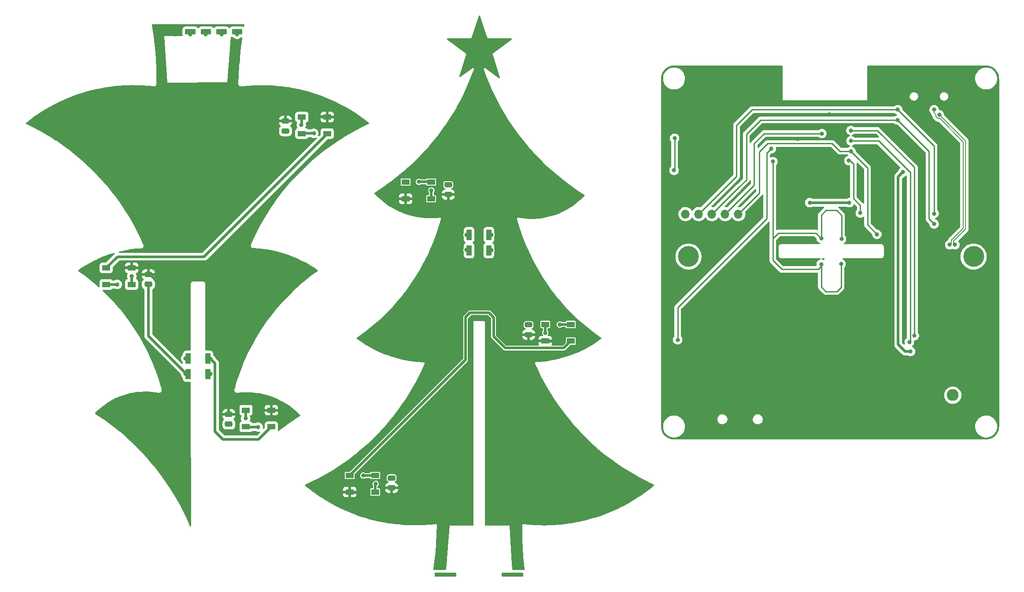
<source format=gbl>
%MOIN*%
%OFA0B0*%
%FSLAX46Y46*%
%IPPOS*%
%LPD*%
%AMRoundRect0*
4,1,4,
-0.078740157480314946,-0.11811023622047247,
-0.15748031496062992,-0.19685039370078744,
-0.23622047244094485,-0.27559055118110243,
-0.31496062992125984,-0.35433070866141742,
-0.078740157480314946,-0.11811023622047247,
0*
1,1,$1,$2,$3*
1,1,$1,$2,$3*
1,1,$1,$2,$3*
1,1,$1,$2,$3*
20,1,$1,$2,$3,$4,$5,-180*
20,1,$1,$2,$3,$4,$5,-180*
20,1,$1,$2,$3,$4,$5,-180*
20,1,$1,$2,$3,$4,$5,-180*%
%AMREC490*
4,1,3,
0.029527559055118106,0.019685039370078747,
-0.029527559055118117,0.019685039370078736,
-0.029527559055118106,-0.019685039370078747,
0.029527559055118117,-0.019685039370078736,
0*%
%AMCOMP500*
4,1,3,
0.018700787401574805,-0.0098425196850393682,
0.0187007874015748,0.0098425196850393734,
-0.018700787401574805,0.0098425196850393682,
-0.0187007874015748,-0.0098425196850393734,
0*
4,1,19,
0.018700787401574805,-0.01968503937007874,
0.015659281551427685,-0.019203312168259386,
0.012915499485310306,-0.017805285377706176,
0.010738021708907999,-0.015627807601303868,
0.0093399949183547888,-0.012884025535186489,
0.0088582677165354329,-0.00984251968503937,
0.0093399949183547871,-0.00680101383489225,
0.010738021708907997,-0.0040572317687748707,
0.012915499485310301,-0.001879753992372564,
0.015659281551427682,-0.0004817272018193531,
0.0187007874015748,0.0000000000000000022901103073449965,
0.021742293251721927,-0.00048172720181935234,
0.0244860753178393,-0.0018797539923725605,
0.026663553094241611,-0.0040572317687748664,
0.02806157988479482,-0.0068010138348922455,
0.028543307086614175,-0.0098425196850393647,
0.02806157988479482,-0.012884025535186484,
0.026663553094241611,-0.015627807601303865,
0.024486075317839306,-0.017805285377706176,
0.021742293251721927,-0.019203312168259386,
0*
4,1,19,
0.018700787401574805,0.0000000000000000022901103073449965,
0.015659281551427682,0.00048172720181935695,
0.012915499485310303,0.0018797539923725661,
0.010738021708907997,0.0040572317687748724,
0.0093399949183547871,0.0068010138348922507,
0.0088582677165354312,0.00984251968503937,
0.0093399949183547853,0.012884025535186494,
0.010738021708907995,0.015627807601303872,
0.0129154994853103,0.017805285377706179,
0.015659281551427682,0.019203312168259389,
0.018700787401574798,0.019685039370078747,
0.021742293251721924,0.019203312168259389,
0.0244860753178393,0.017805285377706179,
0.026663553094241611,0.015627807601303875,
0.02806157988479482,0.012884025535186496,
0.028543307086614175,0.0098425196850393769,
0.02806157988479482,0.006801013834892255,
0.026663553094241611,0.0040572317687748768,
0.024486075317839306,0.0018797539923725687,
0.021742293251721924,0.00048172720181935771,
0*
4,1,19,
-0.018700787401574805,-0.0000000000000000022901103073449965,
-0.021742293251721924,0.00048172720181935234,
-0.0244860753178393,0.0018797539923725616,
-0.026663553094241611,0.0040572317687748672,
-0.02806157988479482,0.0068010138348922463,
-0.028543307086614175,0.0098425196850393665,
-0.02806157988479482,0.012884025535186487,
-0.026663553094241611,0.015627807601303865,
-0.024486075317839306,0.017805285377706176,
-0.021742293251721927,0.019203312168259386,
-0.018700787401574808,0.01968503937007874,
-0.015659281551427682,0.019203312168259386,
-0.012915499485310308,0.017805285377706176,
-0.010738021708907999,0.015627807601303872,
-0.0093399949183547888,0.012884025535186489,
-0.0088582677165354329,0.0098425196850393734,
-0.0093399949183547871,0.0068010138348922507,
-0.010738021708907997,0.0040572317687748724,
-0.012915499485310301,0.001879753992372564,
-0.015659281551427682,0.0004817272018193531,
0*
4,1,19,
-0.0187007874015748,-0.019685039370078747,
-0.02174229325172192,-0.019203312168259389,
-0.0244860753178393,-0.017805285377706179,
-0.026663553094241611,-0.015627807601303872,
-0.02806157988479482,-0.012884025535186496,
-0.028543307086614175,-0.0098425196850393751,
-0.02806157988479482,-0.0068010138348922541,
-0.026663553094241611,-0.004057231768774875,
-0.024486075317839306,-0.0018797539923725687,
-0.021742293251721924,-0.00048172720181935771,
-0.018700787401574805,-0.0000000000000000022901103073449973,
-0.015659281551427682,-0.00048172720181935695,
-0.012915499485310306,-0.001879753992372565,
-0.010738021708907997,-0.0040572317687748707,
-0.0093399949183547871,-0.00680101383489225,
-0.0088582677165354312,-0.00984251968503937,
-0.0093399949183547853,-0.012884025535186491,
-0.010738021708907995,-0.015627807601303872,
-0.0129154994853103,-0.017805285377706179,
-0.015659281551427678,-0.019203312168259389,
0*
4,1,3,
0.028543307086614175,-0.0098425196850393682,
0.0088582677165354329,-0.0098425196850393682,
0.0088582677165354312,0.00984251968503937,
0.028543307086614175,0.0098425196850393734,
0*
4,1,3,
0.0187007874015748,0.019685039370078747,
0.018700787401574805,0.0000000000000000022901103073449965,
-0.018700787401574805,-0.0000000000000000022901103073449965,
-0.018700787401574805,0.01968503937007874,
0*
4,1,3,
-0.028543307086614175,0.0098425196850393682,
-0.0088582677165354329,0.0098425196850393682,
-0.0088582677165354312,-0.00984251968503937,
-0.028543307086614175,-0.0098425196850393734,
0*
4,1,3,
-0.0187007874015748,-0.019685039370078747,
-0.018700787401574805,-0.0000000000000000022901103073449965,
0.018700787401574805,0.0000000000000000022901103073449965,
0.018700787401574805,-0.01968503937007874,
0*%
%AMRoundRect1*
4,1,4,
0.07874015748031496,0.11811023622047245,
0.15748031496062992,0.19685039370078741,
0.23622047244094491,0.27559055118110237,
0.31496062992125984,0.35433070866141736,
0.07874015748031496,0.11811023622047245,
0*
1,1,$1,$2,$3*
1,1,$1,$2,$3*
1,1,$1,$2,$3*
1,1,$1,$2,$3*
20,1,$1,$2,$3,$4,$5,0*
20,1,$1,$2,$3,$4,$5,0*
20,1,$1,$2,$3,$4,$5,0*
20,1,$1,$2,$3,$4,$5,0*%
%AMCOMP610*
4,1,3,
-0.018700787401574805,0.00984251968503937,
-0.018700787401574805,-0.00984251968503937,
0.018700787401574805,-0.00984251968503937,
0.018700787401574805,0.00984251968503937,
0*
4,1,19,
-0.018700787401574805,0.01968503937007874,
-0.015659281551427682,0.019203312168259386,
-0.012915499485310303,0.017805285377706176,
-0.010738021708907997,0.015627807601303872,
-0.0093399949183547871,0.012884025535186491,
-0.0088582677165354329,0.00984251968503937,
-0.0093399949183547871,0.0068010138348922507,
-0.010738021708907997,0.0040572317687748724,
-0.012915499485310301,0.0018797539923725657,
-0.015659281551427682,0.00048172720181935506,
-0.0187007874015748,0,
-0.021742293251721927,0.00048172720181935506,
-0.0244860753178393,0.0018797539923725635,
-0.026663553094241611,0.00405723176877487,
-0.02806157988479482,0.0068010138348922489,
-0.028543307086614175,0.0098425196850393682,
-0.02806157988479482,0.012884025535186489,
-0.026663553094241611,0.015627807601303868,
-0.024486075317839306,0.017805285377706176,
-0.021742293251721924,0.019203312168259386,
0*
4,1,19,
-0.018700787401574805,0,
-0.015659281551427682,-0.00048172720181935506,
-0.012915499485310303,-0.0018797539923725646,
-0.010738021708907997,-0.0040572317687748707,
-0.0093399949183547871,-0.00680101383489225,
-0.0088582677165354329,-0.00984251968503937,
-0.0093399949183547871,-0.012884025535186491,
-0.010738021708907997,-0.015627807601303868,
-0.012915499485310301,-0.017805285377706176,
-0.015659281551427682,-0.019203312168259386,
-0.0187007874015748,-0.01968503937007874,
-0.021742293251721927,-0.019203312168259386,
-0.0244860753178393,-0.017805285377706176,
-0.026663553094241611,-0.015627807601303872,
-0.02806157988479482,-0.012884025535186491,
-0.028543307086614175,-0.0098425196850393734,
-0.02806157988479482,-0.0068010138348922524,
-0.026663553094241611,-0.0040572317687748733,
-0.024486075317839306,-0.0018797539923725657,
-0.021742293251721924,-0.00048172720181935506,
0*
4,1,19,
0.018700787401574805,0,
0.021742293251721924,-0.00048172720181935506,
0.0244860753178393,-0.0018797539923725646,
0.026663553094241611,-0.0040572317687748707,
0.02806157988479482,-0.00680101383489225,
0.028543307086614175,-0.00984251968503937,
0.02806157988479482,-0.012884025535186491,
0.026663553094241611,-0.015627807601303868,
0.024486075317839306,-0.017805285377706176,
0.021742293251721924,-0.019203312168259386,
0.018700787401574805,-0.01968503937007874,
0.015659281551427682,-0.019203312168259386,
0.012915499485310306,-0.017805285377706176,
0.010738021708907997,-0.015627807601303872,
0.0093399949183547871,-0.012884025535186491,
0.0088582677165354329,-0.0098425196850393734,
0.0093399949183547871,-0.0068010138348922524,
0.010738021708907997,-0.0040572317687748733,
0.012915499485310301,-0.0018797539923725657,
0.015659281551427682,-0.00048172720181935506,
0*
4,1,19,
0.018700787401574805,0.01968503937007874,
0.021742293251721924,0.019203312168259386,
0.0244860753178393,0.017805285377706176,
0.026663553094241611,0.015627807601303872,
0.02806157988479482,0.012884025535186491,
0.028543307086614175,0.00984251968503937,
0.02806157988479482,0.0068010138348922507,
0.026663553094241611,0.0040572317687748724,
0.024486075317839306,0.0018797539923725657,
0.021742293251721924,0.00048172720181935506,
0.018700787401574805,0,
0.015659281551427682,0.00048172720181935506,
0.012915499485310306,0.0018797539923725635,
0.010738021708907997,0.00405723176877487,
0.0093399949183547871,0.0068010138348922489,
0.0088582677165354329,0.0098425196850393682,
0.0093399949183547871,0.012884025535186489,
0.010738021708907997,0.015627807601303868,
0.012915499485310301,0.017805285377706176,
0.015659281551427682,0.019203312168259386,
0*
4,1,3,
-0.028543307086614175,0.00984251968503937,
-0.0088582677165354329,0.00984251968503937,
-0.0088582677165354329,-0.00984251968503937,
-0.028543307086614175,-0.00984251968503937,
0*
4,1,3,
-0.018700787401574805,-0.01968503937007874,
-0.018700787401574805,0,
0.018700787401574805,0,
0.018700787401574805,-0.01968503937007874,
0*
4,1,3,
0.028543307086614175,-0.00984251968503937,
0.0088582677165354329,-0.00984251968503937,
0.0088582677165354329,0.00984251968503937,
0.028543307086614175,0.00984251968503937,
0*
4,1,3,
0.018700787401574805,0.01968503937007874,
0.018700787401574805,0,
-0.018700787401574805,0,
-0.018700787401574805,0.01968503937007874,
0*%
%ADD10O,0.03937007874015748X0.086614173228346469*%
%ADD11R,0.066929133858267723X0.066929133858267723*%
%ADD12O,0.066929133858267723X0.066929133858267723*%
%ADD13C,0.090000000000000011*%
%ADD14C,0.15748031496062992*%
%ADD15C,0.031496062992125991*%
%ADD16C,0.01968503937007874*%
%ADD17C,0.00984251968503937*%
%ADD18C,0.0078740157480314977*%
%AMCOMP73*
4,1,3,
0.029527559055118106,0.019685039370078747,
-0.029527559055118117,0.019685039370078736,
-0.029527559055118106,-0.019685039370078747,
0.029527559055118117,-0.019685039370078736,
0*%
%ADD29COMP73*%
%AMCOMP74*
4,1,3,
0.018700787401574805,-0.0098425196850393682,
0.0187007874015748,0.0098425196850393734,
-0.018700787401574805,0.0098425196850393682,
-0.0187007874015748,-0.0098425196850393734,
0*
4,1,19,
0.018700787401574805,-0.01968503937007874,
0.015659281551427685,-0.019203312168259386,
0.012915499485310306,-0.017805285377706176,
0.010738021708907999,-0.015627807601303868,
0.0093399949183547888,-0.012884025535186489,
0.0088582677165354329,-0.00984251968503937,
0.0093399949183547871,-0.00680101383489225,
0.010738021708907997,-0.0040572317687748707,
0.012915499485310301,-0.001879753992372564,
0.015659281551427682,-0.0004817272018193531,
0.0187007874015748,0.0000000000000000022901103073449965,
0.021742293251721927,-0.00048172720181935234,
0.0244860753178393,-0.0018797539923725605,
0.026663553094241611,-0.0040572317687748664,
0.02806157988479482,-0.0068010138348922455,
0.028543307086614175,-0.0098425196850393647,
0.02806157988479482,-0.012884025535186484,
0.026663553094241611,-0.015627807601303865,
0.024486075317839306,-0.017805285377706176,
0.021742293251721927,-0.019203312168259386,
0*
4,1,19,
0.018700787401574805,0.0000000000000000022901103073449965,
0.015659281551427682,0.00048172720181935695,
0.012915499485310303,0.0018797539923725661,
0.010738021708907997,0.0040572317687748724,
0.0093399949183547871,0.0068010138348922507,
0.0088582677165354312,0.00984251968503937,
0.0093399949183547853,0.012884025535186494,
0.010738021708907995,0.015627807601303872,
0.0129154994853103,0.017805285377706179,
0.015659281551427682,0.019203312168259389,
0.018700787401574798,0.019685039370078747,
0.021742293251721924,0.019203312168259389,
0.0244860753178393,0.017805285377706179,
0.026663553094241611,0.015627807601303875,
0.02806157988479482,0.012884025535186496,
0.028543307086614175,0.0098425196850393769,
0.02806157988479482,0.006801013834892255,
0.026663553094241611,0.0040572317687748768,
0.024486075317839306,0.0018797539923725687,
0.021742293251721924,0.00048172720181935771,
0*
4,1,19,
-0.018700787401574805,-0.0000000000000000022901103073449965,
-0.021742293251721924,0.00048172720181935234,
-0.0244860753178393,0.0018797539923725616,
-0.026663553094241611,0.0040572317687748672,
-0.02806157988479482,0.0068010138348922463,
-0.028543307086614175,0.0098425196850393665,
-0.02806157988479482,0.012884025535186487,
-0.026663553094241611,0.015627807601303865,
-0.024486075317839306,0.017805285377706176,
-0.021742293251721927,0.019203312168259386,
-0.018700787401574808,0.01968503937007874,
-0.015659281551427682,0.019203312168259386,
-0.012915499485310308,0.017805285377706176,
-0.010738021708907999,0.015627807601303872,
-0.0093399949183547888,0.012884025535186489,
-0.0088582677165354329,0.0098425196850393734,
-0.0093399949183547871,0.0068010138348922507,
-0.010738021708907997,0.0040572317687748724,
-0.012915499485310301,0.001879753992372564,
-0.015659281551427682,0.0004817272018193531,
0*
4,1,19,
-0.0187007874015748,-0.019685039370078747,
-0.02174229325172192,-0.019203312168259389,
-0.0244860753178393,-0.017805285377706179,
-0.026663553094241611,-0.015627807601303872,
-0.02806157988479482,-0.012884025535186496,
-0.028543307086614175,-0.0098425196850393751,
-0.02806157988479482,-0.0068010138348922541,
-0.026663553094241611,-0.004057231768774875,
-0.024486075317839306,-0.0018797539923725687,
-0.021742293251721924,-0.00048172720181935771,
-0.018700787401574805,-0.0000000000000000022901103073449973,
-0.015659281551427682,-0.00048172720181935695,
-0.012915499485310306,-0.001879753992372565,
-0.010738021708907997,-0.0040572317687748707,
-0.0093399949183547871,-0.00680101383489225,
-0.0088582677165354312,-0.00984251968503937,
-0.0093399949183547853,-0.012884025535186491,
-0.010738021708907995,-0.015627807601303872,
-0.0129154994853103,-0.017805285377706179,
-0.015659281551427678,-0.019203312168259389,
0*
4,1,3,
0.028543307086614175,-0.0098425196850393682,
0.0088582677165354329,-0.0098425196850393682,
0.0088582677165354312,0.00984251968503937,
0.028543307086614175,0.0098425196850393734,
0*
4,1,3,
0.0187007874015748,0.019685039370078747,
0.018700787401574805,0.0000000000000000022901103073449965,
-0.018700787401574805,-0.0000000000000000022901103073449965,
-0.018700787401574805,0.01968503937007874,
0*
4,1,3,
-0.028543307086614175,0.0098425196850393682,
-0.0088582677165354329,0.0098425196850393682,
-0.0088582677165354312,-0.00984251968503937,
-0.028543307086614175,-0.0098425196850393734,
0*
4,1,3,
-0.0187007874015748,-0.019685039370078747,
-0.018700787401574805,-0.0000000000000000022901103073449965,
0.018700787401574805,0.0000000000000000022901103073449965,
0.018700787401574805,-0.01968503937007874,
0*%
%ADD30COMP74,0.25X-0.475X0.25X-0.475X-0.25X0.475X-0.25X0.475X0.25X0*%
%ADD31C,0.031496062992125991*%
%ADD32C,0.01968503937007874*%
%ADD33R,0.059055118110236227X0.03937007874015748*%
%AMCOMP80*
4,1,3,
-0.018700787401574805,0.00984251968503937,
-0.018700787401574805,-0.00984251968503937,
0.018700787401574805,-0.00984251968503937,
0.018700787401574805,0.00984251968503937,
0*
4,1,19,
-0.018700787401574805,0.01968503937007874,
-0.015659281551427682,0.019203312168259386,
-0.012915499485310303,0.017805285377706176,
-0.010738021708907997,0.015627807601303872,
-0.0093399949183547871,0.012884025535186491,
-0.0088582677165354329,0.00984251968503937,
-0.0093399949183547871,0.0068010138348922507,
-0.010738021708907997,0.0040572317687748724,
-0.012915499485310301,0.0018797539923725657,
-0.015659281551427682,0.00048172720181935506,
-0.0187007874015748,0,
-0.021742293251721927,0.00048172720181935506,
-0.0244860753178393,0.0018797539923725635,
-0.026663553094241611,0.00405723176877487,
-0.02806157988479482,0.0068010138348922489,
-0.028543307086614175,0.0098425196850393682,
-0.02806157988479482,0.012884025535186489,
-0.026663553094241611,0.015627807601303868,
-0.024486075317839306,0.017805285377706176,
-0.021742293251721924,0.019203312168259386,
0*
4,1,19,
-0.018700787401574805,0,
-0.015659281551427682,-0.00048172720181935506,
-0.012915499485310303,-0.0018797539923725646,
-0.010738021708907997,-0.0040572317687748707,
-0.0093399949183547871,-0.00680101383489225,
-0.0088582677165354329,-0.00984251968503937,
-0.0093399949183547871,-0.012884025535186491,
-0.010738021708907997,-0.015627807601303868,
-0.012915499485310301,-0.017805285377706176,
-0.015659281551427682,-0.019203312168259386,
-0.0187007874015748,-0.01968503937007874,
-0.021742293251721927,-0.019203312168259386,
-0.0244860753178393,-0.017805285377706176,
-0.026663553094241611,-0.015627807601303872,
-0.02806157988479482,-0.012884025535186491,
-0.028543307086614175,-0.0098425196850393734,
-0.02806157988479482,-0.0068010138348922524,
-0.026663553094241611,-0.0040572317687748733,
-0.024486075317839306,-0.0018797539923725657,
-0.021742293251721924,-0.00048172720181935506,
0*
4,1,19,
0.018700787401574805,0,
0.021742293251721924,-0.00048172720181935506,
0.0244860753178393,-0.0018797539923725646,
0.026663553094241611,-0.0040572317687748707,
0.02806157988479482,-0.00680101383489225,
0.028543307086614175,-0.00984251968503937,
0.02806157988479482,-0.012884025535186491,
0.026663553094241611,-0.015627807601303868,
0.024486075317839306,-0.017805285377706176,
0.021742293251721924,-0.019203312168259386,
0.018700787401574805,-0.01968503937007874,
0.015659281551427682,-0.019203312168259386,
0.012915499485310306,-0.017805285377706176,
0.010738021708907997,-0.015627807601303872,
0.0093399949183547871,-0.012884025535186491,
0.0088582677165354329,-0.0098425196850393734,
0.0093399949183547871,-0.0068010138348922524,
0.010738021708907997,-0.0040572317687748733,
0.012915499485310301,-0.0018797539923725657,
0.015659281551427682,-0.00048172720181935506,
0*
4,1,19,
0.018700787401574805,0.01968503937007874,
0.021742293251721924,0.019203312168259386,
0.0244860753178393,0.017805285377706176,
0.026663553094241611,0.015627807601303872,
0.02806157988479482,0.012884025535186491,
0.028543307086614175,0.00984251968503937,
0.02806157988479482,0.0068010138348922507,
0.026663553094241611,0.0040572317687748724,
0.024486075317839306,0.0018797539923725657,
0.021742293251721924,0.00048172720181935506,
0.018700787401574805,0,
0.015659281551427682,0.00048172720181935506,
0.012915499485310306,0.0018797539923725635,
0.010738021708907997,0.00405723176877487,
0.0093399949183547871,0.0068010138348922489,
0.0088582677165354329,0.0098425196850393682,
0.0093399949183547871,0.012884025535186489,
0.010738021708907997,0.015627807601303868,
0.012915499485310301,0.017805285377706176,
0.015659281551427682,0.019203312168259386,
0*
4,1,3,
-0.028543307086614175,0.00984251968503937,
-0.0088582677165354329,0.00984251968503937,
-0.0088582677165354329,-0.00984251968503937,
-0.028543307086614175,-0.00984251968503937,
0*
4,1,3,
-0.018700787401574805,-0.01968503937007874,
-0.018700787401574805,0,
0.018700787401574805,0,
0.018700787401574805,-0.01968503937007874,
0*
4,1,3,
0.028543307086614175,-0.00984251968503937,
0.0088582677165354329,-0.00984251968503937,
0.0088582677165354329,0.00984251968503937,
0.028543307086614175,0.00984251968503937,
0*
4,1,3,
0.018700787401574805,0.01968503937007874,
0.018700787401574805,0,
-0.018700787401574805,0,
-0.018700787401574805,0.01968503937007874,
0*%
%ADD34COMP80,0.25X-0.475X0.25X-0.475X-0.25X0.475X-0.25X0.475X0.25X0*%
%ADD35C,0.031496062992125991*%
%ADD36C,0.01968503937007874*%
G01*
D10*
X0002874015Y-0002637795D02*
X0007136811Y0004253228D03*
X0007137204Y0004093082D03*
X0007587888Y0004093082D03*
X0007587204Y0004261417D03*
D11*
X0006019685Y0003224409D03*
D12*
X0005919685Y0003224409D03*
X0005819685Y0003224409D03*
X0005719685Y0003224409D03*
X0005619685Y0003224409D03*
X0005519685Y0003224409D03*
D13*
X0007042519Y0001851968D03*
X0007542519Y0001851968D03*
D14*
X0005542519Y0002901968D03*
X0007700000Y0002901968D03*
D15*
X0006369685Y0003794881D03*
X0006609842Y0003979921D03*
X0006968503Y0003464566D03*
X0007402755Y0002912598D03*
X0005933070Y0002566929D03*
X0007653543Y0003972440D03*
X0005625984Y0003559055D03*
X0007559055Y0003110236D03*
X0006377952Y0002440944D03*
X0007507874Y0003523622D03*
X0005681102Y0002633858D03*
X0005830708Y0003779527D03*
X0006377952Y0002559055D03*
X0007519685Y0003110236D03*
X0007559055Y0003149606D03*
X0006023622Y0002724409D03*
X0007500000Y0003763779D03*
X0007519685Y0003149606D03*
X0007525590Y0002774409D03*
X0007758267Y0003049212D03*
X0005625984Y0003795275D03*
X0007099586Y0002175354D03*
X0007165354Y0003543307D03*
X0006460629Y0003311023D03*
X0006759842Y0003311023D03*
X0007222933Y0002183562D03*
X0006755905Y0003629921D03*
X0006842519Y0003232283D03*
X0006551181Y0003834645D03*
X0007519685Y0002992125D03*
X0007401574Y0004015748D03*
X0007440944Y0003976377D03*
X0007559055Y0002992125D03*
X0006771653Y0003700787D03*
X0006968503Y0003070866D03*
X0007401574Y0003228346D03*
X0007125984Y0004015748D03*
X0007125984Y0003937007D03*
X0007401574Y0003149606D03*
X0005437007Y0003799212D03*
X0005433070Y0003555118D03*
X0006771653Y0003779527D03*
X0007213779Y0002254094D03*
X0007251968Y0002303149D03*
X0006771653Y0003858267D03*
X0006181102Y0003622047D03*
X0006700787Y0003035433D03*
X0006547244Y0003039370D03*
X0006547244Y0002844488D03*
X0006696850Y0002846456D03*
X0005460629Y0002271653D03*
X0006169291Y0003720472D03*
D16*
X0007129921Y0002236220D02*
X0007129921Y0003507874D01*
X0006759842Y0003311023D02*
X0006460629Y0003311023D01*
X0007129921Y0003507874D02*
X0007165354Y0003543307D01*
X0007182578Y0002183562D02*
X0007129921Y0002236220D01*
X0007222933Y0002183562D02*
X0007182578Y0002183562D01*
D17*
X0006755905Y0003629921D02*
X0006763779Y0003629921D01*
X0006039370Y0003759842D02*
X0006039370Y0003444094D01*
X0006791338Y0003602362D02*
X0006791338Y0003342519D01*
X0006791338Y0003342519D02*
X0006842519Y0003291338D01*
X0006763779Y0003629921D02*
X0006791338Y0003602362D01*
X0006842519Y0003291338D02*
X0006842519Y0003232283D01*
X0006114173Y0003834645D02*
X0006039370Y0003759842D01*
X0006039370Y0003444094D02*
X0005819685Y0003224409D01*
X0006551181Y0003834645D02*
X0006114173Y0003834645D01*
D18*
X0007429529Y0003948818D02*
X0007413385Y0003964962D01*
X0007519685Y0002992125D02*
X0007532480Y0003004921D01*
X0007622047Y0003116759D02*
X0007622047Y0003770220D01*
X0007532480Y0003027192D02*
X0007622047Y0003116759D01*
X0007413385Y0003964962D02*
X0007413385Y0003978881D01*
X0007401574Y0003990692D02*
X0007401574Y0004015748D01*
X0007413385Y0003978881D02*
X0007401574Y0003990692D01*
X0007622047Y0003770220D02*
X0007443448Y0003948818D01*
X0007443448Y0003948818D02*
X0007429529Y0003948818D01*
X0007532480Y0003004921D02*
X0007532480Y0003027192D01*
X0007548228Y0003002952D02*
X0007548228Y0003020669D01*
X0007637795Y0003110236D02*
X0007637795Y0003779527D01*
X0007637795Y0003779527D02*
X0007440944Y0003976377D01*
X0007559055Y0002992125D02*
X0007548228Y0003002952D01*
X0007548228Y0003020669D02*
X0007637795Y0003110236D01*
D17*
X0006141732Y0003759842D02*
X0006629921Y0003759842D01*
X0006629921Y0003759842D02*
X0006688976Y0003700787D01*
X0006771653Y0003700787D02*
X0006897637Y0003574803D01*
X0005919685Y0003224409D02*
X0006078740Y0003383464D01*
X0006897637Y0003141732D02*
X0006968503Y0003070866D01*
X0006897637Y0003574803D02*
X0006897637Y0003141732D01*
X0006078740Y0003383464D02*
X0006078740Y0003696850D01*
X0006688976Y0003700787D02*
X0006771653Y0003700787D01*
X0006078740Y0003696850D02*
X0006141732Y0003759842D01*
X0007401574Y0003740157D02*
X0007125984Y0004015748D01*
X0006023622Y0004015748D02*
X0007125984Y0004015748D01*
X0005905511Y0003510236D02*
X0005905511Y0003897637D01*
X0007401574Y0003228346D02*
X0007401574Y0003740157D01*
X0005905511Y0003897637D02*
X0006023622Y0004015748D01*
X0005619685Y0003224409D02*
X0005905511Y0003510236D01*
X0005920472Y0003425196D02*
X0005921259Y0003425196D01*
X0005719685Y0003224409D02*
X0005920472Y0003425196D01*
X0005921259Y0003425196D02*
X0005980314Y0003484251D01*
X0006086614Y0003937007D02*
X0007125984Y0003937007D01*
X0007362204Y0003700787D02*
X0007362204Y0003188976D01*
X0005980314Y0003484251D02*
X0005980314Y0003830708D01*
X0005980314Y0003830708D02*
X0006086614Y0003937007D01*
X0007362204Y0003188976D02*
X0007401574Y0003149606D01*
X0007125984Y0003937007D02*
X0007362204Y0003700787D01*
X0005437007Y0003559055D02*
X0005433070Y0003555118D01*
X0005437007Y0003799212D02*
X0005437007Y0003559055D01*
X0007213779Y0002254094D02*
X0007220472Y0002260787D01*
X0007220472Y0003539370D02*
X0006980314Y0003779527D01*
X0006980314Y0003779527D02*
X0006771653Y0003779527D01*
X0007220472Y0002260787D02*
X0007220472Y0003539370D01*
X0006972440Y0003858267D02*
X0006771653Y0003858267D01*
X0007251968Y0002303149D02*
X0007251968Y0003578740D01*
X0007251968Y0003578740D02*
X0006972440Y0003858267D01*
X0006700787Y0003214566D02*
X0006700787Y0003035433D01*
X0006665354Y0002637795D02*
X0006582677Y0002637795D01*
X0006696850Y0002846456D02*
X0006696850Y0002669291D01*
X0006547244Y0002844488D02*
X0006547244Y0002828740D01*
X0006181102Y0003039370D02*
X0006181102Y0003622047D01*
X0006248031Y0002805118D02*
X0006181102Y0002872047D01*
X0006663385Y0003251968D02*
X0006700787Y0003214566D01*
X0006547244Y0002673228D02*
X0006547244Y0002844488D01*
X0006505905Y0003080708D02*
X0006222440Y0003080708D01*
X0006547244Y0003039370D02*
X0006505905Y0003080708D01*
X0006696850Y0002669291D02*
X0006665354Y0002637795D01*
X0006547244Y0003039370D02*
X0006547244Y0003216535D01*
X0006582677Y0003251968D02*
X0006663385Y0003251968D01*
X0006222440Y0003080708D02*
X0006181102Y0003039370D01*
X0006547244Y0003216535D02*
X0006582677Y0003251968D01*
X0006521653Y0002805118D02*
X0006248031Y0002805118D01*
X0006181102Y0002872047D02*
X0006181102Y0003039370D01*
X0006582677Y0002637795D02*
X0006547244Y0002673228D01*
X0006547244Y0002828740D02*
X0006523622Y0002805118D01*
X0006133858Y0003685039D02*
X0006133858Y0003188976D01*
X0006133858Y0003188976D02*
X0005460629Y0002515748D01*
X0006169291Y0003720472D02*
X0006133858Y0003685039D01*
X0005460629Y0002515748D02*
X0005460629Y0002271653D01*
G36*
X0005335039Y0004250788D02*
G01*
X0005335130Y0004251372D01*
X0005335130Y0004251372D01*
X0005335184Y0004251721D01*
X0005335096Y0004252398D01*
X0005335063Y0004253341D01*
X0005335677Y0004263492D01*
X0005335749Y0004264087D01*
X0005336268Y0004266920D01*
X0005337776Y0004275148D01*
X0005337919Y0004275729D01*
X0005341265Y0004286465D01*
X0005341477Y0004287025D01*
X0005345336Y0004295599D01*
X0005346092Y0004297279D01*
X0005346371Y0004297810D01*
X0005352188Y0004307433D01*
X0005352529Y0004307926D01*
X0005359463Y0004316778D01*
X0005359861Y0004317226D01*
X0005367812Y0004325178D01*
X0005368260Y0004325575D01*
X0005369075Y0004326213D01*
X0005377112Y0004332510D01*
X0005377605Y0004332850D01*
X0005387229Y0004338668D01*
X0005387759Y0004338946D01*
X0005398013Y0004343561D01*
X0005398573Y0004343773D01*
X0005405755Y0004346011D01*
X0005409309Y0004347119D01*
X0005409891Y0004347262D01*
X0005415938Y0004348371D01*
X0005420952Y0004349289D01*
X0005421546Y0004349361D01*
X0005431413Y0004349958D01*
X0005432469Y0004349909D01*
X0005432474Y0004349909D01*
X0005432823Y0004349854D01*
X0005433174Y0004349900D01*
X0005433174Y0004349900D01*
X0005434066Y0004350017D01*
X0005434709Y0004350059D01*
X0006250157Y0004350059D01*
X0006252839Y0004349271D01*
X0006254669Y0004347159D01*
X0006255118Y0004345098D01*
X0006255118Y0004086614D01*
X0006894488Y0004086614D01*
X0006894488Y0004345098D01*
X0006895275Y0004347780D01*
X0006897388Y0004349610D01*
X0006899448Y0004350059D01*
X0007793332Y0004350059D01*
X0007794095Y0004350000D01*
X0007794679Y0004349909D01*
X0007794679Y0004349909D01*
X0007795028Y0004349854D01*
X0007795705Y0004349943D01*
X0007796648Y0004349976D01*
X0007806799Y0004349361D01*
X0007807394Y0004349289D01*
X0007818454Y0004347262D01*
X0007819036Y0004347119D01*
X0007822639Y0004345996D01*
X0007829772Y0004343773D01*
X0007830332Y0004343561D01*
X0007840586Y0004338946D01*
X0007841117Y0004338668D01*
X0007850740Y0004332850D01*
X0007851233Y0004332510D01*
X0007858617Y0004326725D01*
X0007859386Y0004326122D01*
X0007860085Y0004325575D01*
X0007860533Y0004325178D01*
X0007868485Y0004317226D01*
X0007868882Y0004316778D01*
X0007875817Y0004307926D01*
X0007876157Y0004307433D01*
X0007881975Y0004297810D01*
X0007882253Y0004297279D01*
X0007886868Y0004287025D01*
X0007887081Y0004286465D01*
X0007890426Y0004275729D01*
X0007890569Y0004275148D01*
X0007892077Y0004266920D01*
X0007892596Y0004264087D01*
X0007892669Y0004263492D01*
X0007893265Y0004253625D01*
X0007893216Y0004252570D01*
X0007893216Y0004252564D01*
X0007893161Y0004252215D01*
X0007893207Y0004251865D01*
X0007893207Y0004251865D01*
X0007893283Y0004251287D01*
X0007893324Y0004250972D01*
X0007893366Y0004250329D01*
X0007893366Y0001616116D01*
X0007893307Y0001615353D01*
X0007893216Y0001614769D01*
X0007893216Y0001614769D01*
X0007893161Y0001614420D01*
X0007893250Y0001613743D01*
X0007893283Y0001612800D01*
X0007892669Y0001602649D01*
X0007892596Y0001602054D01*
X0007892077Y0001599220D01*
X0007890569Y0001590993D01*
X0007890426Y0001590412D01*
X0007887081Y0001579675D01*
X0007886868Y0001579116D01*
X0007882253Y0001568861D01*
X0007881975Y0001568331D01*
X0007876157Y0001558708D01*
X0007875817Y0001558215D01*
X0007868882Y0001549363D01*
X0007868485Y0001548914D01*
X0007860533Y0001540963D01*
X0007860085Y0001540566D01*
X0007859386Y0001540018D01*
X0007858617Y0001539416D01*
X0007851233Y0001533631D01*
X0007850740Y0001533291D01*
X0007841117Y0001527473D01*
X0007840586Y0001527195D01*
X0007830332Y0001522580D01*
X0007829772Y0001522367D01*
X0007822639Y0001520144D01*
X0007819036Y0001519022D01*
X0007818454Y0001518878D01*
X0007807394Y0001516851D01*
X0007806799Y0001516779D01*
X0007800500Y0001516398D01*
X0007800500Y0001531131D01*
X0007811721Y0001532608D01*
X0007822639Y0001535595D01*
X0007833050Y0001540036D01*
X0007833824Y0001540499D01*
X0007840586Y0001544546D01*
X0007842762Y0001545848D01*
X0007851595Y0001552925D01*
X0007859386Y0001561135D01*
X0007865991Y0001570327D01*
X0007866070Y0001570476D01*
X0007866070Y0001570476D01*
X0007866524Y0001571333D01*
X0007871287Y0001580330D01*
X0007875177Y0001590959D01*
X0007877588Y0001602018D01*
X0007877677Y0001603143D01*
X0007878279Y0001610798D01*
X0007878279Y0001610798D01*
X0007878287Y0001610895D01*
X0007878287Y0001617018D01*
X0007878281Y0001617102D01*
X0007878281Y0001617103D01*
X0007877723Y0001625297D01*
X0007877722Y0001625297D01*
X0007877711Y0001625465D01*
X0007877677Y0001625630D01*
X0007877677Y0001625630D01*
X0007876002Y0001633718D01*
X0007875416Y0001636548D01*
X0007871638Y0001647218D01*
X0007868697Y0001652915D01*
X0007866524Y0001657126D01*
X0007866524Y0001657126D01*
X0007866446Y0001657276D01*
X0007866349Y0001657413D01*
X0007866349Y0001657414D01*
X0007863192Y0001661906D01*
X0007859938Y0001666536D01*
X0007852233Y0001674827D01*
X0007843475Y0001681996D01*
X0007833824Y0001687910D01*
X0007823460Y0001692459D01*
X0007812575Y0001695560D01*
X0007801369Y0001697155D01*
X0007800667Y0001697159D01*
X0007800500Y0001697160D01*
X0007800500Y0004168926D01*
X0007811721Y0004170404D01*
X0007822639Y0004173390D01*
X0007833050Y0004177831D01*
X0007833824Y0004178295D01*
X0007840586Y0004182342D01*
X0007842762Y0004183644D01*
X0007851595Y0004190720D01*
X0007859386Y0004198931D01*
X0007865991Y0004208122D01*
X0007866070Y0004208272D01*
X0007866070Y0004208272D01*
X0007866524Y0004209128D01*
X0007871287Y0004218125D01*
X0007875177Y0004228754D01*
X0007877588Y0004239813D01*
X0007877677Y0004240938D01*
X0007878279Y0004248593D01*
X0007878279Y0004248594D01*
X0007878287Y0004248690D01*
X0007878287Y0004254813D01*
X0007878281Y0004254897D01*
X0007878281Y0004254898D01*
X0007877723Y0004263092D01*
X0007877722Y0004263092D01*
X0007877711Y0004263260D01*
X0007877677Y0004263425D01*
X0007877677Y0004263426D01*
X0007876002Y0004271513D01*
X0007875416Y0004274344D01*
X0007871638Y0004285013D01*
X0007868697Y0004290710D01*
X0007866524Y0004294921D01*
X0007866524Y0004294921D01*
X0007866446Y0004295071D01*
X0007866349Y0004295209D01*
X0007866349Y0004295209D01*
X0007863192Y0004299701D01*
X0007859938Y0004304331D01*
X0007852233Y0004312622D01*
X0007843475Y0004319791D01*
X0007833824Y0004325705D01*
X0007823460Y0004330255D01*
X0007812575Y0004333356D01*
X0007801369Y0004334950D01*
X0007800667Y0004334954D01*
X0007790219Y0004335009D01*
X0007790219Y0004335009D01*
X0007790051Y0004335010D01*
X0007789594Y0004334950D01*
X0007778996Y0004333554D01*
X0007778829Y0004333532D01*
X0007767911Y0004330546D01*
X0007766935Y0004330129D01*
X0007757656Y0004326171D01*
X0007757656Y0004326171D01*
X0007757500Y0004326105D01*
X0007747788Y0004320292D01*
X0007738955Y0004313216D01*
X0007731164Y0004305005D01*
X0007724559Y0004295814D01*
X0007724104Y0004294954D01*
X0007723620Y0004294041D01*
X0007719263Y0004285811D01*
X0007715373Y0004275182D01*
X0007712962Y0004264123D01*
X0007712866Y0004262900D01*
X0007712271Y0004255343D01*
X0007712271Y0004255342D01*
X0007712263Y0004255246D01*
X0007712263Y0004249123D01*
X0007712269Y0004249039D01*
X0007712269Y0004249038D01*
X0007712828Y0004240844D01*
X0007712828Y0004240844D01*
X0007712839Y0004240676D01*
X0007712873Y0004240511D01*
X0007712873Y0004240510D01*
X0007713987Y0004235134D01*
X0007715134Y0004229592D01*
X0007718913Y0004218923D01*
X0007724104Y0004208865D01*
X0007724201Y0004208727D01*
X0007724201Y0004208727D01*
X0007724480Y0004208330D01*
X0007730612Y0004199605D01*
X0007731164Y0004199011D01*
X0007736427Y0004193347D01*
X0007738317Y0004191314D01*
X0007747076Y0004184145D01*
X0007756726Y0004178231D01*
X0007767090Y0004173681D01*
X0007767253Y0004173635D01*
X0007767253Y0004173635D01*
X0007767756Y0004173492D01*
X0007777976Y0004170580D01*
X0007789181Y0004168986D01*
X0007789350Y0004168985D01*
X0007789350Y0004168985D01*
X0007800331Y0004168927D01*
X0007800500Y0004168926D01*
X0007800500Y0001697160D01*
X0007790219Y0001697213D01*
X0007790219Y0001697213D01*
X0007790051Y0001697214D01*
X0007789594Y0001697154D01*
X0007778996Y0001695759D01*
X0007778829Y0001695737D01*
X0007767911Y0001692750D01*
X0007766935Y0001692334D01*
X0007757656Y0001688376D01*
X0007757656Y0001688376D01*
X0007757500Y0001688310D01*
X0007747788Y0001682497D01*
X0007738955Y0001675420D01*
X0007731164Y0001667210D01*
X0007724559Y0001658018D01*
X0007724104Y0001657159D01*
X0007723620Y0001656246D01*
X0007719263Y0001648016D01*
X0007715373Y0001637386D01*
X0007712962Y0001626328D01*
X0007712866Y0001625105D01*
X0007712271Y0001617547D01*
X0007712271Y0001617547D01*
X0007712263Y0001617451D01*
X0007712263Y0001611327D01*
X0007712269Y0001611243D01*
X0007712269Y0001611243D01*
X0007712828Y0001603049D01*
X0007712828Y0001603049D01*
X0007712839Y0001602880D01*
X0007712873Y0001602715D01*
X0007712873Y0001602715D01*
X0007713987Y0001597339D01*
X0007715134Y0001591797D01*
X0007718913Y0001581128D01*
X0007724104Y0001571070D01*
X0007724201Y0001570932D01*
X0007724201Y0001570932D01*
X0007724480Y0001570535D01*
X0007730612Y0001561810D01*
X0007731164Y0001561216D01*
X0007736427Y0001555552D01*
X0007738317Y0001553518D01*
X0007747076Y0001546349D01*
X0007756726Y0001540435D01*
X0007767090Y0001535886D01*
X0007767253Y0001535840D01*
X0007767253Y0001535840D01*
X0007767756Y0001535696D01*
X0007777976Y0001532785D01*
X0007789181Y0001531190D01*
X0007789350Y0001531190D01*
X0007789350Y0001531189D01*
X0007800331Y0001531132D01*
X0007800500Y0001531131D01*
X0007800500Y0001516398D01*
X0007797077Y0001516191D01*
X0007796150Y0001516240D01*
X0007796149Y0001516233D01*
X0007795958Y0001516250D01*
X0007795769Y0001516282D01*
X0007795275Y0001516288D01*
X0007794188Y0001516132D01*
X0007793484Y0001516082D01*
X0007699999Y0001516082D01*
X0007700000Y0002803013D01*
X0007712402Y0002803793D01*
X0007724609Y0002806122D01*
X0007736427Y0002809962D01*
X0007736568Y0002810028D01*
X0007736569Y0002810028D01*
X0007747530Y0002815187D01*
X0007747531Y0002815187D01*
X0007747672Y0002815253D01*
X0007758164Y0002821912D01*
X0007758284Y0002822011D01*
X0007767253Y0002829431D01*
X0007767739Y0002829833D01*
X0007776246Y0002838892D01*
X0007783550Y0002848945D01*
X0007789537Y0002859835D01*
X0007789594Y0002859979D01*
X0007789594Y0002859980D01*
X0007793484Y0002869805D01*
X0007794111Y0002871389D01*
X0007797202Y0002883426D01*
X0007798759Y0002895755D01*
X0007798759Y0002908181D01*
X0007797202Y0002920510D01*
X0007794111Y0002932547D01*
X0007793484Y0002934131D01*
X0007789594Y0002943956D01*
X0007789594Y0002943957D01*
X0007789537Y0002944101D01*
X0007783550Y0002954991D01*
X0007776246Y0002965044D01*
X0007767739Y0002974103D01*
X0007767253Y0002974505D01*
X0007758284Y0002981925D01*
X0007758164Y0002982024D01*
X0007747672Y0002988683D01*
X0007747531Y0002988749D01*
X0007747530Y0002988750D01*
X0007736569Y0002993908D01*
X0007736568Y0002993908D01*
X0007736427Y0002993974D01*
X0007724609Y0002997814D01*
X0007712402Y0003000143D01*
X0007700000Y0003000923D01*
X0007687597Y0003000143D01*
X0007675390Y0002997814D01*
X0007663572Y0002993974D01*
X0007663430Y0002993908D01*
X0007652469Y0002988750D01*
X0007652468Y0002988749D01*
X0007652327Y0002988683D01*
X0007641835Y0002982024D01*
X0007632260Y0002974103D01*
X0007623753Y0002965044D01*
X0007616449Y0002954991D01*
X0007610462Y0002944101D01*
X0007610405Y0002943957D01*
X0007610405Y0002943956D01*
X0007605945Y0002932691D01*
X0007605945Y0002932691D01*
X0007605888Y0002932547D01*
X0007602797Y0002920510D01*
X0007601240Y0002908181D01*
X0007601240Y0002895755D01*
X0007602797Y0002883426D01*
X0007605888Y0002871389D01*
X0007605945Y0002871245D01*
X0007605945Y0002871245D01*
X0007610405Y0002859980D01*
X0007610405Y0002859979D01*
X0007610462Y0002859835D01*
X0007616449Y0002848945D01*
X0007623753Y0002838892D01*
X0007632260Y0002829833D01*
X0007641835Y0002821912D01*
X0007652327Y0002815253D01*
X0007652468Y0002815187D01*
X0007652469Y0002815187D01*
X0007663430Y0002810028D01*
X0007663572Y0002809962D01*
X0007675390Y0002806122D01*
X0007687597Y0002803793D01*
X0007700000Y0002803013D01*
X0007699999Y0001516082D01*
X0007542519Y0001516082D01*
X0007542519Y0001786747D01*
X0007552722Y0001787550D01*
X0007562674Y0001789939D01*
X0007562853Y0001790014D01*
X0007562854Y0001790014D01*
X0007566779Y0001791640D01*
X0007572129Y0001793856D01*
X0007580855Y0001799203D01*
X0007581003Y0001799330D01*
X0007581003Y0001799330D01*
X0007585588Y0001803246D01*
X0007588637Y0001805850D01*
X0007588764Y0001805998D01*
X0007593153Y0001811138D01*
X0007595284Y0001813632D01*
X0007600631Y0001822358D01*
X0007600706Y0001822538D01*
X0007600706Y0001822538D01*
X0007604473Y0001831634D01*
X0007604548Y0001831814D01*
X0007605365Y0001835218D01*
X0007606891Y0001841576D01*
X0007606892Y0001841576D01*
X0007606937Y0001841765D01*
X0007607740Y0001851968D01*
X0007606937Y0001862171D01*
X0007606892Y0001862360D01*
X0007606891Y0001862360D01*
X0007605365Y0001868718D01*
X0007604548Y0001872122D01*
X0007604473Y0001872302D01*
X0007600706Y0001881398D01*
X0007600706Y0001881398D01*
X0007600631Y0001881578D01*
X0007595284Y0001890304D01*
X0007593153Y0001892798D01*
X0007588764Y0001897938D01*
X0007588637Y0001898086D01*
X0007585588Y0001900690D01*
X0007581003Y0001904606D01*
X0007581003Y0001904606D01*
X0007580855Y0001904733D01*
X0007572129Y0001910080D01*
X0007566779Y0001912296D01*
X0007562854Y0001913922D01*
X0007562853Y0001913922D01*
X0007562674Y0001913997D01*
X0007559055Y0001914865D01*
X0007559055Y0002956161D01*
X0007566532Y0002956947D01*
X0007573683Y0002959270D01*
X0007580194Y0002963029D01*
X0007580387Y0002963203D01*
X0007580387Y0002963203D01*
X0007583964Y0002966424D01*
X0007585782Y0002968060D01*
X0007590201Y0002974143D01*
X0007590307Y0002974380D01*
X0007590307Y0002974380D01*
X0007593153Y0002980774D01*
X0007593259Y0002981012D01*
X0007594041Y0002984689D01*
X0007594768Y0002988112D01*
X0007594768Y0002988112D01*
X0007594822Y0002988366D01*
X0007594822Y0002995885D01*
X0007594768Y0002996139D01*
X0007594768Y0002996139D01*
X0007594041Y0002999562D01*
X0007593259Y0003003239D01*
X0007593153Y0003003477D01*
X0007590307Y0003009870D01*
X0007590307Y0003009871D01*
X0007590201Y0003010108D01*
X0007585782Y0003016191D01*
X0007585377Y0003016555D01*
X0007583910Y0003018935D01*
X0007583964Y0003021730D01*
X0007585188Y0003023749D01*
X0007653395Y0003091956D01*
X0007653882Y0003092383D01*
X0007654881Y0003093150D01*
X0007655845Y0003094406D01*
X0007655845Y0003094406D01*
X0007656135Y0003094784D01*
X0007658721Y0003098154D01*
X0007661135Y0003103982D01*
X0007661751Y0003108665D01*
X0007661751Y0003108666D01*
X0007661752Y0003108666D01*
X0007661916Y0003109913D01*
X0007661958Y0003110236D01*
X0007661794Y0003111483D01*
X0007661751Y0003112131D01*
X0007661751Y0003777632D01*
X0007661794Y0003778279D01*
X0007661958Y0003779527D01*
X0007661916Y0003779849D01*
X0007661752Y0003781097D01*
X0007661751Y0003781097D01*
X0007661751Y0003781097D01*
X0007661751Y0003781098D01*
X0007661235Y0003785017D01*
X0007661177Y0003785459D01*
X0007661177Y0003785459D01*
X0007661135Y0003785781D01*
X0007658721Y0003791609D01*
X0007655845Y0003795357D01*
X0007655845Y0003795357D01*
X0007654881Y0003796613D01*
X0007654623Y0003796811D01*
X0007653882Y0003797380D01*
X0007653394Y0003797807D01*
X0007478165Y0003973037D01*
X0007476825Y0003975490D01*
X0007476712Y0003976544D01*
X0007476712Y0003980137D01*
X0007476658Y0003980391D01*
X0007476658Y0003980391D01*
X0007475760Y0003984615D01*
X0007475760Y0004084110D01*
X0007476036Y0004084139D01*
X0007476036Y0004084139D01*
X0007480565Y0004084615D01*
X0007482862Y0004084856D01*
X0007489622Y0004087158D01*
X0007495705Y0004090900D01*
X0007495903Y0004091094D01*
X0007495903Y0004091094D01*
X0007498770Y0004093901D01*
X0007500807Y0004095896D01*
X0007504675Y0004101899D01*
X0007504770Y0004102159D01*
X0007504770Y0004102159D01*
X0007507023Y0004108349D01*
X0007507118Y0004108609D01*
X0007507814Y0004114124D01*
X0007507814Y0004117937D01*
X0007507220Y0004123238D01*
X0007507023Y0004123804D01*
X0007504963Y0004129720D01*
X0007504963Y0004129720D01*
X0007504871Y0004129982D01*
X0007504675Y0004130296D01*
X0007501234Y0004135803D01*
X0007501087Y0004136038D01*
X0007500609Y0004136520D01*
X0007496251Y0004140908D01*
X0007496250Y0004140908D01*
X0007496055Y0004141105D01*
X0007490026Y0004144932D01*
X0007488432Y0004145499D01*
X0007483560Y0004147234D01*
X0007483559Y0004147234D01*
X0007483298Y0004147327D01*
X0007476207Y0004148173D01*
X0007475485Y0004148097D01*
X0007469381Y0004147455D01*
X0007469381Y0004147455D01*
X0007469105Y0004147426D01*
X0007462345Y0004145125D01*
X0007456263Y0004141383D01*
X0007456065Y0004141189D01*
X0007456064Y0004141189D01*
X0007451359Y0004136580D01*
X0007451359Y0004136580D01*
X0007451161Y0004136386D01*
X0007447292Y0004130384D01*
X0007447197Y0004130123D01*
X0007447197Y0004130123D01*
X0007444945Y0004123934D01*
X0007444945Y0004123934D01*
X0007444850Y0004123673D01*
X0007444153Y0004118158D01*
X0007444153Y0004114346D01*
X0007444748Y0004109045D01*
X0007444839Y0004108783D01*
X0007444839Y0004108783D01*
X0007447005Y0004102563D01*
X0007447005Y0004102563D01*
X0007447096Y0004102301D01*
X0007447243Y0004102065D01*
X0007448163Y0004100593D01*
X0007450880Y0004096245D01*
X0007451076Y0004096048D01*
X0007451076Y0004096048D01*
X0007455717Y0004091374D01*
X0007455717Y0004091374D01*
X0007455912Y0004091177D01*
X0007461942Y0004087351D01*
X0007462203Y0004087258D01*
X0007468408Y0004085048D01*
X0007468408Y0004085048D01*
X0007468669Y0004084955D01*
X0007468944Y0004084923D01*
X0007468944Y0004084923D01*
X0007473791Y0004084345D01*
X0007475760Y0004084110D01*
X0007475760Y0003984615D01*
X0007475149Y0003987491D01*
X0007475043Y0003987729D01*
X0007472196Y0003994122D01*
X0007472196Y0003994122D01*
X0007472091Y0003994360D01*
X0007467671Y0004000443D01*
X0007462084Y0004005473D01*
X0007455573Y0004009233D01*
X0007448422Y0004011556D01*
X0007447243Y0004011680D01*
X0007441784Y0004012254D01*
X0007439199Y0004013317D01*
X0007437600Y0004015610D01*
X0007437342Y0004017187D01*
X0007437342Y0004019507D01*
X0007437288Y0004019761D01*
X0007437288Y0004019761D01*
X0007436560Y0004023184D01*
X0007435779Y0004026861D01*
X0007434978Y0004028660D01*
X0007432826Y0004033492D01*
X0007432826Y0004033493D01*
X0007432721Y0004033730D01*
X0007428301Y0004039813D01*
X0007427959Y0004040121D01*
X0007422907Y0004044670D01*
X0007422907Y0004044670D01*
X0007422714Y0004044844D01*
X0007416202Y0004048603D01*
X0007409052Y0004050926D01*
X0007407754Y0004051063D01*
X0007401833Y0004051685D01*
X0007401574Y0004051712D01*
X0007394097Y0004050926D01*
X0007386946Y0004048603D01*
X0007385975Y0004048042D01*
X0007380660Y0004044974D01*
X0007380435Y0004044844D01*
X0007374847Y0004039813D01*
X0007370428Y0004033730D01*
X0007370322Y0004033493D01*
X0007370322Y0004033492D01*
X0007367476Y0004027099D01*
X0007367476Y0004027099D01*
X0007367370Y0004026861D01*
X0007366588Y0004023184D01*
X0007365861Y0004019761D01*
X0007365861Y0004019761D01*
X0007365807Y0004019507D01*
X0007365807Y0004011988D01*
X0007365861Y0004011734D01*
X0007365861Y0004011734D01*
X0007366588Y0004008311D01*
X0007367370Y0004004634D01*
X0007367476Y0004004396D01*
X0007367476Y0004004396D01*
X0007370322Y0003998003D01*
X0007370322Y0003998002D01*
X0007370428Y0003997765D01*
X0007374847Y0003991682D01*
X0007375040Y0003991509D01*
X0007375040Y0003991508D01*
X0007376248Y0003990421D01*
X0007377714Y0003988042D01*
X0007377847Y0003987383D01*
X0007378134Y0003985202D01*
X0007378192Y0003984761D01*
X0007378192Y0003984761D01*
X0007378234Y0003984438D01*
X0007380648Y0003978611D01*
X0007383524Y0003974863D01*
X0007383524Y0003974863D01*
X0007384488Y0003973606D01*
X0007384746Y0003973408D01*
X0007385487Y0003972840D01*
X0007385975Y0003972412D01*
X0007387976Y0003970411D01*
X0007389315Y0003967958D01*
X0007389429Y0003966904D01*
X0007389429Y0003966857D01*
X0007389386Y0003966210D01*
X0007389264Y0003965284D01*
X0007389222Y0003964962D01*
X0007389264Y0003964640D01*
X0007389429Y0003963392D01*
X0007389429Y0003963392D01*
X0007389429Y0003963392D01*
X0007390045Y0003958708D01*
X0007392459Y0003952880D01*
X0007392459Y0003952880D01*
X0007392459Y0003952880D01*
X0007395335Y0003949132D01*
X0007395335Y0003949132D01*
X0007396299Y0003947876D01*
X0007396557Y0003947678D01*
X0007397298Y0003947110D01*
X0007397786Y0003946682D01*
X0007411249Y0003933219D01*
X0007411677Y0003932731D01*
X0007412443Y0003931732D01*
X0007413699Y0003930768D01*
X0007413699Y0003930768D01*
X0007413700Y0003930768D01*
X0007416202Y0003928847D01*
X0007417447Y0003927892D01*
X0007420369Y0003926682D01*
X0007422907Y0003925631D01*
X0007423016Y0003925585D01*
X0007423275Y0003925478D01*
X0007423597Y0003925436D01*
X0007423597Y0003925436D01*
X0007426496Y0003925054D01*
X0007427959Y0003924862D01*
X0007427959Y0003924862D01*
X0007429529Y0003924655D01*
X0007429851Y0003924697D01*
X0007430777Y0003924819D01*
X0007431424Y0003924862D01*
X0007431470Y0003924862D01*
X0007434152Y0003924074D01*
X0007434978Y0003923409D01*
X0007596637Y0003761750D01*
X0007597977Y0003759297D01*
X0007598090Y0003758242D01*
X0007598090Y0003128737D01*
X0007597303Y0003126055D01*
X0007596637Y0003125229D01*
X0007516880Y0003045472D01*
X0007516392Y0003045044D01*
X0007515652Y0003044476D01*
X0007515394Y0003044278D01*
X0007514430Y0003043022D01*
X0007514430Y0003043021D01*
X0007513090Y0003041275D01*
X0007511752Y0003039532D01*
X0007511752Y0003039532D01*
X0007511554Y0003039274D01*
X0007509140Y0003033446D01*
X0007509097Y0003033124D01*
X0007509097Y0003033124D01*
X0007509039Y0003032682D01*
X0007509039Y0003032682D01*
X0007508853Y0003031269D01*
X0007508567Y0003029092D01*
X0007507436Y0003026536D01*
X0007505508Y0003025241D01*
X0007505541Y0003025167D01*
X0007505304Y0003025061D01*
X0007505056Y0003024981D01*
X0007498545Y0003021222D01*
X0007496401Y0003019291D01*
X0007493151Y0003016365D01*
X0007493151Y0003016365D01*
X0007492958Y0003016191D01*
X0007488538Y0003010108D01*
X0007488432Y0003009871D01*
X0007488432Y0003009870D01*
X0007485586Y0003003477D01*
X0007485586Y0003003477D01*
X0007485480Y0003003239D01*
X0007484698Y0002999562D01*
X0007483971Y0002996139D01*
X0007483971Y0002996139D01*
X0007483917Y0002995885D01*
X0007483917Y0002988366D01*
X0007483971Y0002988112D01*
X0007483971Y0002988112D01*
X0007484698Y0002984689D01*
X0007485480Y0002981012D01*
X0007485586Y0002980774D01*
X0007485586Y0002980774D01*
X0007488432Y0002974380D01*
X0007488432Y0002974380D01*
X0007488538Y0002974143D01*
X0007492958Y0002968060D01*
X0007493151Y0002967886D01*
X0007493151Y0002967886D01*
X0007496401Y0002964960D01*
X0007498545Y0002963029D01*
X0007501234Y0002961477D01*
X0007504183Y0002959774D01*
X0007505056Y0002959270D01*
X0007512207Y0002956947D01*
X0007512465Y0002956920D01*
X0007512465Y0002956920D01*
X0007513090Y0002956854D01*
X0007519685Y0002956161D01*
X0007527162Y0002956947D01*
X0007534313Y0002959270D01*
X0007534538Y0002959400D01*
X0007534538Y0002959400D01*
X0007536889Y0002960758D01*
X0007539606Y0002961417D01*
X0007541850Y0002960758D01*
X0007544426Y0002959270D01*
X0007551577Y0002956947D01*
X0007559055Y0002956161D01*
X0007559055Y0001914865D01*
X0007552722Y0001916386D01*
X0007542519Y0001917189D01*
X0007532316Y0001916386D01*
X0007522365Y0001913997D01*
X0007519943Y0001912993D01*
X0007513090Y0001910155D01*
X0007513090Y0001910155D01*
X0007512910Y0001910080D01*
X0007504183Y0001904733D01*
X0007496401Y0001898086D01*
X0007489755Y0001890304D01*
X0007484407Y0001881578D01*
X0007484333Y0001881398D01*
X0007484332Y0001881398D01*
X0007480565Y0001872302D01*
X0007480565Y0001872302D01*
X0007480491Y0001872122D01*
X0007479673Y0001868718D01*
X0007478147Y0001862360D01*
X0007478147Y0001862360D01*
X0007478101Y0001862171D01*
X0007477298Y0001851968D01*
X0007478101Y0001841765D01*
X0007478147Y0001841576D01*
X0007478147Y0001841576D01*
X0007479673Y0001835218D01*
X0007480491Y0001831814D01*
X0007480565Y0001831634D01*
X0007480565Y0001831634D01*
X0007484332Y0001822538D01*
X0007484333Y0001822538D01*
X0007484407Y0001822358D01*
X0007489755Y0001813632D01*
X0007496401Y0001805850D01*
X0007504183Y0001799203D01*
X0007512910Y0001793856D01*
X0007513090Y0001793781D01*
X0007513090Y0001793781D01*
X0007519943Y0001790942D01*
X0007522365Y0001789939D01*
X0007532316Y0001787550D01*
X0007542519Y0001786747D01*
X0007542519Y0001516082D01*
X0007222933Y0001516082D01*
X0007222933Y0002147598D01*
X0007230410Y0002148384D01*
X0007237561Y0002150707D01*
X0007244072Y0002154466D01*
X0007244265Y0002154640D01*
X0007244265Y0002154640D01*
X0007247878Y0002157893D01*
X0007249660Y0002159497D01*
X0007252494Y0002163399D01*
X0007253139Y0002164286D01*
X0007254079Y0002165580D01*
X0007254185Y0002165817D01*
X0007254185Y0002165818D01*
X0007257031Y0002172211D01*
X0007257137Y0002172449D01*
X0007257919Y0002176126D01*
X0007258646Y0002179549D01*
X0007258646Y0002179549D01*
X0007258700Y0002179803D01*
X0007258700Y0002187322D01*
X0007258646Y0002187576D01*
X0007258646Y0002187576D01*
X0007257919Y0002190999D01*
X0007257137Y0002194676D01*
X0007257031Y0002194914D01*
X0007254185Y0002201307D01*
X0007254185Y0002201308D01*
X0007254079Y0002201545D01*
X0007253139Y0002202839D01*
X0007252494Y0002203726D01*
X0007249660Y0002207628D01*
X0007247878Y0002209232D01*
X0007244265Y0002212485D01*
X0007244265Y0002212485D01*
X0007244072Y0002212659D01*
X0007237561Y0002216418D01*
X0007236788Y0002216669D01*
X0007234481Y0002218247D01*
X0007233393Y0002220821D01*
X0007233870Y0002223575D01*
X0007235002Y0002225073D01*
X0007240506Y0002230029D01*
X0007243341Y0002233930D01*
X0007244265Y0002235203D01*
X0007244925Y0002236112D01*
X0007245031Y0002236349D01*
X0007245031Y0002236349D01*
X0007246865Y0002240467D01*
X0007247984Y0002242980D01*
X0007248648Y0002246108D01*
X0007249493Y0002250080D01*
X0007249493Y0002250081D01*
X0007249547Y0002250335D01*
X0007249547Y0002257853D01*
X0007249422Y0002258440D01*
X0007248805Y0002261343D01*
X0007249018Y0002264130D01*
X0007250704Y0002266359D01*
X0007253139Y0002267307D01*
X0007255464Y0002267552D01*
X0007258700Y0002267892D01*
X0007259445Y0002267970D01*
X0007266596Y0002270294D01*
X0007273108Y0002274053D01*
X0007273301Y0002274227D01*
X0007273301Y0002274227D01*
X0007276889Y0002277458D01*
X0007278695Y0002279084D01*
X0007283114Y0002285167D01*
X0007283220Y0002285404D01*
X0007283220Y0002285404D01*
X0007286067Y0002291798D01*
X0007286172Y0002292035D01*
X0007286954Y0002295713D01*
X0007287682Y0002299136D01*
X0007287682Y0002299136D01*
X0007287736Y0002299390D01*
X0007287736Y0002306908D01*
X0007287682Y0002307162D01*
X0007287682Y0002307163D01*
X0007286954Y0002310586D01*
X0007286172Y0002314263D01*
X0007286067Y0002314500D01*
X0007283220Y0002320894D01*
X0007283220Y0002320894D01*
X0007283114Y0002321131D01*
X0007278695Y0002327214D01*
X0007278502Y0002327388D01*
X0007278328Y0002327581D01*
X0007278377Y0002327626D01*
X0007277084Y0002329724D01*
X0007276909Y0002331031D01*
X0007276909Y0003575639D01*
X0007276930Y0003576079D01*
X0007276996Y0003576374D01*
X0007276986Y0003576686D01*
X0007276986Y0003576686D01*
X0007276911Y0003579054D01*
X0007276909Y0003579210D01*
X0007276909Y0003580309D01*
X0007276889Y0003580464D01*
X0007276889Y0003580466D01*
X0007276852Y0003580932D01*
X0007276812Y0003582202D01*
X0007276807Y0003582361D01*
X0007276798Y0003582672D01*
X0007276575Y0003583438D01*
X0007276417Y0003584200D01*
X0007276357Y0003584682D01*
X0007276357Y0003584682D01*
X0007276317Y0003584992D01*
X0007276202Y0003585282D01*
X0007276202Y0003585282D01*
X0007275677Y0003586610D01*
X0007275525Y0003587052D01*
X0007275127Y0003588424D01*
X0007275127Y0003588424D01*
X0007275040Y0003588724D01*
X0007274881Y0003588992D01*
X0007274881Y0003588992D01*
X0007274634Y0003589410D01*
X0007274291Y0003590109D01*
X0007273998Y0003590851D01*
X0007272974Y0003592259D01*
X0007272718Y0003592649D01*
X0007271991Y0003593879D01*
X0007271991Y0003593879D01*
X0007271832Y0003594148D01*
X0007271268Y0003594711D01*
X0007270762Y0003595303D01*
X0007270477Y0003595696D01*
X0007270294Y0003595949D01*
X0007268952Y0003597058D01*
X0007268606Y0003597373D01*
X0006992269Y0003873710D01*
X0006991972Y0003874036D01*
X0006991811Y0003874292D01*
X0006989855Y0003876128D01*
X0006989743Y0003876236D01*
X0006988967Y0003877013D01*
X0006988841Y0003877110D01*
X0006988486Y0003877414D01*
X0006987444Y0003878392D01*
X0006987217Y0003878605D01*
X0006986518Y0003878989D01*
X0006985867Y0003879417D01*
X0006985484Y0003879714D01*
X0006985237Y0003879906D01*
X0006983640Y0003880597D01*
X0006983221Y0003880802D01*
X0006981695Y0003881641D01*
X0006981393Y0003881719D01*
X0006981392Y0003881719D01*
X0006980922Y0003881839D01*
X0006980186Y0003882092D01*
X0006979980Y0003882181D01*
X0006979454Y0003882408D01*
X0006979146Y0003882457D01*
X0006979146Y0003882457D01*
X0006977735Y0003882681D01*
X0006977277Y0003882775D01*
X0006975894Y0003883131D01*
X0006975894Y0003883131D01*
X0006975591Y0003883208D01*
X0006974794Y0003883208D01*
X0006974018Y0003883269D01*
X0006973538Y0003883345D01*
X0006973230Y0003883394D01*
X0006971497Y0003883230D01*
X0006971030Y0003883208D01*
X0006799311Y0003883208D01*
X0006796630Y0003883996D01*
X0006795992Y0003884482D01*
X0006792793Y0003887363D01*
X0006786281Y0003891123D01*
X0006779131Y0003893446D01*
X0006777832Y0003893582D01*
X0006771912Y0003894205D01*
X0006771653Y0003894232D01*
X0006765709Y0003893607D01*
X0006764434Y0003893473D01*
X0006764434Y0003893473D01*
X0006764176Y0003893446D01*
X0006757025Y0003891123D01*
X0006750514Y0003887363D01*
X0006748686Y0003885718D01*
X0006745119Y0003882506D01*
X0006745119Y0003882506D01*
X0006744926Y0003882332D01*
X0006740507Y0003876250D01*
X0006740401Y0003876012D01*
X0006740401Y0003876012D01*
X0006737554Y0003869618D01*
X0006737554Y0003869618D01*
X0006737449Y0003869381D01*
X0006736667Y0003865704D01*
X0006735939Y0003862281D01*
X0006735939Y0003862281D01*
X0006735885Y0003862027D01*
X0006735885Y0003854508D01*
X0006735939Y0003854254D01*
X0006735939Y0003854254D01*
X0006736667Y0003850831D01*
X0006737449Y0003847154D01*
X0006737554Y0003846916D01*
X0006737554Y0003846916D01*
X0006740401Y0003840522D01*
X0006740401Y0003840522D01*
X0006740507Y0003840285D01*
X0006744926Y0003834202D01*
X0006745119Y0003834028D01*
X0006745119Y0003834028D01*
X0006748686Y0003830817D01*
X0006750514Y0003829171D01*
X0006757025Y0003825412D01*
X0006760918Y0003824147D01*
X0006762555Y0003823615D01*
X0006764862Y0003822037D01*
X0006765950Y0003819463D01*
X0006765474Y0003816708D01*
X0006763584Y0003814649D01*
X0006762555Y0003814179D01*
X0006760918Y0003813647D01*
X0006757025Y0003812382D01*
X0006750514Y0003808623D01*
X0006748686Y0003806978D01*
X0006745119Y0003803766D01*
X0006745119Y0003803766D01*
X0006744926Y0003803592D01*
X0006740507Y0003797509D01*
X0006740401Y0003797272D01*
X0006740401Y0003797272D01*
X0006737554Y0003790878D01*
X0006737554Y0003790878D01*
X0006737449Y0003790641D01*
X0006736667Y0003786964D01*
X0006735939Y0003783541D01*
X0006735939Y0003783540D01*
X0006735885Y0003783286D01*
X0006735885Y0003775768D01*
X0006735939Y0003775514D01*
X0006735939Y0003775514D01*
X0006736667Y0003772091D01*
X0006737449Y0003768413D01*
X0006737554Y0003768176D01*
X0006737554Y0003768176D01*
X0006740401Y0003761782D01*
X0006740401Y0003761782D01*
X0006740507Y0003761545D01*
X0006744926Y0003755462D01*
X0006745119Y0003755288D01*
X0006745119Y0003755288D01*
X0006748686Y0003752077D01*
X0006750514Y0003750431D01*
X0006757025Y0003746672D01*
X0006760918Y0003745407D01*
X0006762555Y0003744875D01*
X0006764862Y0003743297D01*
X0006765950Y0003740722D01*
X0006765474Y0003737968D01*
X0006763584Y0003735909D01*
X0006762555Y0003735439D01*
X0006760918Y0003734907D01*
X0006757025Y0003733642D01*
X0006750514Y0003729883D01*
X0006747314Y0003727002D01*
X0006744794Y0003725793D01*
X0006743995Y0003725728D01*
X0006701361Y0003725728D01*
X0006698680Y0003726515D01*
X0006697854Y0003727181D01*
X0006649750Y0003775285D01*
X0006649453Y0003775611D01*
X0006649291Y0003775866D01*
X0006647335Y0003777703D01*
X0006647224Y0003777811D01*
X0006646447Y0003778587D01*
X0006646321Y0003778685D01*
X0006645966Y0003778988D01*
X0006644925Y0003779966D01*
X0006644697Y0003780180D01*
X0006644257Y0003780422D01*
X0006643998Y0003780564D01*
X0006643348Y0003780992D01*
X0006642964Y0003781289D01*
X0006642718Y0003781480D01*
X0006641120Y0003782172D01*
X0006640701Y0003782377D01*
X0006639175Y0003783216D01*
X0006638873Y0003783293D01*
X0006638873Y0003783293D01*
X0006638403Y0003783414D01*
X0006637666Y0003783666D01*
X0006637460Y0003783755D01*
X0006636934Y0003783983D01*
X0006635215Y0003784255D01*
X0006634758Y0003784350D01*
X0006633374Y0003784705D01*
X0006633374Y0003784705D01*
X0006633072Y0003784783D01*
X0006632274Y0003784783D01*
X0006631498Y0003784844D01*
X0006631019Y0003784920D01*
X0006630710Y0003784969D01*
X0006628978Y0003784805D01*
X0006628511Y0003784783D01*
X0006144833Y0003784783D01*
X0006144393Y0003784804D01*
X0006144098Y0003784870D01*
X0006141417Y0003784785D01*
X0006141261Y0003784783D01*
X0006140163Y0003784783D01*
X0006140006Y0003784763D01*
X0006139539Y0003784726D01*
X0006138111Y0003784682D01*
X0006137799Y0003784672D01*
X0006137499Y0003784585D01*
X0006137499Y0003784585D01*
X0006137033Y0003784449D01*
X0006136271Y0003784291D01*
X0006135789Y0003784230D01*
X0006135480Y0003784191D01*
X0006135190Y0003784077D01*
X0006135190Y0003784077D01*
X0006133861Y0003783551D01*
X0006133419Y0003783399D01*
X0006132048Y0003783001D01*
X0006131748Y0003782914D01*
X0006131061Y0003782508D01*
X0006130363Y0003782165D01*
X0006129621Y0003781872D01*
X0006128213Y0003780848D01*
X0006127822Y0003780592D01*
X0006126593Y0003779865D01*
X0006126592Y0003779865D01*
X0006126324Y0003779706D01*
X0006125760Y0003779142D01*
X0006125168Y0003778637D01*
X0006124775Y0003778351D01*
X0006124523Y0003778168D01*
X0006123413Y0003776826D01*
X0006123098Y0003776480D01*
X0006072779Y0003726161D01*
X0006070326Y0003724821D01*
X0006067538Y0003725021D01*
X0006065300Y0003726696D01*
X0006064323Y0003729315D01*
X0006064311Y0003729669D01*
X0006064311Y0003747456D01*
X0006065098Y0003750138D01*
X0006065763Y0003750964D01*
X0006123051Y0003808251D01*
X0006125504Y0003809591D01*
X0006126558Y0003809704D01*
X0006523522Y0003809704D01*
X0006526204Y0003808917D01*
X0006526841Y0003808430D01*
X0006530041Y0003805549D01*
X0006536552Y0003801790D01*
X0006543703Y0003799466D01*
X0006551181Y0003798680D01*
X0006551439Y0003798708D01*
X0006554968Y0003799079D01*
X0006558658Y0003799466D01*
X0006565809Y0003801790D01*
X0006566034Y0003801920D01*
X0006566034Y0003801920D01*
X0006566705Y0003802307D01*
X0006572320Y0003805549D01*
X0006572513Y0003805723D01*
X0006572513Y0003805723D01*
X0006575377Y0003808301D01*
X0006577908Y0003810580D01*
X0006582327Y0003816663D01*
X0006582433Y0003816900D01*
X0006582433Y0003816900D01*
X0006585279Y0003823294D01*
X0006585385Y0003823531D01*
X0006586167Y0003827209D01*
X0006586894Y0003830632D01*
X0006586894Y0003830632D01*
X0006586948Y0003830886D01*
X0006586948Y0003838405D01*
X0006586894Y0003838659D01*
X0006586894Y0003838659D01*
X0006586167Y0003842082D01*
X0006585385Y0003845759D01*
X0006585279Y0003845996D01*
X0006582433Y0003852390D01*
X0006582433Y0003852390D01*
X0006582327Y0003852628D01*
X0006577908Y0003858710D01*
X0006575377Y0003860989D01*
X0006572513Y0003863567D01*
X0006572513Y0003863567D01*
X0006572320Y0003863741D01*
X0006566705Y0003866983D01*
X0006566034Y0003867370D01*
X0006566034Y0003867371D01*
X0006565809Y0003867501D01*
X0006558658Y0003869824D01*
X0006554968Y0003870212D01*
X0006551439Y0003870583D01*
X0006551181Y0003870610D01*
X0006543703Y0003869824D01*
X0006536552Y0003867501D01*
X0006530041Y0003863741D01*
X0006526841Y0003860860D01*
X0006524322Y0003859651D01*
X0006523522Y0003859586D01*
X0006117274Y0003859586D01*
X0006116834Y0003859607D01*
X0006116539Y0003859673D01*
X0006113858Y0003859589D01*
X0006113702Y0003859586D01*
X0006112604Y0003859586D01*
X0006112446Y0003859566D01*
X0006111980Y0003859530D01*
X0006110552Y0003859485D01*
X0006110240Y0003859475D01*
X0006109940Y0003859388D01*
X0006109940Y0003859388D01*
X0006109474Y0003859252D01*
X0006108712Y0003859094D01*
X0006108230Y0003859034D01*
X0006107921Y0003858995D01*
X0006107631Y0003858880D01*
X0006107631Y0003858880D01*
X0006106302Y0003858354D01*
X0006105860Y0003858202D01*
X0006105573Y0003858119D01*
X0006104189Y0003857717D01*
X0006103502Y0003857311D01*
X0006102804Y0003856968D01*
X0006102062Y0003856675D01*
X0006100654Y0003855652D01*
X0006100263Y0003855395D01*
X0006099034Y0003854668D01*
X0006099033Y0003854668D01*
X0006098765Y0003854509D01*
X0006098201Y0003853945D01*
X0006097609Y0003853440D01*
X0006097485Y0003853350D01*
X0006096964Y0003852971D01*
X0006095854Y0003851629D01*
X0006095539Y0003851284D01*
X0006023927Y0003779671D01*
X0006023600Y0003779374D01*
X0006023345Y0003779212D01*
X0006021510Y0003777257D01*
X0006021401Y0003777145D01*
X0006020624Y0003776368D01*
X0006020526Y0003776243D01*
X0006020223Y0003775887D01*
X0006020001Y0003775651D01*
X0006019032Y0003774618D01*
X0006018881Y0003774345D01*
X0006018881Y0003774345D01*
X0006018647Y0003773919D01*
X0006018220Y0003773269D01*
X0006018161Y0003773193D01*
X0006017731Y0003772639D01*
X0006017607Y0003772353D01*
X0006017607Y0003772353D01*
X0006017040Y0003771041D01*
X0006016835Y0003770622D01*
X0006015996Y0003769096D01*
X0006015797Y0003768324D01*
X0006015545Y0003767587D01*
X0006015353Y0003767142D01*
X0006015353Y0003767142D01*
X0006015229Y0003766856D01*
X0006015180Y0003766548D01*
X0006015180Y0003766547D01*
X0006015116Y0003766142D01*
X0006013918Y0003763617D01*
X0006011545Y0003762139D01*
X0006008751Y0003762179D01*
X0006006421Y0003763724D01*
X0006005296Y0003766283D01*
X0006005255Y0003766918D01*
X0006005255Y0003818323D01*
X0006006043Y0003821005D01*
X0006006708Y0003821830D01*
X0006095492Y0003910613D01*
X0006097945Y0003911953D01*
X0006098999Y0003912066D01*
X0007098325Y0003912066D01*
X0007101007Y0003911279D01*
X0007101644Y0003910792D01*
X0007104844Y0003907911D01*
X0007107482Y0003906388D01*
X0007110407Y0003904700D01*
X0007111356Y0003904152D01*
X0007118506Y0003901829D01*
X0007118765Y0003901801D01*
X0007118765Y0003901801D01*
X0007125011Y0003901145D01*
X0007127596Y0003900081D01*
X0007128000Y0003899719D01*
X0007335810Y0003691909D01*
X0007337150Y0003689456D01*
X0007337263Y0003688401D01*
X0007337263Y0003192077D01*
X0007337243Y0003191637D01*
X0007337177Y0003191342D01*
X0007337186Y0003191030D01*
X0007337186Y0003191030D01*
X0007337261Y0003188661D01*
X0007337263Y0003188505D01*
X0007337263Y0003187407D01*
X0007337283Y0003187250D01*
X0007337320Y0003186784D01*
X0007337375Y0003185043D01*
X0007337462Y0003184743D01*
X0007337462Y0003184743D01*
X0007337597Y0003184277D01*
X0007337755Y0003183515D01*
X0007337761Y0003183463D01*
X0007337855Y0003182724D01*
X0007337970Y0003182434D01*
X0007337970Y0003182434D01*
X0007338496Y0003181106D01*
X0007338647Y0003180664D01*
X0007339046Y0003179292D01*
X0007339133Y0003178992D01*
X0007339291Y0003178723D01*
X0007339539Y0003178305D01*
X0007339881Y0003177606D01*
X0007340000Y0003177305D01*
X0007340175Y0003176865D01*
X0007340358Y0003176612D01*
X0007341198Y0003175457D01*
X0007341454Y0003175066D01*
X0007342340Y0003173568D01*
X0007342904Y0003173004D01*
X0007343410Y0003172412D01*
X0007343879Y0003171767D01*
X0007344119Y0003171568D01*
X0007344119Y0003171568D01*
X0007345220Y0003170657D01*
X0007345566Y0003170343D01*
X0007364354Y0003151555D01*
X0007365693Y0003149101D01*
X0007365807Y0003148047D01*
X0007365807Y0003145846D01*
X0007365861Y0003145592D01*
X0007365861Y0003145592D01*
X0007366588Y0003142169D01*
X0007367370Y0003138492D01*
X0007367476Y0003138255D01*
X0007367476Y0003138255D01*
X0007370322Y0003131861D01*
X0007370322Y0003131861D01*
X0007370428Y0003131623D01*
X0007374847Y0003125541D01*
X0007380435Y0003120510D01*
X0007380660Y0003120380D01*
X0007385975Y0003117311D01*
X0007386946Y0003116750D01*
X0007394097Y0003114427D01*
X0007401574Y0003113641D01*
X0007401833Y0003113668D01*
X0007407754Y0003114291D01*
X0007409052Y0003114427D01*
X0007416202Y0003116750D01*
X0007422714Y0003120510D01*
X0007422907Y0003120684D01*
X0007422907Y0003120684D01*
X0007427959Y0003125232D01*
X0007428301Y0003125541D01*
X0007432721Y0003131623D01*
X0007432826Y0003131861D01*
X0007432826Y0003131861D01*
X0007434978Y0003136694D01*
X0007435779Y0003138492D01*
X0007436560Y0003142169D01*
X0007437288Y0003145592D01*
X0007437288Y0003145592D01*
X0007437342Y0003145846D01*
X0007437342Y0003153365D01*
X0007437288Y0003153619D01*
X0007437288Y0003153619D01*
X0007436560Y0003157042D01*
X0007435779Y0003160720D01*
X0007434978Y0003162518D01*
X0007432826Y0003167351D01*
X0007432826Y0003167351D01*
X0007432721Y0003167588D01*
X0007428301Y0003173671D01*
X0007427959Y0003173979D01*
X0007422907Y0003178528D01*
X0007422907Y0003178528D01*
X0007422714Y0003178702D01*
X0007416202Y0003182461D01*
X0007410672Y0003184258D01*
X0007408365Y0003185836D01*
X0007407277Y0003188410D01*
X0007407754Y0003191165D01*
X0007409644Y0003193224D01*
X0007410672Y0003193694D01*
X0007416202Y0003195491D01*
X0007422714Y0003199250D01*
X0007422907Y0003199424D01*
X0007422907Y0003199424D01*
X0007427959Y0003203973D01*
X0007428301Y0003204281D01*
X0007432721Y0003210364D01*
X0007432826Y0003210601D01*
X0007432826Y0003210601D01*
X0007434978Y0003215434D01*
X0007435779Y0003217232D01*
X0007436560Y0003220909D01*
X0007437288Y0003224332D01*
X0007437288Y0003224333D01*
X0007437342Y0003224587D01*
X0007437342Y0003232105D01*
X0007437288Y0003232359D01*
X0007437288Y0003232360D01*
X0007436560Y0003235782D01*
X0007435779Y0003239460D01*
X0007434978Y0003241258D01*
X0007432826Y0003246091D01*
X0007432826Y0003246091D01*
X0007432721Y0003246328D01*
X0007428301Y0003252411D01*
X0007428108Y0003252585D01*
X0007427934Y0003252778D01*
X0007427983Y0003252822D01*
X0007426690Y0003254921D01*
X0007426515Y0003256228D01*
X0007426515Y0003737056D01*
X0007426536Y0003737496D01*
X0007426602Y0003737791D01*
X0007426592Y0003738103D01*
X0007426592Y0003738103D01*
X0007426518Y0003740471D01*
X0007426515Y0003740627D01*
X0007426515Y0003741726D01*
X0007426496Y0003741881D01*
X0007426495Y0003741884D01*
X0007426459Y0003742350D01*
X0007426419Y0003743620D01*
X0007426414Y0003743778D01*
X0007426404Y0003744090D01*
X0007426181Y0003744855D01*
X0007426024Y0003745618D01*
X0007425963Y0003746099D01*
X0007425963Y0003746099D01*
X0007425924Y0003746409D01*
X0007425809Y0003746699D01*
X0007425809Y0003746699D01*
X0007425283Y0003748028D01*
X0007425131Y0003748470D01*
X0007424733Y0003749841D01*
X0007424733Y0003749841D01*
X0007424646Y0003750141D01*
X0007424487Y0003750409D01*
X0007424487Y0003750410D01*
X0007424240Y0003750827D01*
X0007423898Y0003751526D01*
X0007423604Y0003752268D01*
X0007422581Y0003753676D01*
X0007422324Y0003754067D01*
X0007421597Y0003755296D01*
X0007421597Y0003755296D01*
X0007421438Y0003755565D01*
X0007420874Y0003756129D01*
X0007420369Y0003756721D01*
X0007420083Y0003757113D01*
X0007419900Y0003757366D01*
X0007418558Y0003758476D01*
X0007418213Y0003758790D01*
X0007248201Y0003928802D01*
X0007248201Y0004084110D01*
X0007248477Y0004084139D01*
X0007248477Y0004084139D01*
X0007250704Y0004084373D01*
X0007255303Y0004084856D01*
X0007262063Y0004087158D01*
X0007262300Y0004087303D01*
X0007266822Y0004090085D01*
X0007268146Y0004090900D01*
X0007268344Y0004091094D01*
X0007268344Y0004091094D01*
X0007272718Y0004095377D01*
X0007273248Y0004095896D01*
X0007276357Y0004100720D01*
X0007276911Y0004101581D01*
X0007277116Y0004101899D01*
X0007277211Y0004102159D01*
X0007277211Y0004102159D01*
X0007278848Y0004106656D01*
X0007279559Y0004108609D01*
X0007280255Y0004114124D01*
X0007280255Y0004117937D01*
X0007279661Y0004123238D01*
X0007279464Y0004123804D01*
X0007277404Y0004129720D01*
X0007277404Y0004129720D01*
X0007277312Y0004129982D01*
X0007276986Y0004130504D01*
X0007273675Y0004135803D01*
X0007273528Y0004136038D01*
X0007273333Y0004136235D01*
X0007268692Y0004140908D01*
X0007268691Y0004140908D01*
X0007268496Y0004141105D01*
X0007262467Y0004144932D01*
X0007258646Y0004146292D01*
X0007256000Y0004147234D01*
X0007256000Y0004147234D01*
X0007255739Y0004147327D01*
X0007248648Y0004148173D01*
X0007248201Y0004148126D01*
X0007241822Y0004147455D01*
X0007241822Y0004147455D01*
X0007241546Y0004147426D01*
X0007234786Y0004145125D01*
X0007232327Y0004143612D01*
X0007228940Y0004141528D01*
X0007228940Y0004141528D01*
X0007228704Y0004141383D01*
X0007228506Y0004141189D01*
X0007228505Y0004141189D01*
X0007223800Y0004136580D01*
X0007223800Y0004136580D01*
X0007223602Y0004136386D01*
X0007219733Y0004130384D01*
X0007219638Y0004130123D01*
X0007219638Y0004130123D01*
X0007217386Y0004123934D01*
X0007217386Y0004123934D01*
X0007217291Y0004123673D01*
X0007216594Y0004118158D01*
X0007216594Y0004114346D01*
X0007217189Y0004109045D01*
X0007217280Y0004108783D01*
X0007217280Y0004108783D01*
X0007219446Y0004102563D01*
X0007219446Y0004102563D01*
X0007219537Y0004102301D01*
X0007219684Y0004102065D01*
X0007219884Y0004101746D01*
X0007223321Y0004096245D01*
X0007223517Y0004096048D01*
X0007223517Y0004096048D01*
X0007228158Y0004091374D01*
X0007228158Y0004091374D01*
X0007228353Y0004091177D01*
X0007234383Y0004087351D01*
X0007235049Y0004087114D01*
X0007240849Y0004085048D01*
X0007240849Y0004085048D01*
X0007241110Y0004084955D01*
X0007241385Y0004084923D01*
X0007241385Y0004084923D01*
X0007244773Y0004084519D01*
X0007248201Y0004084110D01*
X0007248201Y0003928802D01*
X0007163204Y0004013799D01*
X0007161865Y0004016252D01*
X0007161751Y0004017306D01*
X0007161751Y0004019507D01*
X0007161697Y0004019761D01*
X0007161697Y0004019761D01*
X0007160809Y0004023939D01*
X0007160188Y0004026861D01*
X0007160083Y0004027099D01*
X0007157236Y0004033492D01*
X0007157236Y0004033493D01*
X0007157130Y0004033730D01*
X0007152711Y0004039813D01*
X0007147123Y0004044844D01*
X0007140612Y0004048603D01*
X0007133461Y0004050926D01*
X0007131095Y0004051175D01*
X0007126242Y0004051685D01*
X0007125984Y0004051712D01*
X0007120281Y0004051113D01*
X0007118765Y0004050953D01*
X0007118765Y0004050953D01*
X0007118506Y0004050926D01*
X0007111356Y0004048603D01*
X0007110407Y0004048055D01*
X0007107482Y0004046367D01*
X0007104844Y0004044844D01*
X0007101645Y0004041963D01*
X0007099125Y0004040753D01*
X0007098325Y0004040688D01*
X0006026723Y0004040688D01*
X0006026282Y0004040709D01*
X0006025987Y0004040775D01*
X0006023307Y0004040691D01*
X0006023151Y0004040688D01*
X0006022052Y0004040688D01*
X0006021895Y0004040669D01*
X0006021429Y0004040632D01*
X0006020624Y0004040607D01*
X0006019689Y0004040577D01*
X0006018923Y0004040355D01*
X0006018161Y0004040197D01*
X0006018109Y0004040190D01*
X0006017370Y0004040097D01*
X0006017080Y0004039982D01*
X0006017079Y0004039982D01*
X0006015751Y0004039456D01*
X0006015309Y0004039305D01*
X0006013937Y0004038906D01*
X0006013937Y0004038906D01*
X0006013638Y0004038819D01*
X0006012951Y0004038413D01*
X0006012252Y0004038071D01*
X0006011801Y0004037892D01*
X0006011511Y0004037777D01*
X0006010102Y0004036754D01*
X0006009712Y0004036497D01*
X0006008482Y0004035770D01*
X0006008214Y0004035611D01*
X0006007650Y0004035048D01*
X0006007058Y0004034542D01*
X0006006665Y0004034257D01*
X0006006413Y0004034073D01*
X0006005303Y0004032732D01*
X0006004988Y0004032386D01*
X0005890068Y0003917466D01*
X0005889742Y0003917169D01*
X0005889487Y0003917007D01*
X0005887651Y0003915053D01*
X0005887543Y0003914941D01*
X0005886766Y0003914164D01*
X0005886668Y0003914038D01*
X0005886365Y0003913683D01*
X0005885910Y0003913199D01*
X0005885173Y0003912414D01*
X0005885023Y0003912140D01*
X0005885023Y0003912140D01*
X0005884789Y0003911715D01*
X0005884362Y0003911064D01*
X0005884348Y0003911046D01*
X0005883873Y0003910434D01*
X0005883749Y0003910148D01*
X0005883749Y0003910148D01*
X0005883182Y0003908837D01*
X0005882976Y0003908417D01*
X0005882137Y0003906892D01*
X0005881939Y0003906119D01*
X0005881687Y0003905383D01*
X0005881494Y0003904937D01*
X0005881494Y0003904937D01*
X0005881370Y0003904651D01*
X0005881322Y0003904343D01*
X0005881321Y0003904342D01*
X0005881098Y0003902932D01*
X0005881003Y0003902474D01*
X0005880648Y0003901090D01*
X0005880648Y0003901090D01*
X0005880570Y0003900788D01*
X0005880570Y0003899991D01*
X0005880509Y0003899215D01*
X0005880433Y0003898735D01*
X0005880385Y0003898427D01*
X0005880414Y0003898116D01*
X0005880548Y0003896694D01*
X0005880570Y0003896227D01*
X0005880570Y0003522621D01*
X0005879783Y0003519939D01*
X0005879117Y0003519114D01*
X0005637610Y0003277607D01*
X0005635157Y0003276267D01*
X0005632660Y0003276368D01*
X0005632056Y0003276551D01*
X0005631026Y0003276864D01*
X0005622306Y0003278012D01*
X0005619685Y0003278077D01*
X0005610919Y0003277356D01*
X0005602389Y0003275213D01*
X0005594324Y0003271706D01*
X0005591923Y0003270153D01*
X0005587110Y0003267040D01*
X0005587110Y0003267040D01*
X0005586940Y0003266929D01*
X0005580435Y0003261010D01*
X0005580309Y0003260851D01*
X0005580308Y0003260850D01*
X0005575110Y0003254268D01*
X0005575110Y0003254268D01*
X0005574984Y0003254108D01*
X0005574086Y0003252482D01*
X0005572100Y0003250515D01*
X0005569366Y0003249933D01*
X0005566752Y0003250922D01*
X0005565705Y0003251999D01*
X0005564474Y0003253724D01*
X0005560676Y0003259049D01*
X0005554468Y0003265279D01*
X0005551208Y0003267621D01*
X0005547491Y0003270292D01*
X0005547325Y0003270411D01*
X0005539441Y0003274308D01*
X0005531026Y0003276864D01*
X0005522306Y0003278012D01*
X0005519685Y0003278077D01*
X0005510919Y0003277356D01*
X0005502389Y0003275213D01*
X0005494324Y0003271706D01*
X0005489898Y0003268843D01*
X0005487110Y0003267040D01*
X0005487110Y0003267040D01*
X0005486940Y0003266929D01*
X0005480435Y0003261010D01*
X0005480309Y0003260851D01*
X0005480308Y0003260850D01*
X0005475110Y0003254268D01*
X0005475110Y0003254268D01*
X0005474984Y0003254108D01*
X0005474780Y0003253739D01*
X0005472775Y0003250107D01*
X0005470733Y0003246409D01*
X0005470665Y0003246217D01*
X0005470665Y0003246217D01*
X0005467865Y0003238310D01*
X0005467865Y0003238310D01*
X0005467797Y0003238118D01*
X0005467762Y0003237918D01*
X0005467762Y0003237917D01*
X0005466291Y0003229660D01*
X0005466291Y0003229660D01*
X0005466255Y0003229460D01*
X0005466220Y0003226553D01*
X0005466150Y0003220869D01*
X0005466150Y0003220869D01*
X0005466148Y0003220665D01*
X0005467478Y0003211972D01*
X0005470210Y0003203612D01*
X0005474271Y0003195811D01*
X0005474394Y0003195648D01*
X0005474394Y0003195648D01*
X0005475483Y0003194197D01*
X0005479552Y0003188778D01*
X0005479699Y0003188637D01*
X0005484355Y0003184188D01*
X0005485910Y0003182701D01*
X0005486079Y0003182587D01*
X0005486079Y0003182587D01*
X0005487110Y0003181883D01*
X0005493176Y0003177745D01*
X0005501153Y0003174042D01*
X0005509628Y0003171692D01*
X0005518373Y0003170757D01*
X0005518576Y0003170769D01*
X0005518576Y0003170769D01*
X0005522306Y0003170984D01*
X0005527154Y0003171264D01*
X0005527352Y0003171308D01*
X0005527353Y0003171308D01*
X0005529963Y0003171897D01*
X0005535733Y0003173197D01*
X0005543882Y0003176506D01*
X0005551381Y0003181101D01*
X0005558029Y0003186860D01*
X0005563646Y0003193626D01*
X0005565268Y0003196401D01*
X0005565333Y0003196513D01*
X0005567366Y0003198431D01*
X0005570114Y0003198946D01*
X0005572703Y0003197894D01*
X0005574016Y0003196301D01*
X0005574271Y0003195811D01*
X0005574394Y0003195648D01*
X0005574394Y0003195648D01*
X0005579088Y0003189395D01*
X0005579552Y0003188778D01*
X0005585910Y0003182701D01*
X0005593176Y0003177745D01*
X0005594511Y0003177126D01*
X0005600684Y0003174260D01*
X0005601153Y0003174042D01*
X0005609628Y0003171692D01*
X0005618373Y0003170757D01*
X0005618576Y0003170769D01*
X0005618576Y0003170769D01*
X0005622306Y0003170984D01*
X0005627154Y0003171264D01*
X0005627352Y0003171308D01*
X0005627353Y0003171308D01*
X0005630824Y0003172091D01*
X0005635733Y0003173197D01*
X0005643882Y0003176506D01*
X0005651381Y0003181101D01*
X0005658029Y0003186860D01*
X0005663646Y0003193626D01*
X0005665268Y0003196401D01*
X0005665333Y0003196513D01*
X0005667366Y0003198431D01*
X0005670114Y0003198946D01*
X0005672703Y0003197894D01*
X0005674016Y0003196301D01*
X0005674271Y0003195811D01*
X0005674394Y0003195648D01*
X0005674394Y0003195648D01*
X0005679430Y0003188940D01*
X0005679552Y0003188778D01*
X0005685910Y0003182701D01*
X0005693176Y0003177745D01*
X0005701153Y0003174042D01*
X0005709628Y0003171692D01*
X0005718373Y0003170757D01*
X0005718576Y0003170769D01*
X0005718576Y0003170769D01*
X0005722306Y0003170984D01*
X0005727154Y0003171264D01*
X0005727352Y0003171308D01*
X0005727353Y0003171308D01*
X0005730824Y0003172091D01*
X0005735733Y0003173197D01*
X0005743882Y0003176506D01*
X0005751381Y0003181101D01*
X0005758029Y0003186860D01*
X0005761489Y0003191027D01*
X0005763157Y0003193037D01*
X0005763646Y0003193626D01*
X0005764273Y0003194699D01*
X0005765333Y0003196513D01*
X0005767366Y0003198431D01*
X0005770114Y0003198946D01*
X0005772703Y0003197894D01*
X0005774016Y0003196301D01*
X0005774271Y0003195811D01*
X0005774394Y0003195648D01*
X0005774394Y0003195648D01*
X0005779430Y0003188940D01*
X0005779552Y0003188778D01*
X0005779699Y0003188637D01*
X0005782820Y0003185655D01*
X0005785910Y0003182701D01*
X0005786079Y0003182587D01*
X0005786079Y0003182587D01*
X0005790028Y0003179893D01*
X0005793176Y0003177745D01*
X0005801153Y0003174042D01*
X0005809628Y0003171692D01*
X0005818373Y0003170757D01*
X0005818576Y0003170769D01*
X0005818576Y0003170769D01*
X0005822306Y0003170984D01*
X0005827154Y0003171264D01*
X0005827352Y0003171308D01*
X0005827353Y0003171308D01*
X0005828070Y0003171470D01*
X0005835733Y0003173197D01*
X0005843882Y0003176506D01*
X0005851381Y0003181101D01*
X0005858029Y0003186860D01*
X0005863646Y0003193626D01*
X0005865268Y0003196401D01*
X0005865333Y0003196513D01*
X0005867366Y0003198431D01*
X0005870114Y0003198946D01*
X0005872703Y0003197894D01*
X0005874016Y0003196301D01*
X0005874271Y0003195811D01*
X0005874394Y0003195648D01*
X0005874394Y0003195648D01*
X0005879430Y0003188940D01*
X0005879552Y0003188778D01*
X0005880433Y0003187935D01*
X0005885023Y0003183550D01*
X0005885910Y0003182701D01*
X0005886079Y0003182587D01*
X0005886079Y0003182587D01*
X0005886668Y0003182184D01*
X0005893176Y0003177745D01*
X0005901153Y0003174042D01*
X0005909628Y0003171692D01*
X0005918373Y0003170757D01*
X0005918576Y0003170769D01*
X0005918576Y0003170769D01*
X0005922306Y0003170984D01*
X0005927154Y0003171264D01*
X0005927352Y0003171308D01*
X0005927353Y0003171308D01*
X0005930824Y0003172091D01*
X0005935733Y0003173197D01*
X0005943882Y0003176506D01*
X0005951381Y0003181101D01*
X0005958029Y0003186860D01*
X0005963646Y0003193626D01*
X0005968084Y0003201220D01*
X0005971221Y0003209436D01*
X0005971262Y0003209636D01*
X0005971262Y0003209636D01*
X0005972121Y0003213858D01*
X0005972975Y0003218055D01*
X0005972982Y0003218258D01*
X0005972982Y0003218258D01*
X0005973289Y0003226640D01*
X0005973289Y0003226640D01*
X0005973297Y0003226843D01*
X0005973271Y0003227045D01*
X0005973271Y0003227045D01*
X0005972205Y0003235365D01*
X0005972205Y0003235365D01*
X0005972179Y0003235567D01*
X0005972121Y0003235762D01*
X0005972121Y0003235762D01*
X0005971631Y0003237394D01*
X0005971615Y0003240189D01*
X0005972875Y0003242327D01*
X0006094183Y0003363635D01*
X0006094509Y0003363932D01*
X0006094764Y0003364094D01*
X0006094978Y0003364321D01*
X0006096600Y0003366049D01*
X0006096708Y0003366161D01*
X0006097485Y0003366938D01*
X0006097583Y0003367064D01*
X0006097886Y0003367419D01*
X0006099078Y0003368688D01*
X0006099228Y0003368961D01*
X0006099228Y0003368961D01*
X0006099462Y0003369387D01*
X0006099889Y0003370037D01*
X0006100036Y0003370227D01*
X0006102302Y0003371863D01*
X0006105093Y0003372015D01*
X0006107523Y0003370634D01*
X0006108821Y0003368158D01*
X0006108917Y0003367187D01*
X0006108917Y0003201361D01*
X0006108129Y0003198680D01*
X0006107464Y0003197854D01*
X0005542519Y0002632909D01*
X0005542519Y0002803013D01*
X0005554922Y0002803793D01*
X0005567128Y0002806122D01*
X0005578947Y0002809962D01*
X0005579088Y0002810028D01*
X0005579088Y0002810028D01*
X0005590050Y0002815187D01*
X0005590050Y0002815187D01*
X0005590191Y0002815253D01*
X0005600684Y0002821912D01*
X0005610259Y0002829833D01*
X0005618765Y0002838892D01*
X0005626070Y0002848945D01*
X0005626145Y0002849082D01*
X0005626145Y0002849082D01*
X0005631221Y0002858315D01*
X0005632056Y0002859835D01*
X0005632114Y0002859979D01*
X0005632114Y0002859980D01*
X0005635922Y0002869598D01*
X0005636631Y0002871389D01*
X0005639722Y0002883426D01*
X0005641279Y0002895755D01*
X0005641279Y0002908181D01*
X0005639722Y0002920510D01*
X0005636631Y0002932547D01*
X0005635922Y0002934338D01*
X0005632114Y0002943956D01*
X0005632114Y0002943957D01*
X0005632056Y0002944101D01*
X0005631221Y0002945621D01*
X0005626145Y0002954854D01*
X0005626145Y0002954854D01*
X0005626070Y0002954991D01*
X0005618765Y0002965044D01*
X0005610259Y0002974103D01*
X0005600684Y0002982024D01*
X0005590191Y0002988683D01*
X0005590050Y0002988749D01*
X0005590050Y0002988750D01*
X0005579088Y0002993908D01*
X0005579088Y0002993908D01*
X0005578947Y0002993974D01*
X0005567128Y0002997814D01*
X0005554922Y0003000143D01*
X0005542519Y0003000923D01*
X0005530117Y0003000143D01*
X0005517910Y0002997814D01*
X0005506091Y0002993974D01*
X0005504145Y0002993058D01*
X0005494988Y0002988750D01*
X0005494988Y0002988749D01*
X0005494847Y0002988683D01*
X0005484355Y0002982024D01*
X0005475483Y0002974685D01*
X0005474900Y0002974203D01*
X0005474900Y0002974203D01*
X0005474780Y0002974103D01*
X0005466273Y0002965044D01*
X0005466179Y0002964914D01*
X0005463887Y0002961761D01*
X0005458969Y0002954991D01*
X0005458147Y0002953496D01*
X0005453057Y0002944238D01*
X0005453057Y0002944238D01*
X0005452982Y0002944101D01*
X0005452925Y0002943957D01*
X0005452925Y0002943956D01*
X0005448464Y0002932691D01*
X0005448464Y0002932691D01*
X0005448407Y0002932547D01*
X0005445317Y0002920510D01*
X0005443759Y0002908181D01*
X0005443759Y0002895755D01*
X0005445317Y0002883426D01*
X0005448407Y0002871389D01*
X0005448464Y0002871245D01*
X0005448464Y0002871245D01*
X0005452925Y0002859980D01*
X0005452925Y0002859979D01*
X0005452982Y0002859835D01*
X0005453057Y0002859698D01*
X0005453057Y0002859698D01*
X0005458147Y0002850440D01*
X0005458969Y0002848945D01*
X0005463887Y0002842175D01*
X0005466179Y0002839022D01*
X0005466273Y0002838892D01*
X0005474780Y0002829833D01*
X0005474900Y0002829733D01*
X0005474900Y0002829733D01*
X0005475483Y0002829251D01*
X0005484355Y0002821912D01*
X0005494847Y0002815253D01*
X0005494988Y0002815187D01*
X0005494988Y0002815187D01*
X0005504145Y0002810878D01*
X0005506091Y0002809962D01*
X0005517910Y0002806122D01*
X0005530117Y0002803793D01*
X0005542519Y0002803013D01*
X0005542519Y0002632909D01*
X0005445186Y0002535576D01*
X0005444860Y0002535279D01*
X0005444605Y0002535118D01*
X0005442769Y0002533163D01*
X0005442661Y0002533051D01*
X0005441884Y0002532274D01*
X0005441786Y0002532148D01*
X0005441483Y0002531793D01*
X0005440505Y0002530751D01*
X0005440291Y0002530524D01*
X0005440141Y0002530250D01*
X0005440141Y0002530250D01*
X0005439907Y0002529825D01*
X0005439480Y0002529175D01*
X0005439297Y0002528938D01*
X0005438991Y0002528544D01*
X0005438867Y0002528258D01*
X0005438867Y0002528258D01*
X0005438300Y0002526947D01*
X0005438094Y0002526528D01*
X0005437256Y0002525002D01*
X0005437057Y0002524229D01*
X0005436805Y0002523493D01*
X0005436612Y0002523048D01*
X0005436612Y0002523047D01*
X0005436488Y0002522761D01*
X0005436440Y0002522453D01*
X0005436440Y0002522453D01*
X0005436216Y0002521042D01*
X0005436121Y0002520584D01*
X0005435766Y0002519201D01*
X0005435766Y0002519201D01*
X0005435688Y0002518898D01*
X0005435688Y0002518101D01*
X0005435627Y0002517325D01*
X0005435551Y0002516845D01*
X0005435503Y0002516537D01*
X0005435532Y0002516226D01*
X0005435666Y0002514804D01*
X0005435688Y0002514337D01*
X0005435688Y0002299535D01*
X0005434901Y0002296853D01*
X0005434258Y0002296096D01*
X0005434270Y0002296085D01*
X0005434095Y0002295892D01*
X0005433902Y0002295718D01*
X0005433070Y0002294573D01*
X0005433070Y0003519153D01*
X0005433329Y0003519180D01*
X0005439719Y0003519852D01*
X0005440548Y0003519939D01*
X0005447699Y0003522262D01*
X0005447924Y0003522392D01*
X0005447924Y0003522392D01*
X0005448407Y0003522671D01*
X0005454210Y0003526022D01*
X0005454403Y0003526195D01*
X0005454403Y0003526196D01*
X0005459060Y0003530389D01*
X0005459797Y0003531053D01*
X0005462632Y0003534954D01*
X0005463887Y0003536682D01*
X0005464217Y0003537135D01*
X0005464322Y0003537373D01*
X0005464322Y0003537373D01*
X0005467169Y0003543766D01*
X0005467275Y0003544004D01*
X0005467797Y0003546463D01*
X0005468784Y0003551104D01*
X0005468784Y0003551104D01*
X0005468838Y0003551358D01*
X0005468838Y0003558877D01*
X0005468784Y0003559131D01*
X0005468784Y0003559131D01*
X0005467797Y0003563772D01*
X0005467275Y0003566231D01*
X0005467169Y0003566469D01*
X0005464322Y0003572863D01*
X0005464322Y0003572863D01*
X0005464217Y0003573100D01*
X0005463887Y0003573554D01*
X0005462896Y0003574918D01*
X0005461956Y0003577551D01*
X0005461948Y0003577834D01*
X0005461948Y0003771330D01*
X0005462736Y0003774012D01*
X0005463379Y0003774769D01*
X0005463367Y0003774780D01*
X0005463541Y0003774973D01*
X0005463734Y0003775147D01*
X0005464064Y0003775601D01*
X0005466291Y0003778666D01*
X0005468154Y0003781230D01*
X0005468259Y0003781467D01*
X0005468259Y0003781467D01*
X0005471106Y0003787861D01*
X0005471212Y0003788098D01*
X0005471993Y0003791776D01*
X0005472721Y0003795199D01*
X0005472721Y0003795199D01*
X0005472775Y0003795453D01*
X0005472775Y0003802971D01*
X0005472721Y0003803225D01*
X0005472721Y0003803226D01*
X0005471993Y0003806649D01*
X0005471212Y0003810326D01*
X0005471106Y0003810563D01*
X0005468259Y0003816957D01*
X0005468259Y0003816957D01*
X0005468154Y0003817194D01*
X0005463734Y0003823277D01*
X0005463367Y0003823608D01*
X0005458340Y0003828134D01*
X0005458340Y0003828134D01*
X0005458147Y0003828308D01*
X0005451636Y0003832067D01*
X0005444485Y0003834391D01*
X0005442769Y0003834571D01*
X0005438295Y0003835042D01*
X0005438295Y0004168926D01*
X0005438462Y0004168948D01*
X0005438462Y0004168948D01*
X0005441884Y0004169399D01*
X0005449517Y0004170404D01*
X0005460434Y0004173390D01*
X0005460589Y0004173457D01*
X0005470210Y0004177560D01*
X0005470845Y0004177831D01*
X0005474177Y0004179825D01*
X0005480308Y0004183495D01*
X0005480557Y0004183644D01*
X0005489390Y0004190720D01*
X0005490029Y0004191393D01*
X0005496397Y0004198104D01*
X0005497182Y0004198931D01*
X0005503786Y0004208122D01*
X0005503865Y0004208272D01*
X0005503865Y0004208272D01*
X0005504319Y0004209128D01*
X0005509083Y0004218125D01*
X0005510722Y0004222604D01*
X0005511122Y0004223699D01*
X0005512972Y0004228754D01*
X0005515384Y0004239813D01*
X0005515472Y0004240938D01*
X0005516075Y0004248593D01*
X0005516075Y0004248594D01*
X0005516082Y0004248690D01*
X0005516082Y0004254813D01*
X0005516076Y0004254897D01*
X0005516076Y0004254898D01*
X0005515518Y0004263092D01*
X0005515518Y0004263092D01*
X0005515506Y0004263260D01*
X0005515472Y0004263425D01*
X0005515472Y0004263426D01*
X0005514359Y0004268802D01*
X0005513211Y0004274344D01*
X0005509433Y0004285013D01*
X0005504242Y0004295071D01*
X0005504145Y0004295209D01*
X0005504145Y0004295209D01*
X0005500968Y0004299728D01*
X0005497733Y0004304331D01*
X0005493361Y0004309037D01*
X0005490144Y0004312499D01*
X0005490144Y0004312499D01*
X0005490029Y0004312622D01*
X0005481270Y0004319791D01*
X0005471619Y0004325705D01*
X0005471212Y0004325884D01*
X0005461410Y0004330187D01*
X0005461255Y0004330255D01*
X0005450370Y0004333356D01*
X0005440505Y0004334760D01*
X0005439332Y0004334927D01*
X0005439332Y0004334927D01*
X0005439164Y0004334950D01*
X0005438991Y0004334951D01*
X0005428015Y0004335009D01*
X0005428014Y0004335009D01*
X0005427846Y0004335010D01*
X0005416624Y0004333532D01*
X0005405707Y0004330546D01*
X0005398972Y0004327673D01*
X0005395451Y0004326171D01*
X0005395451Y0004326171D01*
X0005395296Y0004326105D01*
X0005390392Y0004323170D01*
X0005385729Y0004320379D01*
X0005385729Y0004320379D01*
X0005385584Y0004320292D01*
X0005376750Y0004313216D01*
X0005368959Y0004305005D01*
X0005362354Y0004295814D01*
X0005361899Y0004294954D01*
X0005361416Y0004294041D01*
X0005357058Y0004285811D01*
X0005353168Y0004275182D01*
X0005350757Y0004264123D01*
X0005350661Y0004262900D01*
X0005350066Y0004255343D01*
X0005350066Y0004255342D01*
X0005350059Y0004255246D01*
X0005350059Y0004249123D01*
X0005350064Y0004249039D01*
X0005350064Y0004249038D01*
X0005350623Y0004240844D01*
X0005350623Y0004240844D01*
X0005350634Y0004240676D01*
X0005350669Y0004240511D01*
X0005350669Y0004240510D01*
X0005351782Y0004235134D01*
X0005352930Y0004229592D01*
X0005356708Y0004218923D01*
X0005356785Y0004218773D01*
X0005359861Y0004212815D01*
X0005361899Y0004208865D01*
X0005361996Y0004208727D01*
X0005361996Y0004208727D01*
X0005362275Y0004208330D01*
X0005368407Y0004199605D01*
X0005376112Y0004191314D01*
X0005384871Y0004184145D01*
X0005394521Y0004178231D01*
X0005404885Y0004173681D01*
X0005415771Y0004170580D01*
X0005422154Y0004169672D01*
X0005424916Y0004169279D01*
X0005426977Y0004168986D01*
X0005427145Y0004168985D01*
X0005427146Y0004168985D01*
X0005438126Y0004168927D01*
X0005438295Y0004168926D01*
X0005438295Y0003835042D01*
X0005437266Y0003835150D01*
X0005437007Y0003835177D01*
X0005431947Y0003834645D01*
X0005429788Y0003834418D01*
X0005429788Y0003834418D01*
X0005429530Y0003834391D01*
X0005422379Y0003832067D01*
X0005415868Y0003828308D01*
X0005415608Y0003828075D01*
X0005410474Y0003823451D01*
X0005410474Y0003823451D01*
X0005410280Y0003823277D01*
X0005406537Y0003818125D01*
X0005406014Y0003817405D01*
X0005406014Y0003817405D01*
X0005405861Y0003817194D01*
X0005405755Y0003816957D01*
X0005405755Y0003816957D01*
X0005402909Y0003810563D01*
X0005402909Y0003810563D01*
X0005402803Y0003810326D01*
X0005402021Y0003806649D01*
X0005401294Y0003803226D01*
X0005401294Y0003803225D01*
X0005401240Y0003802971D01*
X0005401240Y0003795453D01*
X0005401294Y0003795199D01*
X0005401294Y0003795199D01*
X0005402021Y0003791776D01*
X0005402803Y0003788098D01*
X0005402909Y0003787861D01*
X0005402909Y0003787861D01*
X0005405755Y0003781467D01*
X0005405755Y0003781467D01*
X0005405861Y0003781230D01*
X0005406014Y0003781019D01*
X0005406014Y0003781019D01*
X0005406537Y0003780300D01*
X0005410280Y0003775147D01*
X0005410473Y0003774973D01*
X0005410648Y0003774780D01*
X0005410598Y0003774736D01*
X0005411891Y0003772637D01*
X0005412066Y0003771330D01*
X0005412066Y0003586544D01*
X0005411279Y0003583862D01*
X0005410425Y0003582858D01*
X0005410128Y0003582590D01*
X0005406343Y0003579183D01*
X0005401924Y0003573100D01*
X0005401818Y0003572863D01*
X0005401818Y0003572863D01*
X0005398972Y0003566469D01*
X0005398972Y0003566469D01*
X0005398866Y0003566231D01*
X0005398084Y0003562554D01*
X0005397357Y0003559131D01*
X0005397357Y0003559131D01*
X0005397303Y0003558877D01*
X0005397303Y0003551358D01*
X0005397357Y0003551104D01*
X0005397357Y0003551104D01*
X0005398084Y0003547681D01*
X0005398866Y0003544004D01*
X0005398972Y0003543767D01*
X0005398972Y0003543766D01*
X0005401818Y0003537373D01*
X0005401818Y0003537373D01*
X0005401924Y0003537135D01*
X0005406343Y0003531053D01*
X0005406537Y0003530878D01*
X0005406537Y0003530878D01*
X0005410648Y0003527177D01*
X0005411931Y0003526022D01*
X0005418442Y0003522262D01*
X0005425593Y0003519939D01*
X0005425851Y0003519912D01*
X0005425851Y0003519912D01*
X0005429377Y0003519541D01*
X0005433070Y0003519153D01*
X0005433070Y0002294573D01*
X0005429483Y0002289635D01*
X0005429377Y0002289398D01*
X0005429377Y0002289398D01*
X0005426531Y0002283004D01*
X0005426531Y0002283004D01*
X0005426425Y0002282767D01*
X0005425593Y0002278852D01*
X0005424916Y0002275667D01*
X0005424916Y0002275666D01*
X0005424862Y0002275412D01*
X0005424862Y0002267894D01*
X0005424916Y0002267640D01*
X0005424916Y0002267640D01*
X0005425593Y0002264454D01*
X0005426425Y0002260539D01*
X0005426531Y0002260302D01*
X0005426531Y0002260302D01*
X0005429377Y0002253908D01*
X0005429377Y0002253908D01*
X0005429483Y0002253671D01*
X0005433902Y0002247588D01*
X0005434096Y0002247414D01*
X0005434096Y0002247414D01*
X0005438867Y0002243118D01*
X0005439490Y0002242557D01*
X0005440795Y0002241803D01*
X0005445297Y0002239204D01*
X0005446001Y0002238798D01*
X0005453152Y0002236474D01*
X0005453410Y0002236447D01*
X0005453410Y0002236447D01*
X0005458893Y0002235871D01*
X0005460629Y0002235688D01*
X0005460888Y0002235715D01*
X0005467762Y0002236438D01*
X0005468107Y0002236474D01*
X0005475258Y0002238798D01*
X0005481769Y0002242557D01*
X0005481962Y0002242731D01*
X0005481962Y0002242731D01*
X0005485570Y0002245980D01*
X0005487356Y0002247588D01*
X0005491776Y0002253671D01*
X0005491881Y0002253908D01*
X0005491882Y0002253908D01*
X0005494511Y0002259814D01*
X0005494834Y0002260539D01*
X0005495616Y0002264217D01*
X0005496343Y0002267640D01*
X0005496343Y0002267640D01*
X0005496397Y0002267894D01*
X0005496397Y0002275412D01*
X0005496343Y0002275666D01*
X0005496343Y0002275667D01*
X0005495616Y0002279090D01*
X0005494834Y0002282767D01*
X0005494511Y0002283492D01*
X0005491882Y0002289398D01*
X0005491881Y0002289398D01*
X0005491776Y0002289635D01*
X0005490144Y0002291882D01*
X0005487974Y0002294868D01*
X0005487356Y0002295718D01*
X0005487163Y0002295892D01*
X0005486989Y0002296085D01*
X0005487038Y0002296130D01*
X0005485746Y0002298228D01*
X0005485570Y0002299535D01*
X0005485570Y0002503362D01*
X0005486358Y0002506044D01*
X0005487023Y0002506870D01*
X0006147693Y0003167539D01*
X0006150146Y0003168878D01*
X0006152934Y0003168679D01*
X0006155171Y0003167004D01*
X0006156148Y0003164385D01*
X0006156161Y0003164031D01*
X0006156161Y0003041723D01*
X0006156100Y0003040947D01*
X0006156024Y0003040467D01*
X0006155975Y0003040159D01*
X0006156084Y0003039007D01*
X0006156139Y0003038426D01*
X0006156161Y0003037959D01*
X0006156161Y0002875148D01*
X0006156140Y0002874708D01*
X0006156074Y0002874412D01*
X0006156084Y0002874100D01*
X0006156084Y0002874100D01*
X0006156158Y0002871732D01*
X0006156161Y0002871576D01*
X0006156161Y0002870478D01*
X0006156180Y0002870323D01*
X0006156180Y0002870323D01*
X0006156181Y0002870320D01*
X0006156218Y0002869854D01*
X0006156257Y0002868584D01*
X0006156262Y0002868426D01*
X0006156272Y0002868114D01*
X0006156495Y0002867348D01*
X0006156653Y0002866586D01*
X0006156713Y0002866105D01*
X0006156713Y0002866105D01*
X0006156752Y0002865795D01*
X0006156867Y0002865505D01*
X0006156867Y0002865505D01*
X0006157393Y0002864176D01*
X0006157545Y0002863734D01*
X0006157943Y0002862362D01*
X0006157943Y0002862362D01*
X0006158030Y0002862063D01*
X0006158189Y0002861794D01*
X0006158189Y0002861794D01*
X0006158436Y0002861376D01*
X0006158779Y0002860678D01*
X0006159072Y0002859936D01*
X0006159256Y0002859683D01*
X0006159256Y0002859683D01*
X0006160095Y0002858528D01*
X0006160352Y0002858137D01*
X0006161079Y0002856908D01*
X0006161079Y0002856907D01*
X0006161238Y0002856639D01*
X0006161802Y0002856075D01*
X0006162307Y0002855483D01*
X0006162776Y0002854838D01*
X0006164118Y0002853728D01*
X0006164463Y0002853413D01*
X0006228202Y0002789675D01*
X0006228499Y0002789348D01*
X0006228661Y0002789093D01*
X0006228888Y0002788880D01*
X0006230616Y0002787258D01*
X0006230728Y0002787149D01*
X0006231505Y0002786372D01*
X0006231630Y0002786275D01*
X0006231986Y0002785971D01*
X0006233255Y0002784780D01*
X0006233528Y0002784629D01*
X0006233528Y0002784629D01*
X0006233954Y0002784395D01*
X0006234604Y0002783968D01*
X0006235234Y0002783479D01*
X0006235520Y0002783355D01*
X0006235520Y0002783355D01*
X0006236832Y0002782788D01*
X0006237251Y0002782582D01*
X0006238777Y0002781744D01*
X0006239079Y0002781666D01*
X0006239079Y0002781666D01*
X0006239549Y0002781545D01*
X0006240286Y0002781293D01*
X0006241017Y0002780977D01*
X0006241325Y0002780928D01*
X0006241326Y0002780928D01*
X0006242737Y0002780704D01*
X0006243194Y0002780610D01*
X0006244880Y0002780177D01*
X0006245678Y0002780177D01*
X0006246454Y0002780116D01*
X0006247241Y0002779991D01*
X0006247552Y0002780020D01*
X0006248974Y0002780155D01*
X0006249441Y0002780177D01*
X0006517342Y0002780177D01*
X0006520024Y0002779389D01*
X0006521854Y0002777277D01*
X0006522303Y0002775216D01*
X0006522303Y0002676329D01*
X0006522282Y0002675889D01*
X0006522216Y0002675594D01*
X0006522226Y0002675282D01*
X0006522226Y0002675282D01*
X0006522300Y0002672913D01*
X0006522303Y0002672758D01*
X0006522303Y0002671659D01*
X0006522322Y0002671504D01*
X0006522322Y0002671504D01*
X0006522323Y0002671501D01*
X0006522359Y0002671035D01*
X0006522399Y0002669783D01*
X0006522404Y0002669607D01*
X0006522414Y0002669295D01*
X0006522616Y0002668600D01*
X0006522636Y0002668529D01*
X0006522794Y0002667767D01*
X0006522829Y0002667489D01*
X0006522894Y0002666976D01*
X0006523009Y0002666686D01*
X0006523009Y0002666686D01*
X0006523535Y0002665358D01*
X0006523686Y0002664916D01*
X0006524172Y0002663244D01*
X0006524331Y0002662975D01*
X0006524331Y0002662975D01*
X0006524578Y0002662557D01*
X0006524920Y0002661858D01*
X0006525099Y0002661407D01*
X0006525099Y0002661407D01*
X0006525214Y0002661117D01*
X0006525712Y0002660431D01*
X0006526237Y0002659709D01*
X0006526493Y0002659319D01*
X0006526755Y0002658876D01*
X0006527380Y0002657820D01*
X0006527944Y0002657256D01*
X0006528449Y0002656664D01*
X0006528918Y0002656019D01*
X0006529848Y0002655249D01*
X0006530259Y0002654909D01*
X0006530605Y0002654595D01*
X0006562848Y0002622352D01*
X0006563145Y0002622025D01*
X0006563307Y0002621770D01*
X0006563534Y0002621557D01*
X0006565261Y0002619935D01*
X0006565373Y0002619826D01*
X0006566150Y0002619049D01*
X0006566276Y0002618952D01*
X0006566631Y0002618648D01*
X0006567900Y0002617457D01*
X0006568174Y0002617306D01*
X0006568174Y0002617306D01*
X0006568599Y0002617072D01*
X0006569250Y0002616645D01*
X0006569880Y0002616156D01*
X0006570166Y0002616033D01*
X0006570166Y0002616032D01*
X0006571477Y0002615465D01*
X0006571897Y0002615260D01*
X0006573422Y0002614421D01*
X0006573725Y0002614343D01*
X0006573725Y0002614343D01*
X0006574195Y0002614223D01*
X0006574931Y0002613970D01*
X0006575663Y0002613654D01*
X0006575971Y0002613605D01*
X0006575971Y0002613605D01*
X0006577382Y0002613381D01*
X0006577840Y0002613287D01*
X0006579526Y0002612854D01*
X0006580323Y0002612854D01*
X0006581099Y0002612793D01*
X0006581887Y0002612668D01*
X0006582198Y0002612697D01*
X0006583620Y0002612832D01*
X0006584087Y0002612854D01*
X0006662253Y0002612854D01*
X0006662693Y0002612833D01*
X0006662988Y0002612767D01*
X0006663300Y0002612777D01*
X0006663300Y0002612777D01*
X0006665668Y0002612851D01*
X0006665824Y0002612854D01*
X0006666923Y0002612854D01*
X0006667078Y0002612873D01*
X0006667078Y0002612873D01*
X0006667080Y0002612874D01*
X0006667546Y0002612910D01*
X0006669286Y0002612965D01*
X0006669833Y0002613124D01*
X0006670052Y0002613188D01*
X0006670814Y0002613345D01*
X0006671606Y0002613445D01*
X0006671896Y0002613560D01*
X0006671896Y0002613560D01*
X0006673224Y0002614086D01*
X0006673667Y0002614238D01*
X0006675338Y0002614723D01*
X0006675606Y0002614882D01*
X0006675606Y0002614882D01*
X0006676024Y0002615129D01*
X0006676723Y0002615471D01*
X0006677465Y0002615765D01*
X0006677717Y0002615949D01*
X0006677717Y0002615949D01*
X0006678873Y0002616788D01*
X0006679264Y0002617045D01*
X0006680051Y0002617511D01*
X0006680762Y0002617931D01*
X0006681326Y0002618495D01*
X0006681917Y0002619000D01*
X0006682563Y0002619469D01*
X0006682762Y0002619709D01*
X0006682762Y0002619710D01*
X0006683673Y0002620811D01*
X0006683987Y0002621156D01*
X0006712293Y0002649462D01*
X0006712619Y0002649759D01*
X0006712874Y0002649921D01*
X0006713088Y0002650148D01*
X0006714710Y0002651876D01*
X0006714818Y0002651987D01*
X0006715595Y0002652764D01*
X0006715693Y0002652890D01*
X0006715996Y0002653245D01*
X0006717188Y0002654514D01*
X0006717338Y0002654788D01*
X0006717338Y0002654788D01*
X0006717572Y0002655213D01*
X0006717999Y0002655864D01*
X0006718488Y0002656494D01*
X0006718612Y0002656780D01*
X0006718612Y0002656780D01*
X0006719180Y0002658092D01*
X0006719385Y0002658511D01*
X0006720224Y0002660037D01*
X0006720301Y0002660339D01*
X0006720301Y0002660339D01*
X0006720422Y0002660809D01*
X0006720674Y0002661545D01*
X0006720810Y0002661859D01*
X0006720991Y0002662277D01*
X0006721040Y0002662585D01*
X0006721040Y0002662586D01*
X0006721263Y0002663997D01*
X0006721358Y0002664454D01*
X0006721713Y0002665838D01*
X0006721791Y0002666140D01*
X0006721791Y0002666937D01*
X0006721852Y0002667713D01*
X0006721977Y0002668501D01*
X0006721947Y0002668812D01*
X0006721813Y0002670234D01*
X0006721791Y0002670701D01*
X0006721791Y0002818574D01*
X0006722578Y0002821256D01*
X0006723222Y0002822013D01*
X0006723210Y0002822024D01*
X0006723384Y0002822217D01*
X0006723577Y0002822391D01*
X0006723858Y0002822779D01*
X0006727667Y0002828020D01*
X0006727996Y0002828474D01*
X0006728102Y0002828711D01*
X0006728102Y0002828711D01*
X0006730949Y0002835105D01*
X0006731054Y0002835342D01*
X0006731780Y0002838759D01*
X0006732564Y0002842443D01*
X0006732564Y0002842443D01*
X0006732618Y0002842697D01*
X0006732618Y0002850216D01*
X0006732564Y0002850470D01*
X0006732564Y0002850470D01*
X0006731780Y0002854154D01*
X0006731054Y0002857570D01*
X0006730949Y0002857807D01*
X0006728102Y0002864201D01*
X0006728102Y0002864201D01*
X0006727996Y0002864439D01*
X0006727667Y0002864892D01*
X0006726411Y0002866620D01*
X0006723577Y0002870521D01*
X0006722931Y0002871103D01*
X0006718183Y0002875378D01*
X0006718183Y0002875378D01*
X0006717989Y0002875552D01*
X0006711478Y0002879312D01*
X0006710128Y0002879750D01*
X0006707821Y0002881328D01*
X0006706733Y0002883903D01*
X0006707210Y0002886657D01*
X0006709100Y0002888716D01*
X0006711661Y0002889429D01*
X0006999660Y0002889429D01*
X0006999690Y0002889429D01*
X0007002744Y0002889410D01*
X0007003084Y0002889507D01*
X0007003864Y0002889730D01*
X0007004524Y0002889871D01*
X0007005676Y0002890036D01*
X0007005998Y0002890182D01*
X0007005998Y0002890182D01*
X0007006596Y0002890454D01*
X0007007286Y0002890708D01*
X0007008258Y0002890986D01*
X0007008557Y0002891174D01*
X0007008557Y0002891174D01*
X0007009243Y0002891607D01*
X0007009837Y0002891927D01*
X0007010896Y0002892409D01*
X0007011164Y0002892640D01*
X0007011662Y0002893069D01*
X0007012253Y0002893506D01*
X0007013108Y0002894046D01*
X0007013342Y0002894311D01*
X0007013342Y0002894311D01*
X0007013879Y0002894918D01*
X0007014359Y0002895392D01*
X0007014973Y0002895922D01*
X0007014973Y0002895922D01*
X0007015241Y0002896153D01*
X0007015433Y0002896449D01*
X0007015433Y0002896449D01*
X0007015791Y0002897001D01*
X0007016235Y0002897586D01*
X0007016670Y0002898079D01*
X0007016904Y0002898344D01*
X0007017399Y0002899398D01*
X0007017726Y0002899987D01*
X0007018168Y0002900668D01*
X0007018168Y0002900668D01*
X0007018360Y0002900965D01*
X0007018461Y0002901303D01*
X0007018461Y0002901303D01*
X0007018650Y0002901933D01*
X0007018912Y0002902620D01*
X0007019191Y0002903215D01*
X0007019191Y0002903215D01*
X0007019341Y0002903535D01*
X0007019396Y0002903884D01*
X0007019396Y0002903884D01*
X0007019412Y0002903990D01*
X0007019520Y0002904685D01*
X0007019669Y0002905343D01*
X0007019902Y0002906120D01*
X0007019902Y0002906120D01*
X0007020003Y0002906459D01*
X0007020005Y0002906812D01*
X0007020005Y0002906812D01*
X0007020007Y0002907208D01*
X0007020011Y0002907815D01*
X0007020012Y0002907845D01*
X0007020019Y0002907889D01*
X0007020019Y0002909109D01*
X0007020019Y0002909139D01*
X0007020037Y0002912038D01*
X0007020037Y0002912038D01*
X0007020038Y0002912193D01*
X0007020023Y0002912246D01*
X0007020019Y0002912299D01*
X0007020019Y0002976038D01*
X0007020019Y0002976068D01*
X0007020038Y0002979122D01*
X0007019718Y0002980242D01*
X0007019577Y0002980902D01*
X0007019572Y0002980935D01*
X0007019412Y0002982054D01*
X0007018994Y0002982974D01*
X0007018740Y0002983664D01*
X0007018462Y0002984636D01*
X0007018273Y0002984935D01*
X0007018273Y0002984935D01*
X0007017841Y0002985621D01*
X0007017520Y0002986215D01*
X0007017039Y0002987274D01*
X0007016379Y0002988040D01*
X0007015942Y0002988631D01*
X0007015402Y0002989486D01*
X0007015137Y0002989720D01*
X0007015137Y0002989720D01*
X0007014530Y0002990257D01*
X0007014055Y0002990737D01*
X0007013526Y0002991351D01*
X0007013526Y0002991351D01*
X0007013295Y0002991619D01*
X0007012447Y0002992169D01*
X0007011861Y0002992613D01*
X0007011369Y0002993048D01*
X0007011369Y0002993048D01*
X0007011104Y0002993282D01*
X0007010050Y0002993777D01*
X0007009460Y0002994104D01*
X0007008780Y0002994546D01*
X0007008780Y0002994546D01*
X0007008483Y0002994738D01*
X0007008145Y0002994839D01*
X0007008145Y0002994839D01*
X0007007514Y0002995027D01*
X0007006828Y0002995290D01*
X0007006233Y0002995569D01*
X0007006233Y0002995569D01*
X0007005913Y0002995719D01*
X0007004763Y0002995898D01*
X0007004105Y0002996047D01*
X0007003328Y0002996280D01*
X0007003327Y0002996280D01*
X0007002989Y0002996381D01*
X0007001633Y0002996389D01*
X0007001602Y0002996390D01*
X0007001559Y0002996397D01*
X0007000339Y0002996397D01*
X0007000309Y0002996397D01*
X0006997410Y0002996415D01*
X0006997410Y0002996415D01*
X0006997255Y0002996416D01*
X0006997202Y0002996401D01*
X0006997149Y0002996397D01*
X0006723224Y0002996397D01*
X0006720542Y0002997185D01*
X0006718712Y0002999297D01*
X0006718314Y0003002064D01*
X0006719475Y0003004606D01*
X0006720744Y0003005654D01*
X0006721926Y0003006337D01*
X0006722120Y0003006510D01*
X0006722120Y0003006510D01*
X0006725708Y0003009742D01*
X0006727514Y0003011367D01*
X0006731933Y0003017450D01*
X0006732039Y0003017687D01*
X0006732039Y0003017688D01*
X0006734765Y0003023811D01*
X0006734991Y0003024319D01*
X0006735773Y0003027996D01*
X0006736501Y0003031419D01*
X0006736501Y0003031419D01*
X0006736555Y0003031673D01*
X0006736555Y0003039192D01*
X0006736501Y0003039446D01*
X0006736501Y0003039446D01*
X0006735773Y0003042869D01*
X0006734991Y0003046546D01*
X0006734765Y0003047054D01*
X0006732039Y0003053178D01*
X0006732039Y0003053178D01*
X0006731933Y0003053415D01*
X0006727514Y0003059498D01*
X0006727321Y0003059671D01*
X0006727147Y0003059865D01*
X0006727196Y0003059909D01*
X0006725903Y0003062008D01*
X0006725728Y0003063314D01*
X0006725728Y0003211465D01*
X0006725749Y0003211906D01*
X0006725815Y0003212201D01*
X0006725805Y0003212513D01*
X0006725805Y0003212513D01*
X0006725730Y0003214881D01*
X0006725728Y0003215037D01*
X0006725728Y0003216136D01*
X0006725708Y0003216290D01*
X0006725708Y0003216293D01*
X0006725671Y0003216759D01*
X0006725631Y0003218029D01*
X0006725626Y0003218187D01*
X0006725617Y0003218499D01*
X0006725394Y0003219265D01*
X0006725236Y0003220027D01*
X0006725175Y0003220509D01*
X0006725175Y0003220509D01*
X0006725136Y0003220818D01*
X0006725021Y0003221108D01*
X0006725021Y0003221109D01*
X0006724495Y0003222437D01*
X0006724344Y0003222879D01*
X0006723946Y0003224251D01*
X0006723946Y0003224251D01*
X0006723858Y0003224550D01*
X0006723700Y0003224819D01*
X0006723700Y0003224819D01*
X0006723453Y0003225237D01*
X0006723110Y0003225936D01*
X0006722817Y0003226677D01*
X0006721977Y0003227833D01*
X0006721793Y0003228086D01*
X0006721537Y0003228476D01*
X0006720810Y0003229706D01*
X0006720810Y0003229706D01*
X0006720651Y0003229974D01*
X0006720087Y0003230538D01*
X0006719581Y0003231130D01*
X0006719296Y0003231523D01*
X0006719113Y0003231775D01*
X0006718872Y0003231974D01*
X0006718872Y0003231974D01*
X0006717771Y0003232885D01*
X0006717425Y0003233200D01*
X0006683214Y0003267411D01*
X0006682917Y0003267737D01*
X0006682755Y0003267992D01*
X0006680801Y0003269828D01*
X0006680689Y0003269936D01*
X0006679912Y0003270713D01*
X0006679786Y0003270811D01*
X0006679431Y0003271114D01*
X0006679264Y0003271271D01*
X0006678162Y0003272306D01*
X0006678165Y0003272309D01*
X0006676552Y0003274401D01*
X0006676313Y0003277186D01*
X0006677617Y0003279658D01*
X0006680051Y0003281032D01*
X0006681175Y0003281161D01*
X0006738700Y0003281161D01*
X0006741181Y0003280496D01*
X0006745214Y0003278168D01*
X0006752365Y0003275844D01*
X0006759842Y0003275058D01*
X0006760100Y0003275086D01*
X0006766397Y0003275747D01*
X0006767320Y0003275844D01*
X0006774470Y0003278168D01*
X0006780982Y0003281927D01*
X0006786569Y0003286958D01*
X0006789404Y0003290859D01*
X0006790696Y0003292638D01*
X0006790988Y0003293041D01*
X0006791094Y0003293278D01*
X0006791094Y0003293278D01*
X0006792537Y0003296519D01*
X0006794347Y0003298649D01*
X0006797022Y0003299462D01*
X0006799711Y0003298700D01*
X0006800576Y0003298009D01*
X0006816125Y0003282460D01*
X0006817465Y0003280007D01*
X0006817578Y0003278952D01*
X0006817578Y0003260165D01*
X0006816791Y0003257483D01*
X0006816147Y0003256726D01*
X0006816159Y0003256715D01*
X0006815985Y0003256522D01*
X0006815792Y0003256348D01*
X0006814410Y0003254445D01*
X0006811526Y0003250476D01*
X0006811526Y0003250476D01*
X0006811373Y0003250265D01*
X0006811267Y0003250028D01*
X0006811267Y0003250028D01*
X0006808420Y0003243634D01*
X0006808420Y0003243634D01*
X0006808315Y0003243397D01*
X0006807533Y0003239719D01*
X0006806805Y0003236297D01*
X0006806805Y0003236296D01*
X0006806751Y0003236042D01*
X0006806751Y0003228524D01*
X0006806805Y0003228270D01*
X0006806805Y0003228269D01*
X0006807533Y0003224846D01*
X0006808315Y0003221169D01*
X0006808420Y0003220932D01*
X0006808420Y0003220932D01*
X0006811267Y0003214538D01*
X0006811267Y0003214538D01*
X0006811373Y0003214301D01*
X0006815792Y0003208218D01*
X0006815985Y0003208044D01*
X0006815986Y0003208044D01*
X0006817465Y0003206712D01*
X0006821380Y0003203187D01*
X0006827891Y0003199428D01*
X0006835042Y0003197104D01*
X0006842519Y0003196318D01*
X0006849997Y0003197104D01*
X0006857147Y0003199428D01*
X0006863659Y0003203187D01*
X0006864417Y0003203869D01*
X0006866936Y0003205079D01*
X0006869710Y0003204733D01*
X0006871857Y0003202944D01*
X0006872696Y0003200183D01*
X0006872696Y0003144833D01*
X0006872676Y0003144392D01*
X0006872610Y0003144098D01*
X0006872620Y0003143786D01*
X0006872694Y0003141418D01*
X0006872696Y0003141262D01*
X0006872696Y0003140163D01*
X0006872716Y0003140008D01*
X0006872716Y0003140008D01*
X0006872716Y0003140006D01*
X0006872716Y0003140005D01*
X0006872753Y0003139539D01*
X0006872808Y0003137799D01*
X0006873006Y0003137115D01*
X0006873030Y0003137033D01*
X0006873188Y0003136271D01*
X0006873249Y0003135790D01*
X0006873249Y0003135790D01*
X0006873288Y0003135480D01*
X0006873929Y0003133861D01*
X0006874080Y0003133420D01*
X0006874566Y0003131748D01*
X0006874725Y0003131479D01*
X0006874725Y0003131479D01*
X0006874972Y0003131061D01*
X0006875314Y0003130363D01*
X0006875608Y0003129621D01*
X0006875791Y0003129368D01*
X0006875791Y0003129368D01*
X0006876631Y0003128213D01*
X0006876887Y0003127822D01*
X0006877615Y0003126592D01*
X0006877615Y0003126592D01*
X0006877773Y0003126324D01*
X0006878337Y0003125760D01*
X0006878843Y0003125168D01*
X0006879312Y0003124523D01*
X0006880653Y0003123413D01*
X0006880998Y0003123099D01*
X0006931283Y0003072814D01*
X0006932622Y0003070361D01*
X0006932736Y0003069307D01*
X0006932736Y0003067106D01*
X0006932790Y0003066852D01*
X0006932790Y0003066852D01*
X0006933517Y0003063429D01*
X0006934299Y0003059752D01*
X0006934405Y0003059515D01*
X0006934405Y0003059515D01*
X0006937251Y0003053121D01*
X0006937251Y0003053121D01*
X0006937357Y0003052883D01*
X0006941776Y0003046801D01*
X0006947364Y0003041770D01*
X0006953875Y0003038010D01*
X0006961026Y0003035687D01*
X0006968503Y0003034901D01*
X0006968762Y0003034928D01*
X0006975591Y0003035646D01*
X0006975981Y0003035687D01*
X0006983132Y0003038010D01*
X0006983357Y0003038140D01*
X0006983357Y0003038140D01*
X0006983832Y0003038414D01*
X0006989643Y0003041770D01*
X0006989836Y0003041944D01*
X0006989836Y0003041944D01*
X0006993111Y0003044893D01*
X0006995230Y0003046801D01*
X0006999650Y0003052883D01*
X0006999755Y0003053121D01*
X0006999756Y0003053121D01*
X0007002602Y0003059515D01*
X0007002708Y0003059752D01*
X0007003490Y0003063429D01*
X0007004217Y0003066852D01*
X0007004217Y0003066852D01*
X0007004271Y0003067106D01*
X0007004271Y0003074625D01*
X0007004217Y0003074879D01*
X0007004217Y0003074879D01*
X0007003490Y0003078302D01*
X0007002708Y0003081979D01*
X0007002602Y0003082217D01*
X0006999756Y0003088611D01*
X0006999755Y0003088611D01*
X0006999650Y0003088848D01*
X0006995230Y0003094931D01*
X0006993111Y0003096839D01*
X0006989836Y0003099788D01*
X0006989836Y0003099788D01*
X0006989643Y0003099962D01*
X0006983832Y0003103317D01*
X0006983357Y0003103591D01*
X0006983357Y0003103591D01*
X0006983132Y0003103721D01*
X0006975981Y0003106044D01*
X0006975591Y0003106085D01*
X0006970611Y0003106609D01*
X0006969476Y0003106728D01*
X0006966891Y0003107792D01*
X0006966487Y0003108154D01*
X0006924031Y0003150610D01*
X0006922692Y0003153063D01*
X0006922578Y0003154117D01*
X0006922578Y0003571702D01*
X0006922599Y0003572142D01*
X0006922665Y0003572437D01*
X0006922655Y0003572749D01*
X0006922655Y0003572749D01*
X0006922581Y0003575117D01*
X0006922578Y0003575273D01*
X0006922578Y0003576372D01*
X0006922559Y0003576527D01*
X0006922558Y0003576529D01*
X0006922522Y0003576995D01*
X0006922482Y0003578265D01*
X0006922477Y0003578423D01*
X0006922467Y0003578735D01*
X0006922244Y0003579501D01*
X0006922087Y0003580263D01*
X0006922026Y0003580745D01*
X0006922026Y0003580745D01*
X0006921987Y0003581055D01*
X0006921872Y0003581345D01*
X0006921872Y0003581345D01*
X0006921346Y0003582673D01*
X0006921194Y0003583115D01*
X0006920796Y0003584487D01*
X0006920796Y0003584487D01*
X0006920709Y0003584787D01*
X0006920550Y0003585055D01*
X0006920550Y0003585055D01*
X0006920303Y0003585473D01*
X0006919961Y0003586172D01*
X0006919667Y0003586914D01*
X0006918644Y0003588322D01*
X0006918387Y0003588712D01*
X0006917660Y0003589942D01*
X0006917660Y0003589942D01*
X0006917501Y0003590211D01*
X0006916937Y0003590774D01*
X0006916432Y0003591366D01*
X0006916146Y0003591759D01*
X0006915963Y0003592012D01*
X0006914621Y0003593121D01*
X0006914276Y0003593436D01*
X0006808874Y0003698838D01*
X0006807534Y0003701291D01*
X0006807421Y0003702346D01*
X0006807421Y0003704546D01*
X0006807367Y0003704800D01*
X0006807367Y0003704800D01*
X0006806639Y0003708223D01*
X0006805858Y0003711901D01*
X0006805752Y0003712138D01*
X0006802905Y0003718532D01*
X0006802905Y0003718532D01*
X0006802799Y0003718769D01*
X0006798380Y0003724852D01*
X0006792793Y0003729883D01*
X0006786281Y0003733642D01*
X0006780751Y0003735439D01*
X0006778444Y0003737017D01*
X0006777356Y0003739592D01*
X0006777832Y0003742346D01*
X0006779722Y0003744405D01*
X0006780751Y0003744875D01*
X0006786281Y0003746672D01*
X0006792793Y0003750431D01*
X0006795992Y0003753312D01*
X0006798512Y0003754521D01*
X0006799311Y0003754586D01*
X0006967929Y0003754586D01*
X0006970611Y0003753799D01*
X0006971437Y0003753133D01*
X0007144733Y0003579837D01*
X0007146073Y0003577384D01*
X0007145873Y0003574595D01*
X0007144210Y0003572407D01*
X0007144214Y0003572403D01*
X0007144192Y0003572382D01*
X0007144191Y0003572382D01*
X0007138627Y0003567372D01*
X0007134207Y0003561289D01*
X0007134102Y0003561052D01*
X0007134102Y0003561052D01*
X0007131255Y0003554658D01*
X0007131255Y0003554658D01*
X0007131149Y0003554420D01*
X0007131095Y0003554166D01*
X0007131095Y0003554166D01*
X0007130622Y0003551938D01*
X0007129277Y0003549461D01*
X0007110672Y0003530857D01*
X0007110105Y0003530369D01*
X0007109648Y0003530033D01*
X0007109648Y0003530033D01*
X0007109416Y0003529862D01*
X0007109230Y0003529642D01*
X0007109229Y0003529642D01*
X0007108069Y0003528276D01*
X0007107796Y0003527980D01*
X0007107572Y0003527756D01*
X0007107381Y0003527514D01*
X0007106878Y0003526879D01*
X0007106768Y0003526745D01*
X0007105094Y0003524775D01*
X0007105094Y0003524775D01*
X0007104908Y0003524555D01*
X0007104777Y0003524299D01*
X0007104644Y0003524100D01*
X0007104519Y0003523898D01*
X0007104341Y0003523672D01*
X0007103123Y0003521067D01*
X0007103048Y0003520914D01*
X0007101741Y0003518354D01*
X0007101672Y0003518074D01*
X0007101590Y0003517852D01*
X0007101514Y0003517625D01*
X0007101392Y0003517364D01*
X0007100807Y0003514550D01*
X0007100769Y0003514381D01*
X0007100086Y0003511590D01*
X0007100072Y0003511369D01*
X0007100072Y0003511369D01*
X0007100059Y0003511151D01*
X0007100057Y0003511151D01*
X0007100048Y0003510993D01*
X0007100033Y0003510828D01*
X0007099974Y0003510546D01*
X0007100042Y0003508036D01*
X0007100057Y0003507499D01*
X0007100059Y0003507365D01*
X0007100059Y0002238861D01*
X0007100002Y0002238114D01*
X0007099917Y0002237554D01*
X0007099917Y0002237554D01*
X0007099874Y0002237269D01*
X0007099897Y0002236982D01*
X0007099897Y0002236982D01*
X0007100042Y0002235196D01*
X0007100059Y0002234793D01*
X0007100059Y0002234476D01*
X0007100075Y0002234333D01*
X0007100075Y0002234333D01*
X0007100135Y0002233820D01*
X0007100188Y0002233365D01*
X0007100205Y0002233194D01*
X0007100276Y0002232325D01*
X0007100415Y0002230616D01*
X0007100415Y0002230616D01*
X0007100438Y0002230329D01*
X0007100527Y0002230055D01*
X0007100574Y0002229821D01*
X0007100628Y0002229590D01*
X0007100662Y0002229303D01*
X0007100760Y0002229033D01*
X0007100760Y0002229032D01*
X0007101642Y0002226602D01*
X0007101698Y0002226440D01*
X0007102584Y0002223704D01*
X0007102734Y0002223458D01*
X0007102832Y0002223243D01*
X0007102939Y0002223029D01*
X0007103038Y0002222758D01*
X0007104613Y0002220354D01*
X0007104705Y0002220209D01*
X0007106082Y0002217940D01*
X0007106082Y0002217940D01*
X0007106197Y0002217751D01*
X0007106488Y0002217421D01*
X0007106487Y0002217420D01*
X0007106591Y0002217303D01*
X0007106697Y0002217176D01*
X0007106856Y0002216934D01*
X0007107065Y0002216736D01*
X0007107065Y0002216736D01*
X0007109070Y0002214836D01*
X0007109167Y0002214743D01*
X0007159595Y0002164314D01*
X0007160083Y0002163747D01*
X0007160419Y0002163290D01*
X0007160419Y0002163290D01*
X0007160590Y0002163058D01*
X0007160809Y0002162871D01*
X0007160809Y0002162871D01*
X0007162175Y0002161711D01*
X0007162471Y0002161438D01*
X0007162696Y0002161214D01*
X0007162809Y0002161124D01*
X0007163572Y0002160520D01*
X0007163706Y0002160410D01*
X0007165677Y0002158736D01*
X0007165897Y0002158549D01*
X0007166153Y0002158418D01*
X0007166352Y0002158286D01*
X0007166554Y0002158161D01*
X0007166780Y0002157982D01*
X0007169384Y0002156765D01*
X0007169538Y0002156690D01*
X0007172098Y0002155383D01*
X0007172378Y0002155314D01*
X0007172600Y0002155231D01*
X0007172827Y0002155156D01*
X0007173088Y0002155034D01*
X0007173370Y0002154975D01*
X0007173370Y0002154975D01*
X0007175902Y0002154449D01*
X0007176070Y0002154411D01*
X0007178862Y0002153727D01*
X0007179083Y0002153714D01*
X0007179083Y0002153714D01*
X0007179301Y0002153700D01*
X0007179301Y0002153700D01*
X0007179301Y0002153699D01*
X0007179458Y0002153689D01*
X0007179623Y0002153675D01*
X0007179906Y0002153616D01*
X0007180194Y0002153624D01*
X0007182953Y0002153698D01*
X0007183087Y0002153700D01*
X0007201791Y0002153700D01*
X0007204271Y0002153036D01*
X0007208304Y0002150707D01*
X0007215455Y0002148384D01*
X0007215713Y0002148357D01*
X0007215713Y0002148357D01*
X0007217386Y0002148181D01*
X0007222933Y0002147598D01*
X0007222933Y0001516082D01*
X0006068782Y0001516082D01*
X0006068782Y0001631405D01*
X0006076362Y0001632552D01*
X0006076597Y0001632638D01*
X0006076598Y0001632638D01*
X0006083321Y0001635112D01*
X0006083321Y0001635112D01*
X0006083556Y0001635199D01*
X0006084887Y0001636024D01*
X0006089248Y0001638728D01*
X0006090072Y0001639239D01*
X0006095642Y0001644506D01*
X0006095786Y0001644712D01*
X0006095786Y0001644712D01*
X0006097485Y0001647138D01*
X0006100039Y0001650786D01*
X0006100654Y0001652205D01*
X0006102984Y0001657591D01*
X0006102984Y0001657591D01*
X0006103084Y0001657822D01*
X0006103135Y0001658068D01*
X0006103135Y0001658068D01*
X0006104613Y0001665140D01*
X0006104613Y0001665140D01*
X0006104652Y0001665326D01*
X0006104665Y0001665578D01*
X0006104665Y0001671207D01*
X0006104388Y0001673935D01*
X0006104110Y0001676668D01*
X0006104110Y0001676668D01*
X0006104085Y0001676918D01*
X0006103190Y0001679775D01*
X0006101867Y0001683994D01*
X0006101867Y0001683994D01*
X0006101792Y0001684233D01*
X0006099034Y0001689210D01*
X0006098197Y0001690719D01*
X0006098197Y0001690719D01*
X0006098075Y0001690938D01*
X0006097912Y0001691129D01*
X0006097912Y0001691129D01*
X0006093250Y0001696569D01*
X0006093086Y0001696759D01*
X0006087029Y0001701458D01*
X0006086299Y0001701817D01*
X0006080376Y0001704732D01*
X0006080150Y0001704843D01*
X0006078526Y0001705266D01*
X0006072975Y0001706712D01*
X0006072975Y0001706712D01*
X0006072732Y0001706775D01*
X0006067538Y0001707047D01*
X0006065327Y0001707163D01*
X0006065327Y0001707163D01*
X0006065076Y0001707176D01*
X0006057496Y0001706030D01*
X0006057260Y0001705943D01*
X0006057260Y0001705943D01*
X0006050537Y0001703470D01*
X0006050536Y0001703469D01*
X0006050301Y0001703383D01*
X0006043785Y0001699343D01*
X0006038215Y0001694076D01*
X0006036007Y0001690922D01*
X0006033962Y0001688002D01*
X0006033818Y0001687796D01*
X0006032499Y0001684749D01*
X0006030873Y0001680991D01*
X0006030873Y0001680990D01*
X0006030773Y0001680760D01*
X0006030722Y0001680514D01*
X0006030722Y0001680514D01*
X0006029245Y0001673442D01*
X0006029245Y0001673442D01*
X0006029206Y0001673256D01*
X0006029192Y0001673004D01*
X0006029192Y0001667375D01*
X0006029470Y0001664647D01*
X0006029747Y0001661914D01*
X0006029747Y0001661914D01*
X0006029772Y0001661664D01*
X0006030468Y0001659446D01*
X0006031990Y0001654588D01*
X0006031990Y0001654588D01*
X0006032065Y0001654348D01*
X0006033718Y0001651366D01*
X0006035660Y0001647863D01*
X0006035660Y0001647863D01*
X0006035782Y0001647643D01*
X0006035945Y0001647453D01*
X0006035945Y0001647452D01*
X0006038071Y0001644972D01*
X0006040771Y0001641822D01*
X0006046828Y0001637124D01*
X0006047054Y0001637013D01*
X0006047054Y0001637013D01*
X0006052809Y0001634181D01*
X0006053707Y0001633739D01*
X0006053950Y0001633676D01*
X0006053950Y0001633676D01*
X0006057260Y0001632814D01*
X0006061126Y0001631806D01*
X0006061377Y0001631793D01*
X0006068295Y0001631431D01*
X0006068782Y0001631405D01*
X0006068782Y0001516082D01*
X0005801065Y0001516082D01*
X0005801065Y0001631405D01*
X0005808645Y0001632552D01*
X0005808881Y0001632638D01*
X0005808881Y0001632638D01*
X0005815604Y0001635112D01*
X0005815604Y0001635112D01*
X0005815840Y0001635199D01*
X0005822355Y0001639239D01*
X0005827926Y0001644506D01*
X0005832323Y0001650786D01*
X0005832423Y0001651017D01*
X0005835268Y0001657591D01*
X0005835268Y0001657591D01*
X0005835367Y0001657822D01*
X0005835419Y0001658068D01*
X0005835419Y0001658068D01*
X0005836896Y0001665140D01*
X0005836896Y0001665140D01*
X0005836935Y0001665326D01*
X0005836948Y0001665578D01*
X0005836948Y0001671207D01*
X0005836671Y0001673935D01*
X0005836394Y0001676668D01*
X0005836394Y0001676668D01*
X0005836368Y0001676918D01*
X0005835367Y0001680111D01*
X0005834151Y0001683994D01*
X0005834151Y0001683994D01*
X0005834076Y0001684233D01*
X0005832178Y0001687656D01*
X0005830481Y0001690719D01*
X0005830481Y0001690719D01*
X0005830359Y0001690938D01*
X0005830196Y0001691129D01*
X0005830195Y0001691129D01*
X0005825533Y0001696569D01*
X0005825370Y0001696759D01*
X0005819312Y0001701458D01*
X0005818171Y0001702020D01*
X0005812659Y0001704732D01*
X0005812434Y0001704843D01*
X0005809628Y0001705574D01*
X0005805258Y0001706712D01*
X0005805258Y0001706712D01*
X0005805015Y0001706775D01*
X0005797359Y0001707176D01*
X0005789779Y0001706030D01*
X0005789543Y0001705943D01*
X0005789543Y0001705943D01*
X0005782820Y0001703470D01*
X0005782820Y0001703469D01*
X0005782584Y0001703383D01*
X0005776069Y0001699343D01*
X0005770499Y0001694076D01*
X0005770210Y0001693664D01*
X0005766246Y0001688002D01*
X0005766101Y0001687796D01*
X0005765283Y0001685906D01*
X0005763157Y0001680991D01*
X0005763157Y0001680990D01*
X0005763057Y0001680760D01*
X0005763005Y0001680514D01*
X0005763005Y0001680514D01*
X0005761528Y0001673442D01*
X0005761528Y0001673442D01*
X0005761489Y0001673256D01*
X0005761476Y0001673004D01*
X0005761476Y0001667375D01*
X0005761753Y0001664647D01*
X0005762031Y0001661914D01*
X0005762031Y0001661914D01*
X0005762056Y0001661664D01*
X0005762751Y0001659446D01*
X0005764273Y0001654588D01*
X0005764273Y0001654588D01*
X0005764349Y0001654348D01*
X0005765333Y0001652572D01*
X0005767943Y0001647863D01*
X0005767944Y0001647863D01*
X0005768065Y0001647643D01*
X0005768229Y0001647453D01*
X0005768229Y0001647452D01*
X0005770354Y0001644972D01*
X0005773054Y0001641822D01*
X0005773253Y0001641668D01*
X0005773253Y0001641668D01*
X0005775886Y0001639626D01*
X0005779112Y0001637124D01*
X0005779337Y0001637013D01*
X0005779337Y0001637013D01*
X0005782820Y0001635299D01*
X0005785990Y0001633739D01*
X0005786234Y0001633676D01*
X0005786234Y0001633676D01*
X0005789543Y0001632814D01*
X0005793409Y0001631806D01*
X0005801065Y0001631405D01*
X0005801065Y0001516082D01*
X0005438295Y0001516082D01*
X0005438295Y0001531131D01*
X0005438462Y0001531153D01*
X0005438462Y0001531153D01*
X0005441884Y0001531604D01*
X0005449517Y0001532608D01*
X0005460434Y0001535595D01*
X0005460589Y0001535661D01*
X0005470210Y0001539765D01*
X0005470845Y0001540036D01*
X0005474177Y0001542030D01*
X0005480308Y0001545700D01*
X0005480557Y0001545848D01*
X0005489390Y0001552925D01*
X0005490029Y0001553598D01*
X0005496397Y0001560309D01*
X0005497182Y0001561135D01*
X0005503786Y0001570327D01*
X0005503865Y0001570476D01*
X0005503865Y0001570476D01*
X0005504319Y0001571333D01*
X0005509083Y0001580330D01*
X0005510722Y0001584809D01*
X0005511122Y0001585904D01*
X0005512972Y0001590959D01*
X0005515384Y0001602018D01*
X0005515472Y0001603143D01*
X0005516075Y0001610798D01*
X0005516075Y0001610798D01*
X0005516082Y0001610895D01*
X0005516082Y0001617018D01*
X0005516076Y0001617102D01*
X0005516076Y0001617103D01*
X0005515518Y0001625297D01*
X0005515518Y0001625297D01*
X0005515506Y0001625465D01*
X0005515472Y0001625630D01*
X0005515472Y0001625630D01*
X0005514359Y0001631007D01*
X0005513211Y0001636548D01*
X0005509433Y0001647218D01*
X0005504242Y0001657276D01*
X0005504145Y0001657413D01*
X0005504145Y0001657414D01*
X0005500968Y0001661933D01*
X0005497733Y0001666536D01*
X0005493361Y0001671241D01*
X0005490144Y0001674703D01*
X0005490144Y0001674703D01*
X0005490029Y0001674827D01*
X0005481270Y0001681996D01*
X0005471619Y0001687910D01*
X0005471212Y0001688089D01*
X0005461410Y0001692392D01*
X0005461255Y0001692459D01*
X0005450370Y0001695560D01*
X0005440505Y0001696964D01*
X0005439332Y0001697131D01*
X0005439332Y0001697131D01*
X0005439164Y0001697155D01*
X0005438991Y0001697156D01*
X0005428015Y0001697213D01*
X0005428014Y0001697213D01*
X0005427846Y0001697214D01*
X0005416624Y0001695737D01*
X0005405707Y0001692750D01*
X0005398972Y0001689877D01*
X0005395451Y0001688376D01*
X0005395451Y0001688376D01*
X0005395296Y0001688310D01*
X0005390392Y0001685375D01*
X0005385729Y0001682584D01*
X0005385729Y0001682584D01*
X0005385584Y0001682497D01*
X0005376750Y0001675420D01*
X0005368959Y0001667210D01*
X0005362354Y0001658018D01*
X0005361899Y0001657159D01*
X0005361416Y0001656246D01*
X0005357058Y0001648016D01*
X0005353168Y0001637386D01*
X0005350757Y0001626328D01*
X0005350661Y0001625105D01*
X0005350066Y0001617547D01*
X0005350066Y0001617547D01*
X0005350059Y0001617451D01*
X0005350059Y0001611327D01*
X0005350064Y0001611243D01*
X0005350064Y0001611243D01*
X0005350623Y0001603049D01*
X0005350623Y0001603049D01*
X0005350634Y0001602880D01*
X0005350669Y0001602715D01*
X0005350669Y0001602715D01*
X0005351782Y0001597339D01*
X0005352930Y0001591797D01*
X0005356708Y0001581128D01*
X0005356785Y0001580978D01*
X0005359861Y0001575019D01*
X0005361899Y0001571070D01*
X0005361996Y0001570932D01*
X0005361996Y0001570932D01*
X0005362275Y0001570535D01*
X0005368407Y0001561810D01*
X0005376112Y0001553518D01*
X0005384871Y0001546349D01*
X0005394521Y0001540435D01*
X0005404885Y0001535886D01*
X0005415771Y0001532785D01*
X0005422154Y0001531877D01*
X0005424916Y0001531484D01*
X0005426977Y0001531190D01*
X0005427145Y0001531190D01*
X0005427146Y0001531189D01*
X0005438126Y0001531132D01*
X0005438295Y0001531131D01*
X0005438295Y0001516082D01*
X0005435167Y0001516082D01*
X0005434344Y0001516151D01*
X0005433753Y0001516250D01*
X0005433753Y0001516250D01*
X0005433565Y0001516282D01*
X0005433070Y0001516288D01*
X0005432881Y0001516261D01*
X0005432880Y0001516261D01*
X0005432559Y0001516215D01*
X0005431556Y0001516174D01*
X0005421546Y0001516779D01*
X0005420952Y0001516851D01*
X0005415938Y0001517770D01*
X0005409891Y0001518878D01*
X0005409309Y0001519022D01*
X0005405755Y0001520129D01*
X0005398573Y0001522367D01*
X0005398013Y0001522580D01*
X0005387759Y0001527195D01*
X0005387229Y0001527473D01*
X0005377605Y0001533291D01*
X0005377112Y0001533631D01*
X0005369075Y0001539927D01*
X0005368260Y0001540566D01*
X0005367812Y0001540963D01*
X0005359861Y0001548914D01*
X0005359463Y0001549363D01*
X0005352529Y0001558215D01*
X0005352188Y0001558708D01*
X0005346371Y0001568331D01*
X0005346092Y0001568861D01*
X0005345336Y0001570542D01*
X0005341477Y0001579116D01*
X0005341265Y0001579675D01*
X0005337919Y0001590412D01*
X0005337776Y0001590993D01*
X0005336268Y0001599221D01*
X0005335749Y0001602054D01*
X0005335677Y0001602649D01*
X0005335080Y0001612515D01*
X0005335130Y0001613571D01*
X0005335130Y0001613576D01*
X0005335184Y0001613926D01*
X0005335138Y0001614276D01*
X0005335138Y0001614276D01*
X0005335061Y0001614869D01*
X0005335022Y0001615168D01*
X0005334980Y0001615811D01*
X0005334980Y0004250024D01*
X0005335039Y0004250788D01*
G37*
G36*
X0005717072Y0003286524D02*
G01*
X0005920954Y0003490407D01*
X0005921280Y0003490704D01*
X0005921536Y0003490866D01*
X0005921749Y0003491093D01*
X0005923372Y0003492821D01*
X0005923480Y0003492933D01*
X0005924257Y0003493709D01*
X0005924354Y0003493835D01*
X0005924658Y0003494190D01*
X0005925849Y0003495459D01*
X0005926000Y0003495733D01*
X0005926234Y0003496158D01*
X0005926661Y0003496809D01*
X0005927150Y0003497439D01*
X0005927841Y0003499037D01*
X0005928046Y0003499455D01*
X0005928885Y0003500981D01*
X0005928963Y0003501284D01*
X0005928963Y0003501284D01*
X0005929083Y0003501754D01*
X0005929336Y0003502490D01*
X0005929652Y0003503222D01*
X0005929701Y0003503530D01*
X0005929701Y0003503530D01*
X0005929925Y0003504941D01*
X0005930019Y0003505399D01*
X0005930375Y0003506783D01*
X0005930452Y0003507085D01*
X0005930452Y0003507883D01*
X0005930513Y0003508659D01*
X0005930638Y0003509446D01*
X0005930609Y0003509757D01*
X0005930589Y0003509963D01*
X0005930474Y0003511179D01*
X0005930452Y0003511646D01*
X0005930452Y0003885252D01*
X0005931240Y0003887934D01*
X0005931905Y0003888759D01*
X0006032499Y0003989354D01*
X0006034953Y0003990693D01*
X0006036007Y0003990807D01*
X0007098325Y0003990807D01*
X0007101007Y0003990019D01*
X0007101644Y0003989533D01*
X0007104844Y0003986651D01*
X0007107482Y0003985128D01*
X0007110407Y0003983440D01*
X0007111356Y0003982892D01*
X0007111603Y0003982812D01*
X0007116886Y0003981095D01*
X0007119193Y0003979518D01*
X0007120281Y0003976943D01*
X0007119804Y0003974189D01*
X0007117914Y0003972129D01*
X0007116886Y0003971660D01*
X0007111603Y0003969943D01*
X0007111356Y0003969863D01*
X0007110407Y0003969315D01*
X0007107482Y0003967626D01*
X0007104844Y0003966103D01*
X0007101645Y0003963222D01*
X0007099125Y0003962013D01*
X0007098325Y0003961948D01*
X0006089715Y0003961948D01*
X0006089275Y0003961969D01*
X0006088980Y0003962035D01*
X0006087228Y0003961980D01*
X0006086299Y0003961951D01*
X0006086143Y0003961948D01*
X0006085045Y0003961948D01*
X0006084887Y0003961928D01*
X0006084421Y0003961892D01*
X0006082993Y0003961847D01*
X0006082681Y0003961837D01*
X0006081915Y0003961615D01*
X0006081153Y0003961457D01*
X0006081101Y0003961450D01*
X0006080362Y0003961357D01*
X0006080072Y0003961242D01*
X0006080072Y0003961242D01*
X0006078744Y0003960716D01*
X0006078301Y0003960565D01*
X0006076929Y0003960166D01*
X0006076929Y0003960166D01*
X0006076630Y0003960079D01*
X0006075943Y0003959673D01*
X0006075244Y0003959330D01*
X0006074793Y0003959152D01*
X0006074503Y0003959037D01*
X0006073094Y0003958014D01*
X0006072704Y0003957757D01*
X0006071474Y0003957030D01*
X0006071206Y0003956871D01*
X0006070642Y0003956307D01*
X0006070050Y0003955802D01*
X0006069657Y0003955516D01*
X0006069405Y0003955333D01*
X0006068295Y0003953991D01*
X0006067980Y0003953646D01*
X0005964871Y0003850537D01*
X0005964545Y0003850240D01*
X0005964290Y0003850078D01*
X0005962454Y0003848123D01*
X0005962346Y0003848012D01*
X0005961569Y0003847235D01*
X0005961471Y0003847109D01*
X0005961168Y0003846753D01*
X0005960190Y0003845712D01*
X0005959976Y0003845485D01*
X0005959826Y0003845211D01*
X0005959826Y0003845211D01*
X0005959592Y0003844786D01*
X0005959165Y0003844135D01*
X0005959151Y0003844117D01*
X0005958676Y0003843505D01*
X0005958552Y0003843219D01*
X0005958552Y0003843219D01*
X0005957985Y0003841907D01*
X0005957779Y0003841488D01*
X0005956941Y0003839962D01*
X0005956742Y0003839190D01*
X0005956490Y0003838454D01*
X0005956297Y0003838008D01*
X0005956297Y0003838008D01*
X0005956173Y0003837722D01*
X0005956125Y0003837414D01*
X0005956125Y0003837413D01*
X0005955901Y0003836002D01*
X0005955806Y0003835545D01*
X0005955451Y0003834161D01*
X0005955451Y0003834161D01*
X0005955374Y0003833859D01*
X0005955374Y0003833062D01*
X0005955312Y0003832286D01*
X0005955237Y0003831806D01*
X0005955188Y0003831498D01*
X0005955217Y0003831187D01*
X0005955352Y0003829765D01*
X0005955374Y0003829298D01*
X0005955374Y0003496637D01*
X0005954586Y0003493955D01*
X0005953921Y0003493129D01*
X0005907434Y0003446643D01*
X0005906452Y0003445881D01*
X0005905332Y0003445219D01*
X0005905064Y0003445060D01*
X0005904500Y0003444496D01*
X0005903908Y0003443991D01*
X0005903263Y0003443522D01*
X0005902153Y0003442181D01*
X0005901839Y0003441835D01*
X0005737610Y0003277607D01*
X0005735157Y0003276267D01*
X0005732660Y0003276368D01*
X0005731221Y0003276805D01*
X0005731026Y0003276864D01*
X0005722306Y0003278012D01*
X0005720458Y0003278058D01*
X0005717796Y0003278910D01*
X0005716018Y0003281067D01*
X0005715688Y0003283842D01*
X0005717072Y0003286524D01*
G37*
G36*
X0005817072Y0003286524D02*
G01*
X0005934297Y0003403750D01*
X0005935280Y0003404512D01*
X0005935922Y0003404892D01*
X0005936667Y0003405332D01*
X0005937231Y0003405896D01*
X0005937823Y0003406402D01*
X0005938468Y0003406871D01*
X0005938667Y0003407111D01*
X0005939578Y0003408212D01*
X0005939893Y0003408558D01*
X0005995757Y0003464422D01*
X0005996084Y0003464719D01*
X0005996339Y0003464881D01*
X0005996552Y0003465109D01*
X0005998175Y0003466837D01*
X0005998283Y0003466949D01*
X0005999060Y0003467725D01*
X0005999157Y0003467851D01*
X0005999461Y0003468206D01*
X0006000652Y0003469475D01*
X0006000803Y0003469749D01*
X0006001037Y0003470174D01*
X0006001464Y0003470825D01*
X0006001953Y0003471455D01*
X0006002644Y0003473052D01*
X0006002849Y0003473471D01*
X0006003688Y0003474997D01*
X0006003766Y0003475299D01*
X0006003766Y0003475300D01*
X0006003887Y0003475770D01*
X0006004139Y0003476506D01*
X0006004455Y0003477238D01*
X0006004504Y0003477546D01*
X0006004504Y0003477546D01*
X0006004568Y0003477951D01*
X0006005766Y0003480477D01*
X0006008139Y0003481954D01*
X0006010933Y0003481915D01*
X0006013263Y0003480370D01*
X0006014388Y0003477811D01*
X0006014429Y0003477175D01*
X0006014429Y0003456480D01*
X0006013641Y0003453798D01*
X0006012976Y0003452972D01*
X0005837610Y0003277607D01*
X0005835157Y0003276267D01*
X0005832660Y0003276368D01*
X0005832423Y0003276440D01*
X0005831026Y0003276864D01*
X0005822306Y0003278012D01*
X0005820458Y0003278058D01*
X0005817796Y0003278910D01*
X0005816018Y0003281067D01*
X0005815688Y0003283842D01*
X0005817072Y0003286524D01*
G37*
G36*
X0005917072Y0003286524D02*
G01*
X0006045330Y0003414783D01*
X0006047784Y0003416123D01*
X0006050572Y0003415923D01*
X0006052809Y0003414248D01*
X0006053786Y0003411629D01*
X0006053799Y0003411275D01*
X0006053799Y0003395850D01*
X0006053011Y0003393168D01*
X0006052346Y0003392342D01*
X0005937610Y0003277607D01*
X0005935157Y0003276267D01*
X0005932660Y0003276368D01*
X0005931221Y0003276805D01*
X0005931026Y0003276864D01*
X0005922306Y0003278012D01*
X0005921300Y0003278037D01*
X0005920458Y0003278058D01*
X0005917796Y0003278910D01*
X0005916018Y0003281067D01*
X0005915688Y0003283842D01*
X0005917072Y0003286524D01*
G37*
G36*
X0006206830Y0003029666D02*
G01*
X0006207496Y0003030492D01*
X0006231318Y0003054314D01*
X0006233772Y0003055654D01*
X0006234826Y0003055767D01*
X0006493519Y0003055767D01*
X0006496201Y0003054980D01*
X0006497027Y0003054314D01*
X0006510023Y0003041318D01*
X0006511363Y0003038865D01*
X0006511476Y0003037811D01*
X0006511476Y0003035610D01*
X0006511530Y0003035356D01*
X0006511530Y0003035356D01*
X0006512257Y0003031933D01*
X0006513039Y0003028256D01*
X0006513145Y0003028018D01*
X0006513145Y0003028018D01*
X0006515992Y0003021625D01*
X0006515992Y0003021625D01*
X0006516097Y0003021387D01*
X0006520517Y0003015305D01*
X0006520710Y0003015130D01*
X0006520710Y0003015130D01*
X0006525481Y0003010834D01*
X0006526104Y0003010274D01*
X0006532615Y0003006514D01*
X0006532863Y0003006434D01*
X0006533965Y0003006076D01*
X0006536273Y0003004498D01*
X0006537361Y0003001923D01*
X0006536884Y0002999169D01*
X0006534994Y0002997110D01*
X0006532432Y0002996397D01*
X0006244433Y0002996397D01*
X0006244403Y0002996397D01*
X0006242484Y0002996409D01*
X0006241349Y0002996416D01*
X0006240469Y0002996164D01*
X0006240230Y0002996096D01*
X0006239570Y0002995955D01*
X0006238767Y0002995840D01*
X0006238417Y0002995790D01*
X0006237497Y0002995372D01*
X0006236807Y0002995118D01*
X0006236175Y0002994937D01*
X0006235835Y0002994840D01*
X0006235536Y0002994651D01*
X0006234851Y0002994219D01*
X0006234257Y0002993898D01*
X0006234043Y0002993801D01*
X0006233197Y0002993417D01*
X0006232431Y0002992757D01*
X0006231840Y0002992319D01*
X0006230985Y0002991780D01*
X0006230752Y0002991515D01*
X0006230751Y0002991515D01*
X0006230215Y0002990907D01*
X0006229735Y0002990433D01*
X0006229120Y0002989904D01*
X0006229120Y0002989904D01*
X0006228853Y0002989673D01*
X0006228503Y0002989134D01*
X0006228303Y0002988825D01*
X0006227858Y0002988239D01*
X0006227423Y0002987747D01*
X0006227423Y0002987747D01*
X0006227189Y0002987482D01*
X0006226695Y0002986428D01*
X0006226367Y0002985838D01*
X0006225926Y0002985158D01*
X0006225926Y0002985157D01*
X0006225734Y0002984861D01*
X0006225632Y0002984523D01*
X0006225632Y0002984523D01*
X0006225444Y0002983892D01*
X0006225182Y0002983206D01*
X0006224902Y0002982611D01*
X0006224902Y0002982611D01*
X0006224752Y0002982291D01*
X0006224698Y0002981942D01*
X0006224698Y0002981942D01*
X0006224631Y0002981514D01*
X0006224573Y0002981141D01*
X0006224424Y0002980482D01*
X0006224192Y0002979706D01*
X0006224192Y0002979705D01*
X0006224091Y0002979367D01*
X0006224088Y0002979014D01*
X0006224088Y0002979014D01*
X0006224086Y0002978618D01*
X0006224082Y0002978011D01*
X0006224081Y0002977980D01*
X0006224074Y0002977937D01*
X0006224074Y0002976717D01*
X0006224074Y0002976687D01*
X0006224057Y0002973787D01*
X0006224057Y0002973787D01*
X0006224056Y0002973633D01*
X0006224071Y0002973580D01*
X0006224074Y0002973527D01*
X0006224074Y0002909788D01*
X0006224074Y0002909757D01*
X0006224074Y0002909725D01*
X0006224056Y0002906703D01*
X0006224307Y0002905823D01*
X0006224375Y0002905584D01*
X0006224516Y0002904924D01*
X0006224681Y0002903772D01*
X0006224828Y0002903450D01*
X0006224828Y0002903450D01*
X0006225100Y0002902851D01*
X0006225354Y0002902161D01*
X0006225631Y0002901190D01*
X0006225820Y0002900891D01*
X0006225820Y0002900891D01*
X0006226253Y0002900205D01*
X0006226573Y0002899611D01*
X0006227055Y0002898551D01*
X0006227286Y0002898284D01*
X0006227715Y0002897786D01*
X0006228152Y0002897195D01*
X0006228691Y0002896340D01*
X0006228956Y0002896106D01*
X0006228956Y0002896106D01*
X0006229564Y0002895569D01*
X0006230038Y0002895089D01*
X0006230567Y0002894475D01*
X0006230568Y0002894475D01*
X0006230798Y0002894207D01*
X0006231095Y0002894015D01*
X0006231095Y0002894015D01*
X0006231647Y0002893657D01*
X0006232232Y0002893213D01*
X0006232725Y0002892778D01*
X0006232990Y0002892544D01*
X0006233954Y0002892091D01*
X0006234043Y0002892049D01*
X0006234633Y0002891721D01*
X0006235314Y0002891280D01*
X0006235314Y0002891280D01*
X0006235610Y0002891088D01*
X0006235949Y0002890987D01*
X0006235949Y0002890987D01*
X0006236579Y0002890798D01*
X0006237266Y0002890536D01*
X0006237861Y0002890257D01*
X0006238181Y0002890107D01*
X0006238530Y0002890052D01*
X0006238530Y0002890052D01*
X0006239331Y0002889927D01*
X0006239989Y0002889779D01*
X0006240766Y0002889546D01*
X0006240766Y0002889546D01*
X0006241104Y0002889445D01*
X0006241458Y0002889443D01*
X0006241458Y0002889443D01*
X0006242460Y0002889437D01*
X0006242491Y0002889435D01*
X0006242534Y0002889429D01*
X0006243755Y0002889429D01*
X0006243785Y0002889429D01*
X0006246839Y0002889410D01*
X0006246892Y0002889425D01*
X0006246945Y0002889429D01*
X0006538627Y0002889429D01*
X0006541309Y0002888641D01*
X0006543139Y0002886529D01*
X0006543537Y0002883762D01*
X0006542376Y0002881220D01*
X0006540024Y0002879708D01*
X0006539925Y0002879683D01*
X0006539766Y0002879667D01*
X0006532615Y0002877343D01*
X0006526104Y0002873584D01*
X0006525481Y0002873023D01*
X0006520710Y0002868727D01*
X0006520710Y0002868727D01*
X0006520517Y0002868553D01*
X0006516097Y0002862470D01*
X0006515992Y0002862233D01*
X0006515992Y0002862233D01*
X0006513145Y0002855839D01*
X0006513145Y0002855839D01*
X0006513039Y0002855601D01*
X0006512257Y0002851924D01*
X0006511530Y0002848501D01*
X0006511530Y0002848501D01*
X0006511476Y0002848247D01*
X0006511476Y0002840728D01*
X0006511530Y0002840474D01*
X0006511530Y0002840474D01*
X0006512470Y0002836051D01*
X0006512257Y0002833264D01*
X0006510572Y0002831034D01*
X0006507948Y0002830070D01*
X0006507618Y0002830059D01*
X0006260417Y0002830059D01*
X0006257735Y0002830846D01*
X0006256909Y0002831511D01*
X0006207496Y0002880925D01*
X0006206156Y0002883378D01*
X0006206043Y0002884432D01*
X0006206043Y0003026984D01*
X0006206830Y0003029666D01*
G37*
G36*
X0006551204Y0002886179D02*
G01*
X0006552869Y0002888425D01*
X0006555483Y0002889414D01*
X0006555860Y0002889429D01*
X0006565570Y0002889429D01*
X0006568252Y0002888641D01*
X0006570083Y0002886529D01*
X0006570531Y0002884468D01*
X0006570531Y0002880936D01*
X0006569744Y0002878254D01*
X0006567631Y0002876423D01*
X0006564864Y0002876026D01*
X0006563090Y0002876640D01*
X0006562097Y0002877213D01*
X0006562097Y0002877213D01*
X0006561872Y0002877343D01*
X0006554721Y0002879667D01*
X0006554723Y0002879673D01*
X0006552369Y0002880944D01*
X0006551018Y0002883391D01*
X0006551204Y0002886179D01*
G37*
G36*
X0006159586Y0003675335D02*
G01*
X0006160252Y0003676161D01*
X0006167274Y0003683184D01*
X0006169728Y0003684523D01*
X0006170263Y0003684609D01*
X0006176768Y0003685293D01*
X0006183919Y0003687617D01*
X0006190430Y0003691376D01*
X0006196018Y0003696407D01*
X0006200437Y0003702490D01*
X0006200543Y0003702727D01*
X0006200543Y0003702727D01*
X0006202241Y0003706542D01*
X0006203495Y0003709358D01*
X0006204277Y0003713035D01*
X0006205005Y0003716458D01*
X0006205005Y0003716459D01*
X0006205059Y0003716713D01*
X0006205059Y0003724231D01*
X0006205005Y0003724485D01*
X0006205005Y0003724485D01*
X0006204064Y0003728909D01*
X0006204277Y0003731696D01*
X0006205963Y0003733926D01*
X0006208586Y0003734890D01*
X0006208917Y0003734901D01*
X0006617535Y0003734901D01*
X0006620217Y0003734114D01*
X0006621043Y0003733448D01*
X0006669147Y0003685344D01*
X0006669444Y0003685018D01*
X0006669606Y0003684763D01*
X0006669833Y0003684549D01*
X0006671561Y0003682927D01*
X0006671672Y0003682818D01*
X0006672450Y0003682041D01*
X0006672575Y0003681944D01*
X0006672930Y0003681640D01*
X0006674199Y0003680449D01*
X0006674473Y0003680298D01*
X0006674473Y0003680298D01*
X0006674898Y0003680065D01*
X0006675549Y0003679637D01*
X0006676179Y0003679149D01*
X0006676465Y0003679025D01*
X0006676465Y0003679025D01*
X0006677777Y0003678457D01*
X0006678196Y0003678252D01*
X0006679722Y0003677413D01*
X0006680024Y0003677335D01*
X0006680024Y0003677335D01*
X0006680494Y0003677215D01*
X0006681230Y0003676963D01*
X0006681962Y0003676646D01*
X0006682270Y0003676597D01*
X0006682271Y0003676597D01*
X0006683682Y0003676374D01*
X0006684139Y0003676279D01*
X0006685825Y0003675846D01*
X0006686622Y0003675846D01*
X0006687398Y0003675785D01*
X0006688186Y0003675660D01*
X0006688497Y0003675690D01*
X0006689919Y0003675824D01*
X0006690386Y0003675846D01*
X0006743995Y0003675846D01*
X0006746677Y0003675058D01*
X0006747314Y0003674572D01*
X0006748955Y0003673095D01*
X0006750421Y0003670715D01*
X0006750367Y0003667920D01*
X0006748812Y0003665598D01*
X0006747168Y0003664690D01*
X0006741524Y0003662856D01*
X0006741277Y0003662776D01*
X0006734765Y0003659017D01*
X0006732039Y0003656562D01*
X0006729371Y0003654160D01*
X0006729371Y0003654160D01*
X0006729178Y0003653986D01*
X0006725903Y0003649478D01*
X0006724911Y0003648113D01*
X0006724911Y0003648113D01*
X0006724759Y0003647903D01*
X0006724653Y0003647666D01*
X0006724653Y0003647666D01*
X0006721806Y0003641272D01*
X0006721806Y0003641272D01*
X0006721701Y0003641034D01*
X0006720919Y0003637357D01*
X0006720191Y0003633934D01*
X0006720191Y0003633934D01*
X0006720137Y0003633680D01*
X0006720137Y0003626161D01*
X0006720191Y0003625907D01*
X0006720191Y0003625907D01*
X0006720919Y0003622484D01*
X0006721701Y0003618807D01*
X0006721806Y0003618570D01*
X0006721806Y0003618570D01*
X0006724653Y0003612176D01*
X0006724653Y0003612176D01*
X0006724759Y0003611938D01*
X0006724911Y0003611728D01*
X0006724911Y0003611728D01*
X0006725903Y0003610363D01*
X0006729178Y0003605856D01*
X0006729371Y0003605682D01*
X0006729371Y0003605682D01*
X0006732039Y0003603280D01*
X0006734765Y0003600825D01*
X0006741277Y0003597065D01*
X0006748428Y0003594742D01*
X0006748686Y0003594715D01*
X0006748686Y0003594715D01*
X0006752365Y0003594328D01*
X0006755905Y0003593956D01*
X0006760100Y0003594397D01*
X0006760918Y0003594483D01*
X0006763668Y0003593980D01*
X0006765709Y0003592071D01*
X0006766397Y0003589549D01*
X0006766397Y0003351808D01*
X0006765610Y0003349126D01*
X0006763497Y0003347296D01*
X0006760918Y0003346875D01*
X0006760101Y0003346961D01*
X0006760100Y0003346961D01*
X0006759842Y0003346988D01*
X0006752365Y0003346202D01*
X0006745214Y0003343879D01*
X0006741181Y0003341550D01*
X0006738700Y0003340885D01*
X0006481771Y0003340885D01*
X0006479291Y0003341550D01*
X0006475483Y0003343748D01*
X0006475483Y0003343748D01*
X0006475258Y0003343879D01*
X0006468107Y0003346202D01*
X0006460629Y0003346988D01*
X0006453152Y0003346202D01*
X0006446001Y0003343879D01*
X0006439490Y0003340119D01*
X0006433902Y0003335088D01*
X0006429483Y0003329005D01*
X0006429377Y0003328768D01*
X0006429377Y0003328768D01*
X0006426531Y0003322374D01*
X0006426531Y0003322374D01*
X0006426425Y0003322137D01*
X0006425643Y0003318460D01*
X0006424916Y0003315037D01*
X0006424916Y0003315036D01*
X0006424862Y0003314782D01*
X0006424862Y0003307264D01*
X0006424916Y0003307010D01*
X0006424916Y0003307010D01*
X0006425643Y0003303587D01*
X0006426425Y0003299909D01*
X0006426531Y0003299672D01*
X0006426531Y0003299672D01*
X0006429377Y0003293278D01*
X0006429377Y0003293278D01*
X0006429483Y0003293041D01*
X0006433902Y0003286958D01*
X0006439490Y0003281927D01*
X0006446001Y0003278168D01*
X0006453152Y0003275844D01*
X0006460629Y0003275058D01*
X0006468107Y0003275844D01*
X0006475258Y0003278168D01*
X0006475483Y0003278298D01*
X0006475483Y0003278298D01*
X0006479291Y0003280496D01*
X0006481771Y0003281161D01*
X0006564910Y0003281161D01*
X0006567592Y0003280373D01*
X0006569423Y0003278261D01*
X0006569820Y0003275494D01*
X0006568659Y0003272952D01*
X0006567766Y0003272206D01*
X0006567784Y0003272182D01*
X0006567537Y0003271991D01*
X0006567269Y0003271832D01*
X0006566705Y0003271268D01*
X0006566113Y0003270762D01*
X0006565468Y0003270294D01*
X0006564358Y0003268952D01*
X0006564044Y0003268607D01*
X0006531801Y0003236364D01*
X0006531474Y0003236067D01*
X0006531219Y0003235905D01*
X0006529384Y0003233950D01*
X0006529275Y0003233838D01*
X0006528498Y0003233061D01*
X0006528400Y0003232935D01*
X0006528097Y0003232580D01*
X0006527600Y0003232051D01*
X0006526906Y0003231311D01*
X0006526755Y0003231038D01*
X0006526755Y0003231038D01*
X0006526521Y0003230612D01*
X0006526094Y0003229962D01*
X0006525911Y0003229726D01*
X0006525605Y0003229332D01*
X0006525481Y0003229046D01*
X0006525481Y0003229045D01*
X0006524914Y0003227734D01*
X0006524709Y0003227315D01*
X0006523870Y0003225789D01*
X0006523671Y0003225017D01*
X0006523419Y0003224280D01*
X0006523227Y0003223835D01*
X0006523227Y0003223835D01*
X0006523103Y0003223548D01*
X0006523054Y0003223240D01*
X0006523054Y0003223240D01*
X0006522830Y0003221829D01*
X0006522736Y0003221372D01*
X0006522380Y0003219988D01*
X0006522380Y0003219988D01*
X0006522303Y0003219686D01*
X0006522303Y0003218888D01*
X0006522242Y0003218112D01*
X0006522166Y0003217633D01*
X0006522117Y0003217325D01*
X0006522226Y0003216172D01*
X0006522281Y0003215592D01*
X0006522303Y0003215125D01*
X0006522303Y0003108511D01*
X0006521515Y0003105829D01*
X0006519403Y0003103999D01*
X0006516636Y0003103601D01*
X0006515516Y0003103899D01*
X0006515433Y0003103932D01*
X0006515159Y0003104082D01*
X0006514857Y0003104160D01*
X0006514857Y0003104160D01*
X0006514387Y0003104280D01*
X0006513650Y0003104532D01*
X0006513291Y0003104688D01*
X0006512919Y0003104849D01*
X0006512610Y0003104898D01*
X0006512610Y0003104898D01*
X0006511199Y0003105122D01*
X0006510742Y0003105216D01*
X0006509358Y0003105571D01*
X0006509358Y0003105571D01*
X0006509056Y0003105649D01*
X0006508258Y0003105649D01*
X0006507482Y0003105710D01*
X0006507003Y0003105786D01*
X0006506695Y0003105835D01*
X0006504962Y0003105671D01*
X0006504495Y0003105649D01*
X0006225542Y0003105649D01*
X0006225101Y0003105670D01*
X0006224806Y0003105736D01*
X0006224192Y0003105717D01*
X0006222126Y0003105652D01*
X0006221970Y0003105649D01*
X0006220871Y0003105649D01*
X0006220714Y0003105629D01*
X0006220248Y0003105592D01*
X0006218820Y0003105548D01*
X0006218508Y0003105538D01*
X0006217742Y0003105315D01*
X0006216980Y0003105158D01*
X0006216498Y0003105097D01*
X0006216189Y0003105057D01*
X0006215898Y0003104943D01*
X0006214570Y0003104417D01*
X0006214128Y0003104265D01*
X0006212457Y0003103780D01*
X0006212424Y0003103893D01*
X0006210200Y0003103618D01*
X0006207681Y0003104830D01*
X0006206217Y0003107210D01*
X0006206043Y0003108514D01*
X0006206043Y0003594165D01*
X0006206830Y0003596847D01*
X0006207474Y0003597604D01*
X0006207462Y0003597614D01*
X0006207636Y0003597808D01*
X0006207829Y0003597982D01*
X0006212248Y0003604064D01*
X0006212354Y0003604302D01*
X0006212354Y0003604302D01*
X0006215201Y0003610696D01*
X0006215306Y0003610933D01*
X0006215898Y0003613718D01*
X0006216816Y0003618033D01*
X0006216816Y0003618033D01*
X0006216870Y0003618287D01*
X0006216870Y0003625806D01*
X0006216816Y0003626060D01*
X0006216816Y0003626060D01*
X0006215898Y0003630375D01*
X0006215306Y0003633160D01*
X0006215201Y0003633398D01*
X0006212354Y0003639792D01*
X0006212354Y0003639792D01*
X0006212248Y0003640029D01*
X0006207829Y0003646112D01*
X0006206830Y0003647011D01*
X0006202435Y0003650969D01*
X0006202435Y0003650969D01*
X0006202241Y0003651143D01*
X0006195730Y0003654902D01*
X0006188579Y0003657226D01*
X0006181102Y0003658011D01*
X0006173624Y0003657226D01*
X0006166474Y0003654902D01*
X0006166240Y0003654767D01*
X0006166234Y0003654766D01*
X0006166011Y0003654666D01*
X0006165993Y0003654707D01*
X0006163523Y0003654108D01*
X0006160882Y0003655022D01*
X0006159154Y0003657219D01*
X0006158799Y0003659063D01*
X0006158799Y0003672653D01*
X0006159586Y0003675335D01*
G37*
G36*
X0006815704Y0003608616D02*
G01*
X0006815793Y0003611210D01*
X0006817384Y0003613509D01*
X0006819965Y0003614582D01*
X0006822717Y0003614089D01*
X0006824010Y0003613158D01*
X0006871243Y0003565925D01*
X0006872583Y0003563471D01*
X0006872696Y0003562417D01*
X0006872696Y0003307502D01*
X0006871909Y0003304820D01*
X0006869796Y0003302990D01*
X0006867030Y0003302592D01*
X0006864487Y0003303753D01*
X0006863723Y0003304586D01*
X0006863525Y0003304858D01*
X0006863269Y0003305248D01*
X0006862542Y0003306477D01*
X0006862542Y0003306477D01*
X0006862383Y0003306746D01*
X0006861819Y0003307310D01*
X0006861314Y0003307902D01*
X0006861028Y0003308295D01*
X0006860845Y0003308547D01*
X0006859503Y0003309657D01*
X0006859158Y0003309971D01*
X0006817732Y0003351397D01*
X0006816392Y0003353850D01*
X0006816279Y0003354905D01*
X0006816279Y0003599261D01*
X0006816300Y0003599701D01*
X0006816366Y0003599996D01*
X0006816356Y0003600308D01*
X0006816356Y0003600308D01*
X0006816281Y0003602676D01*
X0006816279Y0003602832D01*
X0006816279Y0003603931D01*
X0006816259Y0003604086D01*
X0006816259Y0003604088D01*
X0006816222Y0003604554D01*
X0006816182Y0003605824D01*
X0006816178Y0003605983D01*
X0006816168Y0003606294D01*
X0006815945Y0003607060D01*
X0006815787Y0003607822D01*
X0006815727Y0003608304D01*
X0006815727Y0003608304D01*
X0006815701Y0003608509D01*
X0006815701Y0003608509D01*
X0006815687Y0003608614D01*
X0006815704Y0003608616D01*
G37*
G36*
X0006777832Y0003821086D02*
G01*
X0006779722Y0003823145D01*
X0006780751Y0003823615D01*
X0006786281Y0003825412D01*
X0006792793Y0003829171D01*
X0006795992Y0003832052D01*
X0006798512Y0003833261D01*
X0006799311Y0003833326D01*
X0006960055Y0003833326D01*
X0006962737Y0003832539D01*
X0006963562Y0003831873D01*
X0006982492Y0003812944D01*
X0006983832Y0003810491D01*
X0006983632Y0003807703D01*
X0006981957Y0003805465D01*
X0006979451Y0003804498D01*
X0006979371Y0003804490D01*
X0006978904Y0003804468D01*
X0006799311Y0003804468D01*
X0006796630Y0003805255D01*
X0006795992Y0003805742D01*
X0006792793Y0003808623D01*
X0006786281Y0003812382D01*
X0006780751Y0003814179D01*
X0006778444Y0003815757D01*
X0006777356Y0003818332D01*
X0006777832Y0003821086D01*
G37*
G36*
X0007160570Y0003496131D02*
G01*
X0007161236Y0003496957D01*
X0007171360Y0003507081D01*
X0007173335Y0003508291D01*
X0007179982Y0003510451D01*
X0007186493Y0003514211D01*
X0007187251Y0003514893D01*
X0007189771Y0003516102D01*
X0007192545Y0003515757D01*
X0007194692Y0003513967D01*
X0007195531Y0003511206D01*
X0007195531Y0002287723D01*
X0007194744Y0002285042D01*
X0007193051Y0002283427D01*
X0007192640Y0002283190D01*
X0007189771Y0002280607D01*
X0007187245Y0002278333D01*
X0007187245Y0002278333D01*
X0007187052Y0002278159D01*
X0007183020Y0002272610D01*
X0007182785Y0002272287D01*
X0007182785Y0002272287D01*
X0007182633Y0002272076D01*
X0007182527Y0002271839D01*
X0007182527Y0002271839D01*
X0007179680Y0002265445D01*
X0007179680Y0002265445D01*
X0007179575Y0002265208D01*
X0007178647Y0002260846D01*
X0007178065Y0002258107D01*
X0007178065Y0002258107D01*
X0007178011Y0002257853D01*
X0007178011Y0002250335D01*
X0007178065Y0002250081D01*
X0007178065Y0002250080D01*
X0007178647Y0002247342D01*
X0007179575Y0002242980D01*
X0007179680Y0002242743D01*
X0007179680Y0002242742D01*
X0007180070Y0002241867D01*
X0007180442Y0002239096D01*
X0007179256Y0002236565D01*
X0007176891Y0002235076D01*
X0007174096Y0002235103D01*
X0007172031Y0002236341D01*
X0007161236Y0002247136D01*
X0007159896Y0002249590D01*
X0007159783Y0002250644D01*
X0007159783Y0003493449D01*
X0007160570Y0003496131D01*
G37*
G04 next file*
G04 Gerber Fmt 4.6, Leading zero omitted, Abs format (unit mm)*
G04 Created by KiCad (PCBNEW (6.0.7)) date 2022-11-21 20:09:17*
G01*
G04 APERTURE LIST*
G04 Aperture macros list*
G04 Aperture macros list end*
G04 APERTURE END LIST*
D29*
X0007322834Y-0000433070D02*
X0001135826Y0002690944D03*
X0001135826Y0002816929D03*
X0001328740Y0002816929D03*
X0001328740Y0002690944D03*
D30*
X0002492125Y0003854330D03*
X0002492125Y0003929133D03*
D29*
X0002192913Y0001612204D03*
X0002192913Y0001738188D03*
X0002385826Y0001738188D03*
X0002385826Y0001612204D03*
X0002616141Y0003834645D03*
X0002616141Y0003960629D03*
X0002809055Y0003960629D03*
X0002809055Y0003834645D03*
D30*
X0002062992Y0001631889D03*
X0002062992Y0001706692D03*
X0001454724Y0002692913D03*
X0001454724Y0002767716D03*
D31*
X0002125984Y0004586614D03*
X0002492125Y0003854330D03*
X0001454724Y0002692913D03*
X0001925196Y0002011810D03*
X0002285433Y0001610236D03*
X0002007873Y0004586614D03*
X0002706692Y0003836614D03*
X0001736220Y0002011810D03*
X0002062992Y0001631889D03*
X0001218503Y0002690944D03*
X0001216535Y0002818897D03*
X0002492125Y0003931102D03*
X0001925196Y0002248031D03*
X0001736220Y0002248031D03*
X0002704724Y0003964566D03*
X0002062992Y0001706692D03*
X0001535433Y0004586614D03*
X0002289370Y0001742125D03*
X0001456692Y0002769685D03*
X0001653543Y0004586614D03*
X0001771653Y0004586614D03*
X0001889763Y0004586614D03*
X0002612204Y0003899606D03*
X0001328740Y0002753936D03*
X0002190944Y0001675196D03*
X0001736220Y0002129921D03*
X0001925196Y0002125984D03*
D32*
X0002618110Y0003836614D02*
X0002616141Y0003834645D01*
X0001454724Y0002301181D02*
X0001454724Y0002692913D01*
X0001218503Y0002690944D02*
X0001135826Y0002690944D01*
X0002285433Y0001610236D02*
X0002194881Y0001610236D01*
X0002194881Y0001610236D02*
X0002192913Y0001612204D01*
X0001736220Y0002011810D02*
X0001736220Y0002019685D01*
X0002706692Y0003836614D02*
X0002618110Y0003836614D01*
X0001736220Y0002019685D02*
X0001454724Y0002301181D01*
X0001535433Y0002700787D02*
X0001466535Y0002769685D01*
X0002805118Y0003964566D02*
X0002809055Y0003960629D01*
X0002704724Y0003964566D02*
X0002805118Y0003964566D01*
X0001736220Y0002248031D02*
X0001653543Y0002248031D01*
X0001466535Y0002769685D02*
X0001456692Y0002769685D01*
X0001535433Y0002366141D02*
X0001535433Y0002700787D01*
X0001326771Y0002818897D02*
X0001328740Y0002816929D01*
X0001653543Y0002248031D02*
X0001535433Y0002366141D01*
X0001216535Y0002818897D02*
X0001326771Y0002818897D01*
X0002616141Y0003960629D02*
X0002616141Y0003903543D01*
X0002616141Y0003903543D02*
X0002612204Y0003899606D01*
X0002809055Y0003834645D02*
X0001875984Y0002901574D01*
X0001220472Y0002901574D02*
X0001135826Y0002816929D01*
X0001133858Y0002818897D02*
X0001135826Y0002816929D01*
X0001875984Y0002901574D02*
X0001220472Y0002901574D01*
X0001328740Y0002690944D02*
X0001328740Y0002753936D01*
X0002190944Y0001675196D02*
X0002190944Y0001736220D01*
X0002190944Y0001736220D02*
X0002192913Y0001738188D01*
X0001958661Y0001576771D02*
X0002019685Y0001515747D01*
X0001958661Y0002092519D02*
X0001958661Y0001576771D01*
X0001925196Y0002125984D02*
X0001958661Y0002092519D01*
X0002289370Y0001515747D02*
X0002385826Y0001612204D01*
X0002019685Y0001515747D02*
X0002289370Y0001515747D01*
G36*
X0001888440Y0002091338D02*
G01*
X0001886609Y0002093451D01*
X0001886161Y0002095511D01*
X0001886161Y0002164330D01*
X0001886948Y0002167012D01*
X0001889061Y0002168843D01*
X0001891122Y0002169291D01*
X0001920236Y0002169291D01*
X0001922918Y0002168503D01*
X0001924748Y0002166391D01*
X0001925196Y0002164330D01*
X0001925196Y0002095511D01*
X0001924409Y0002092829D01*
X0001922296Y0002090999D01*
X0001920236Y0002090551D01*
X0001891122Y0002090551D01*
X0001888440Y0002091338D01*
G37*
G36*
X0001738499Y0002091338D02*
G01*
X0001736668Y0002093451D01*
X0001736220Y0002095511D01*
X0001736220Y0002164330D01*
X0001737007Y0002167012D01*
X0001739120Y0002168843D01*
X0001741181Y0002169291D01*
X0001770629Y0002169291D01*
X0001773311Y0002168503D01*
X0001775142Y0002166391D01*
X0001775590Y0002164330D01*
X0001775590Y0002095511D01*
X0001774803Y0002092829D01*
X0001772690Y0002090999D01*
X0001770629Y0002090551D01*
X0001741181Y0002090551D01*
X0001738499Y0002091338D01*
G37*
G36*
X0001888440Y0001973228D02*
G01*
X0001886609Y0001975340D01*
X0001886161Y0001977401D01*
X0001886161Y0002046220D01*
X0001886948Y0002048902D01*
X0001889061Y0002050732D01*
X0001891122Y0002051181D01*
X0001920236Y0002051181D01*
X0001922918Y0002050393D01*
X0001924748Y0002048281D01*
X0001925196Y0002046220D01*
X0001925196Y0001977401D01*
X0001924409Y0001974719D01*
X0001922296Y0001972889D01*
X0001920236Y0001972440D01*
X0001891122Y0001972440D01*
X0001888440Y0001973228D01*
G37*
G36*
X0001738499Y0001973228D02*
G01*
X0001736668Y0001975340D01*
X0001736220Y0001977401D01*
X0001736220Y0002046220D01*
X0001737007Y0002048902D01*
X0001739120Y0002050732D01*
X0001741181Y0002051181D01*
X0001770629Y0002051181D01*
X0001773311Y0002050393D01*
X0001775142Y0002048281D01*
X0001775590Y0002046220D01*
X0001775590Y0001977401D01*
X0001774803Y0001974719D01*
X0001772690Y0001972889D01*
X0001770629Y0001972440D01*
X0001741181Y0001972440D01*
X0001738499Y0001973228D01*
G37*
G36*
X0001886161Y0002287401D02*
G01*
X0001925196Y0002287401D01*
X0001925196Y0002208661D01*
X0001886161Y0002208661D01*
X0001886161Y0002287401D01*
G37*
G36*
X0001736220Y0002287401D02*
G01*
X0001775590Y0002287401D01*
X0001775590Y0002208661D01*
X0001736220Y0002208661D01*
X0001736220Y0002287401D01*
G37*
G36*
X0001496062Y0004625984D02*
G01*
X0001574803Y0004625984D01*
X0001574803Y0004586614D01*
X0001496062Y0004586614D01*
X0001496062Y0004625984D01*
G37*
G36*
X0002088892Y0004587401D02*
G01*
X0002087062Y0004589514D01*
X0002086614Y0004591574D01*
X0002086614Y0004621023D01*
X0002087401Y0004623705D01*
X0002089514Y0004625535D01*
X0002091574Y0004625984D01*
X0002160393Y0004625984D01*
X0002163075Y0004625196D01*
X0002164906Y0004623084D01*
X0002165354Y0004621023D01*
X0002165354Y0004591574D01*
X0002164566Y0004588892D01*
X0002162454Y0004587062D01*
X0002160393Y0004586614D01*
X0002091574Y0004586614D01*
X0002088892Y0004587401D01*
G37*
G36*
X0001970782Y0004587401D02*
G01*
X0001968952Y0004589514D01*
X0001968503Y0004591574D01*
X0001968503Y0004621023D01*
X0001969291Y0004623705D01*
X0001971403Y0004625535D01*
X0001973464Y0004625984D01*
X0002042283Y0004625984D01*
X0002044965Y0004625196D01*
X0002046795Y0004623084D01*
X0002047244Y0004621023D01*
X0002047244Y0004591574D01*
X0002046456Y0004588892D01*
X0002044344Y0004587062D01*
X0002042283Y0004586614D01*
X0001973464Y0004586614D01*
X0001970782Y0004587401D01*
G37*
G36*
X0001734562Y0004587401D02*
G01*
X0001732731Y0004589514D01*
X0001732283Y0004591574D01*
X0001732283Y0004621023D01*
X0001733070Y0004623705D01*
X0001735183Y0004625535D01*
X0001737244Y0004625984D01*
X0001806062Y0004625984D01*
X0001808744Y0004625196D01*
X0001810575Y0004623084D01*
X0001811023Y0004621023D01*
X0001811023Y0004591574D01*
X0001810236Y0004588892D01*
X0001808123Y0004587062D01*
X0001806062Y0004586614D01*
X0001737244Y0004586614D01*
X0001734562Y0004587401D01*
G37*
G36*
X0001852672Y0004587401D02*
G01*
X0001850841Y0004589514D01*
X0001850393Y0004591574D01*
X0001850393Y0004621023D01*
X0001851181Y0004623705D01*
X0001853293Y0004625535D01*
X0001855354Y0004625984D01*
X0001924173Y0004625984D01*
X0001926855Y0004625196D01*
X0001928685Y0004623084D01*
X0001929133Y0004621023D01*
X0001929133Y0004591574D01*
X0001928346Y0004588892D01*
X0001926233Y0004587062D01*
X0001924173Y0004586614D01*
X0001855354Y0004586614D01*
X0001852672Y0004587401D01*
G37*
G36*
X0001614173Y0004625984D02*
G01*
X0001692913Y0004625984D01*
X0001692913Y0004586614D01*
X0001614173Y0004586614D01*
X0001614173Y0004625984D01*
G37*
G36*
X0001768880Y0000858801D02*
G01*
X0001767539Y0000860662D01*
X0001762068Y0000873925D01*
X0001761123Y0000876216D01*
X0001761108Y0000876248D01*
X0001761108Y0000876248D01*
X0001747531Y0000906712D01*
X0001740005Y0000923598D01*
X0001717571Y0000970370D01*
X0001693837Y0001016496D01*
X0001668822Y0001061940D01*
X0001668805Y0001061968D01*
X0001668805Y0001061969D01*
X0001654798Y0001085810D01*
X0001642545Y0001106667D01*
X0001615027Y0001150641D01*
X0001606376Y0001163643D01*
X0001586309Y0001193799D01*
X0001586309Y0001193800D01*
X0001586290Y0001193828D01*
X0001556356Y0001236194D01*
X0001525248Y0001277706D01*
X0001525227Y0001277733D01*
X0001525227Y0001277733D01*
X0001500438Y0001308953D01*
X0001492992Y0001318332D01*
X0001459611Y0001358039D01*
X0001449285Y0001369647D01*
X0001425157Y0001396770D01*
X0001425156Y0001396771D01*
X0001425133Y0001396797D01*
X0001425108Y0001396823D01*
X0001425108Y0001396823D01*
X0001400159Y0001423336D01*
X0001389583Y0001434575D01*
X0001389560Y0001434599D01*
X0001389560Y0001434599D01*
X0001359185Y0001465121D01*
X0001352991Y0001471344D01*
X0001352966Y0001471368D01*
X0001352965Y0001471369D01*
X0001337052Y0001486488D01*
X0001315385Y0001507075D01*
X0001315358Y0001507099D01*
X0001276820Y0001541715D01*
X0001276819Y0001541716D01*
X0001276793Y0001541739D01*
X0001237247Y0001575311D01*
X0001237220Y0001575333D01*
X0001237220Y0001575333D01*
X0001234118Y0001577820D01*
X0001196778Y0001607763D01*
X0001196751Y0001607783D01*
X0001196751Y0001607784D01*
X0001158201Y0001636963D01*
X0001155416Y0001639070D01*
X0001155387Y0001639091D01*
X0001155387Y0001639091D01*
X0001113514Y0001668980D01*
X0001113195Y0001669208D01*
X0001070147Y0001698153D01*
X0001051841Y0001709731D01*
X0001049996Y0001711830D01*
X0001049578Y0001714594D01*
X0001050721Y0001717145D01*
X0001051009Y0001717454D01*
X0001055515Y0001721901D01*
X0001069193Y0001735401D01*
X0001069259Y0001735466D01*
X0001069447Y0001735643D01*
X0001074647Y0001740265D01*
X0001090001Y0001753913D01*
X0001090199Y0001754080D01*
X0001111677Y0001771253D01*
X0001111883Y0001771410D01*
X0001134228Y0001787439D01*
X0001134442Y0001787584D01*
X0001148736Y0001796749D01*
X0001156052Y0001801440D01*
X0001157592Y0001802427D01*
X0001157813Y0001802561D01*
X0001181706Y0001816176D01*
X0001181934Y0001816298D01*
X0001206505Y0001828649D01*
X0001206739Y0001828759D01*
X0001231920Y0001839811D01*
X0001232160Y0001839909D01*
X0001257882Y0001849632D01*
X0001258127Y0001849718D01*
X0001284322Y0001858087D01*
X0001284570Y0001858159D01*
X0001311166Y0001865150D01*
X0001311418Y0001865210D01*
X0001338343Y0001870805D01*
X0001338598Y0001870851D01*
X0001365777Y0001875034D01*
X0001366034Y0001875066D01*
X0001374356Y0001875906D01*
X0001393395Y0001877826D01*
X0001393652Y0001877845D01*
X0001403250Y0001878310D01*
X0001421121Y0001879175D01*
X0001421379Y0001879180D01*
X0001434324Y0001879131D01*
X0001448880Y0001879075D01*
X0001449137Y0001879067D01*
X0001476594Y0001877528D01*
X0001476852Y0001877507D01*
X0001504191Y0001874538D01*
X0001504447Y0001874503D01*
X0001529954Y0001870378D01*
X0001530820Y0001870156D01*
X0001531108Y0001870054D01*
X0001531108Y0001870054D01*
X0001531441Y0001869935D01*
X0001531632Y0001869925D01*
X0001531813Y0001869864D01*
X0001532166Y0001869851D01*
X0001532166Y0001869851D01*
X0001533111Y0001869815D01*
X0001534446Y0001869765D01*
X0001534537Y0001869761D01*
X0001537166Y0001869612D01*
X0001537353Y0001869655D01*
X0001537544Y0001869648D01*
X0001537887Y0001869735D01*
X0001537887Y0001869735D01*
X0001540097Y0001870291D01*
X0001540187Y0001870313D01*
X0001542752Y0001870909D01*
X0001542919Y0001871002D01*
X0001543105Y0001871049D01*
X0001544944Y0001872130D01*
X0001545375Y0001872384D01*
X0001545452Y0001872428D01*
X0001547750Y0001873721D01*
X0001547884Y0001873858D01*
X0001548049Y0001873955D01*
X0001549852Y0001875871D01*
X0001549916Y0001875938D01*
X0001551757Y0001877823D01*
X0001551847Y0001877992D01*
X0001551978Y0001878131D01*
X0001553172Y0001880478D01*
X0001553215Y0001880560D01*
X0001554286Y0001882573D01*
X0001554286Y0001882573D01*
X0001554452Y0001882885D01*
X0001554491Y0001883072D01*
X0001554578Y0001883243D01*
X0001554643Y0001883590D01*
X0001554644Y0001883590D01*
X0001555065Y0001885829D01*
X0001555083Y0001885920D01*
X0001555619Y0001888499D01*
X0001555603Y0001888690D01*
X0001555639Y0001888878D01*
X0001555604Y0001889230D01*
X0001555604Y0001889230D01*
X0001555380Y0001891500D01*
X0001555372Y0001891592D01*
X0001555162Y0001894216D01*
X0001555094Y0001894394D01*
X0001555075Y0001894585D01*
X0001554951Y0001895063D01*
X0001554882Y0001895224D01*
X0001554823Y0001895412D01*
X0001541649Y0001941221D01*
X0001541637Y0001941257D01*
X0001527015Y0001986937D01*
X0001527015Y0001986937D01*
X0001527004Y0001986970D01*
X0001523397Y0001997182D01*
X0001517716Y0002013265D01*
X0001511005Y0002032263D01*
X0001510991Y0002032299D01*
X0001496092Y0002070791D01*
X0001493665Y0002077060D01*
X0001475000Y0002121321D01*
X0001455026Y0002165007D01*
X0001455009Y0002165040D01*
X0001455009Y0002165042D01*
X0001433776Y0002208046D01*
X0001433760Y0002208079D01*
X0001411222Y0002250500D01*
X0001411205Y0002250530D01*
X0001411205Y0002250530D01*
X0001387451Y0002292198D01*
X0001387432Y0002292230D01*
X0001362411Y0002333235D01*
X0001362391Y0002333265D01*
X0001362390Y0002333266D01*
X0001351432Y0002350078D01*
X0001336180Y0002373477D01*
X0001336159Y0002373507D01*
X0001336158Y0002373508D01*
X0001308764Y0002412920D01*
X0001308743Y0002412948D01*
X0001308742Y0002412949D01*
X0001298250Y0002427124D01*
X0001280185Y0002451530D01*
X0001280163Y0002451558D01*
X0001280162Y0002451559D01*
X0001250494Y0002489242D01*
X0001250494Y0002489243D01*
X0001250471Y0002489272D01*
X0001219647Y0002526113D01*
X0001187739Y0002562021D01*
X0001154778Y0002596964D01*
X0001154752Y0002596989D01*
X0001120818Y0002630883D01*
X0001120791Y0002630910D01*
X0001120765Y0002630934D01*
X0001120764Y0002630935D01*
X0001108298Y0002642666D01*
X0001106884Y0002645078D01*
X0001106999Y0002647871D01*
X0001108605Y0002650158D01*
X0001111194Y0002651214D01*
X0001111697Y0002651240D01*
X0001167249Y0002651240D01*
X0001169697Y0002651506D01*
X0001175067Y0002653519D01*
X0001179655Y0002656958D01*
X0001179867Y0002657240D01*
X0001181258Y0002659097D01*
X0001183497Y0002660770D01*
X0001185228Y0002661082D01*
X0001197142Y0002661082D01*
X0001200057Y0002660135D01*
X0001200311Y0002659951D01*
X0001200311Y0002659951D01*
X0001200521Y0002659798D01*
X0001200758Y0002659692D01*
X0001200758Y0002659692D01*
X0001207152Y0002656846D01*
X0001207152Y0002656846D01*
X0001207390Y0002656740D01*
X0001211709Y0002655822D01*
X0001214490Y0002655231D01*
X0001214490Y0002655231D01*
X0001214744Y0002655177D01*
X0001222263Y0002655177D01*
X0001222517Y0002655231D01*
X0001222517Y0002655231D01*
X0001225298Y0002655822D01*
X0001229617Y0002656740D01*
X0001229855Y0002656846D01*
X0001229855Y0002656846D01*
X0001236248Y0002659692D01*
X0001236248Y0002659692D01*
X0001236486Y0002659798D01*
X0001236696Y0002659951D01*
X0001236696Y0002659951D01*
X0001237824Y0002660770D01*
X0001242568Y0002664217D01*
X0001242743Y0002664411D01*
X0001242743Y0002664411D01*
X0001247203Y0002669364D01*
X0001247600Y0002669805D01*
X0001251359Y0002676316D01*
X0001253682Y0002683467D01*
X0001254468Y0002690944D01*
X0001254441Y0002691203D01*
X0001253972Y0002695669D01*
X0001253682Y0002698422D01*
X0001251359Y0002705573D01*
X0001247600Y0002712084D01*
X0001247426Y0002712277D01*
X0001247425Y0002712277D01*
X0001246819Y0002712950D01*
X0001242568Y0002717671D01*
X0001238892Y0002720342D01*
X0001236696Y0002721938D01*
X0001236486Y0002722091D01*
X0001236248Y0002722196D01*
X0001236248Y0002722196D01*
X0001229855Y0002725043D01*
X0001229617Y0002725149D01*
X0001225940Y0002725930D01*
X0001222517Y0002726658D01*
X0001222517Y0002726658D01*
X0001222263Y0002726712D01*
X0001214744Y0002726712D01*
X0001214490Y0002726658D01*
X0001214490Y0002726658D01*
X0001211067Y0002725930D01*
X0001207390Y0002725149D01*
X0001207152Y0002725043D01*
X0001200758Y0002722196D01*
X0001200758Y0002722196D01*
X0001200521Y0002722091D01*
X0001200311Y0002721938D01*
X0001200311Y0002721938D01*
X0001200057Y0002721754D01*
X0001197142Y0002720807D01*
X0001185228Y0002720807D01*
X0001182546Y0002721594D01*
X0001181258Y0002722792D01*
X0001179655Y0002724931D01*
X0001175067Y0002728370D01*
X0001169697Y0002730383D01*
X0001167249Y0002730649D01*
X0001104404Y0002730649D01*
X0001101956Y0002730383D01*
X0001096586Y0002728370D01*
X0001091997Y0002724931D01*
X0001088558Y0002720342D01*
X0001086545Y0002714973D01*
X0001086279Y0002712524D01*
X0001086279Y0002674439D01*
X0001085492Y0002671757D01*
X0001083379Y0002669927D01*
X0001080612Y0002669529D01*
X0001078028Y0002670727D01*
X0001049863Y0002695693D01*
X0001049836Y0002695716D01*
X0001049835Y0002695716D01*
X0001013012Y0002726450D01*
X0001013012Y0002726451D01*
X0001012985Y0002726474D01*
X0000975207Y0002756143D01*
X0000975177Y0002756165D01*
X0000975177Y0002756165D01*
X0000936593Y0002784652D01*
X0000936592Y0002784653D01*
X0000936563Y0002784675D01*
X0000926241Y0002791831D01*
X0000925839Y0002792109D01*
X0000924084Y0002794285D01*
X0000923783Y0002797064D01*
X0000925032Y0002799564D01*
X0000925842Y0002800265D01*
X0000953013Y0002819075D01*
X0000953174Y0002819182D01*
X0000981589Y0002837266D01*
X0000981752Y0002837365D01*
X0000988401Y0002841244D01*
X0001010846Y0002854336D01*
X0001011014Y0002854429D01*
X0001040742Y0002870259D01*
X0001040913Y0002870346D01*
X0001071234Y0002885014D01*
X0001071408Y0002885094D01*
X0001083482Y0002890368D01*
X0001102274Y0002898576D01*
X0001102451Y0002898649D01*
X0001133817Y0002910926D01*
X0001133996Y0002910992D01*
X0001165813Y0002922045D01*
X0001165994Y0002922104D01*
X0001175067Y0002924866D01*
X0001194126Y0002930670D01*
X0001196921Y0002930698D01*
X0001199287Y0002929210D01*
X0001200474Y0002926680D01*
X0001200103Y0002923909D01*
X0001199172Y0002922513D01*
X0001199088Y0002922424D01*
X0001198995Y0002922329D01*
X0001134752Y0002858086D01*
X0001132299Y0002856747D01*
X0001131245Y0002856633D01*
X0001104404Y0002856633D01*
X0001101956Y0002856367D01*
X0001096586Y0002854354D01*
X0001091997Y0002850915D01*
X0001088558Y0002846326D01*
X0001086545Y0002840957D01*
X0001086279Y0002838509D01*
X0001086279Y0002795349D01*
X0001086545Y0002792900D01*
X0001088558Y0002787531D01*
X0001091997Y0002782942D01*
X0001096586Y0002779503D01*
X0001101956Y0002777490D01*
X0001104404Y0002777224D01*
X0001167249Y0002777224D01*
X0001169697Y0002777490D01*
X0001175067Y0002779503D01*
X0001179655Y0002782942D01*
X0001183095Y0002787531D01*
X0001185108Y0002792900D01*
X0001185373Y0002795349D01*
X0001185373Y0002822190D01*
X0001186161Y0002824872D01*
X0001186826Y0002825697D01*
X0001231388Y0002870259D01*
X0001233842Y0002871599D01*
X0001234896Y0002871712D01*
X0001873343Y0002871712D01*
X0001874090Y0002871656D01*
X0001874110Y0002871653D01*
X0001874934Y0002871527D01*
X0001875222Y0002871550D01*
X0001875222Y0002871550D01*
X0001877008Y0002871696D01*
X0001877410Y0002871712D01*
X0001877728Y0002871712D01*
X0001877870Y0002871729D01*
X0001877871Y0002871729D01*
X0001878840Y0002871842D01*
X0001879011Y0002871859D01*
X0001880000Y0002871939D01*
X0001881588Y0002872068D01*
X0001881588Y0002872068D01*
X0001881875Y0002872092D01*
X0001882149Y0002872180D01*
X0001882384Y0002872227D01*
X0001882614Y0002872282D01*
X0001882900Y0002872315D01*
X0001885603Y0002873296D01*
X0001885765Y0002873352D01*
X0001888225Y0002874149D01*
X0001888225Y0002874149D01*
X0001888499Y0002874238D01*
X0001888746Y0002874387D01*
X0001888961Y0002874486D01*
X0001889175Y0002874593D01*
X0001889446Y0002874691D01*
X0001891849Y0002876267D01*
X0001891994Y0002876358D01*
X0001892789Y0002876841D01*
X0001894264Y0002877735D01*
X0001894264Y0002877735D01*
X0001894453Y0002877850D01*
X0001894782Y0002878141D01*
X0001894783Y0002878140D01*
X0001894901Y0002878245D01*
X0001895028Y0002878351D01*
X0001895269Y0002878509D01*
X0001895467Y0002878718D01*
X0001895467Y0002878718D01*
X0001897367Y0002880723D01*
X0001897460Y0002880819D01*
X0002810128Y0003793487D01*
X0002812582Y0003794827D01*
X0002813636Y0003794940D01*
X0002840477Y0003794940D01*
X0002842925Y0003795206D01*
X0002848295Y0003797219D01*
X0002852884Y0003800658D01*
X0002856323Y0003805247D01*
X0002858336Y0003810617D01*
X0002858602Y0003813065D01*
X0002858602Y0003856225D01*
X0002858336Y0003858673D01*
X0002856323Y0003864043D01*
X0002852884Y0003868632D01*
X0002848295Y0003872071D01*
X0002842925Y0003874084D01*
X0002840477Y0003874350D01*
X0002777632Y0003874350D01*
X0002775184Y0003874084D01*
X0002769814Y0003872071D01*
X0002765225Y0003868632D01*
X0002761786Y0003864043D01*
X0002759773Y0003858673D01*
X0002759507Y0003856225D01*
X0002759507Y0003829384D01*
X0002758720Y0003826702D01*
X0002758054Y0003825876D01*
X0002746226Y0003814048D01*
X0002743773Y0003812708D01*
X0002740985Y0003812908D01*
X0002738747Y0003814583D01*
X0002737770Y0003817202D01*
X0002738422Y0003820036D01*
X0002738830Y0003820742D01*
X0002739548Y0003821985D01*
X0002741871Y0003829136D01*
X0002741898Y0003829394D01*
X0002741898Y0003829395D01*
X0002742118Y0003831489D01*
X0002742657Y0003836614D01*
X0002742630Y0003836872D01*
X0002742025Y0003842632D01*
X0002741871Y0003844091D01*
X0002739548Y0003851242D01*
X0002735788Y0003857753D01*
X0002735615Y0003857946D01*
X0002735614Y0003857946D01*
X0002734960Y0003858673D01*
X0002730757Y0003863341D01*
X0002729401Y0003864326D01*
X0002724885Y0003867607D01*
X0002724675Y0003867760D01*
X0002724437Y0003867866D01*
X0002724437Y0003867866D01*
X0002718044Y0003870712D01*
X0002717806Y0003870818D01*
X0002714129Y0003871600D01*
X0002710706Y0003872327D01*
X0002710706Y0003872327D01*
X0002710452Y0003872381D01*
X0002702933Y0003872381D01*
X0002702679Y0003872327D01*
X0002702679Y0003872327D01*
X0002699256Y0003871600D01*
X0002695579Y0003870818D01*
X0002695341Y0003870712D01*
X0002688947Y0003867866D01*
X0002688947Y0003867866D01*
X0002688710Y0003867760D01*
X0002688500Y0003867607D01*
X0002688500Y0003867607D01*
X0002688246Y0003867423D01*
X0002685331Y0003866476D01*
X0002664068Y0003866476D01*
X0002661386Y0003867263D01*
X0002660459Y0003868126D01*
X0002660432Y0003868099D01*
X0002660182Y0003868349D01*
X0002659970Y0003868632D01*
X0002655382Y0003872071D01*
X0002650012Y0003874084D01*
X0002647564Y0003874350D01*
X0002647429Y0003874350D01*
X0002647296Y0003874357D01*
X0002647299Y0003874414D01*
X0002644834Y0003875137D01*
X0002643003Y0003877250D01*
X0002642606Y0003880016D01*
X0002643220Y0003881791D01*
X0002645060Y0003884978D01*
X0002647383Y0003892128D01*
X0002647410Y0003892387D01*
X0002647410Y0003892387D01*
X0002647661Y0003894775D01*
X0002648169Y0003899606D01*
X0002648142Y0003899864D01*
X0002647411Y0003906819D01*
X0002647383Y0003907083D01*
X0002646257Y0003910548D01*
X0002646246Y0003910582D01*
X0002646003Y0003912115D01*
X0002646003Y0003916358D01*
X0002646791Y0003919040D01*
X0002648903Y0003920870D01*
X0002649754Y0003921163D01*
X0002650012Y0003921191D01*
X0002650303Y0003921300D01*
X0002650303Y0003921300D01*
X0002654594Y0003922908D01*
X0002655382Y0003923204D01*
X0002659970Y0003926643D01*
X0002663410Y0003931232D01*
X0002665422Y0003936601D01*
X0002665688Y0003939049D01*
X0002665688Y0003982209D01*
X0002665422Y0003984658D01*
X0002663410Y0003990027D01*
X0002659970Y0003994616D01*
X0002655382Y0003998055D01*
X0002650012Y0004000068D01*
X0002647564Y0004000334D01*
X0002584719Y0004000334D01*
X0002582270Y0004000068D01*
X0002576901Y0003998055D01*
X0002572312Y0003994616D01*
X0002568873Y0003990027D01*
X0002566860Y0003984658D01*
X0002566594Y0003982209D01*
X0002566594Y0003940830D01*
X0002540669Y0003940830D01*
X0002540655Y0003941087D01*
X0002540265Y0003944850D01*
X0002540151Y0003945377D01*
X0002538126Y0003951448D01*
X0002537883Y0003951966D01*
X0002534525Y0003957393D01*
X0002534169Y0003957842D01*
X0002529652Y0003962351D01*
X0002529203Y0003962706D01*
X0002523769Y0003966055D01*
X0002523250Y0003966297D01*
X0002517176Y0003968312D01*
X0002516650Y0003968425D01*
X0002512935Y0003968805D01*
X0002512682Y0003968818D01*
X0002502839Y0003968818D01*
X0002502239Y0003968642D01*
X0002502191Y0003968587D01*
X0002502125Y0003968285D01*
X0002502125Y0003968105D01*
X0002482125Y0003968105D01*
X0002481949Y0003968705D01*
X0002481895Y0003968753D01*
X0002481592Y0003968818D01*
X0002471571Y0003968818D01*
X0002471314Y0003968805D01*
X0002467550Y0003968415D01*
X0002467023Y0003968301D01*
X0002460953Y0003966276D01*
X0002460434Y0003966032D01*
X0002455007Y0003962674D01*
X0002454558Y0003962318D01*
X0002450049Y0003957801D01*
X0002449694Y0003957352D01*
X0002446345Y0003951919D01*
X0002446103Y0003951400D01*
X0002444089Y0003945326D01*
X0002443976Y0003944799D01*
X0002443595Y0003941085D01*
X0002443582Y0003940832D01*
X0002443582Y0003939847D01*
X0002443758Y0003939247D01*
X0002443813Y0003939199D01*
X0002444116Y0003939133D01*
X0002481412Y0003939133D01*
X0002482012Y0003939310D01*
X0002482060Y0003939364D01*
X0002482125Y0003939667D01*
X0002482125Y0003968105D01*
X0002502125Y0003968105D01*
X0002502125Y0003939847D01*
X0002502302Y0003939247D01*
X0002502356Y0003939199D01*
X0002502659Y0003939133D01*
X0002539956Y0003939133D01*
X0002540555Y0003939310D01*
X0002540603Y0003939364D01*
X0002540669Y0003939667D01*
X0002540669Y0003940830D01*
X0002566594Y0003940830D01*
X0002566594Y0003939049D01*
X0002566860Y0003936601D01*
X0002568873Y0003931232D01*
X0002572312Y0003926643D01*
X0002576901Y0003923204D01*
X0002577688Y0003922908D01*
X0002579923Y0003921230D01*
X0002580896Y0003918609D01*
X0002580243Y0003915783D01*
X0002579479Y0003914459D01*
X0002579479Y0003914459D01*
X0002579349Y0003914234D01*
X0002577025Y0003907083D01*
X0002576998Y0003906819D01*
X0002576267Y0003899864D01*
X0002576239Y0003899606D01*
X0002576747Y0003894775D01*
X0002576998Y0003892387D01*
X0002576998Y0003892387D01*
X0002577025Y0003892128D01*
X0002579349Y0003884978D01*
X0002580578Y0003882848D01*
X0002582112Y0003880192D01*
X0002582771Y0003877476D01*
X0002581857Y0003874834D01*
X0002579557Y0003873067D01*
X0002577232Y0003872195D01*
X0002576901Y0003872071D01*
X0002572312Y0003868632D01*
X0002570457Y0003866157D01*
X0002540688Y0003866157D01*
X0002540675Y0003866285D01*
X0002540675Y0003866285D01*
X0002540410Y0003868844D01*
X0002540256Y0003870321D01*
X0002540171Y0003870578D01*
X0002540171Y0003870578D01*
X0002538751Y0003874834D01*
X0002538053Y0003876926D01*
X0002534388Y0003882848D01*
X0002529460Y0003887767D01*
X0002529282Y0003887877D01*
X0002527684Y0003890131D01*
X0002527556Y0003892924D01*
X0002528959Y0003895341D01*
X0002529293Y0003895632D01*
X0002529693Y0003895948D01*
X0002534202Y0003900465D01*
X0002534557Y0003900914D01*
X0002537906Y0003906348D01*
X0002538148Y0003906867D01*
X0002540162Y0003912941D01*
X0002540275Y0003913467D01*
X0002540656Y0003917182D01*
X0002540669Y0003917435D01*
X0002540669Y0003918420D01*
X0002540493Y0003919020D01*
X0002540438Y0003919068D01*
X0002540135Y0003919133D01*
X0002444295Y0003919133D01*
X0002443695Y0003918957D01*
X0002443648Y0003918902D01*
X0002443582Y0003918600D01*
X0002443582Y0003917437D01*
X0002443595Y0003917180D01*
X0002443986Y0003913417D01*
X0002444100Y0003912889D01*
X0002446125Y0003906819D01*
X0002446368Y0003906300D01*
X0002449726Y0003900873D01*
X0002450082Y0003900424D01*
X0002454599Y0003895915D01*
X0002454951Y0003895637D01*
X0002456567Y0003893357D01*
X0002456694Y0003890565D01*
X0002455292Y0003888147D01*
X0002454983Y0003887880D01*
X0002454750Y0003887735D01*
X0002449830Y0003882807D01*
X0002448450Y0003880568D01*
X0002446327Y0003877124D01*
X0002446327Y0003877124D01*
X0002446176Y0003876879D01*
X0002443984Y0003870270D01*
X0002443562Y0003866157D01*
X0002443562Y0003842503D01*
X0002443995Y0003838339D01*
X0002446198Y0003831734D01*
X0002449863Y0003825813D01*
X0002454791Y0003820893D01*
X0002456181Y0003820036D01*
X0002460473Y0003817390D01*
X0002460473Y0003817390D01*
X0002460718Y0003817239D01*
X0002467037Y0003815143D01*
X0002467071Y0003815132D01*
X0002467071Y0003815132D01*
X0002467328Y0003815047D01*
X0002467597Y0003815019D01*
X0002467597Y0003815019D01*
X0002469292Y0003814846D01*
X0002471440Y0003814625D01*
X0002512810Y0003814625D01*
X0002512938Y0003814639D01*
X0002512938Y0003814639D01*
X0002516705Y0003815029D01*
X0002516705Y0003815030D01*
X0002516975Y0003815057D01*
X0002517232Y0003815143D01*
X0002517232Y0003815143D01*
X0002522433Y0003816879D01*
X0002523580Y0003817261D01*
X0002529501Y0003820926D01*
X0002534421Y0003825854D01*
X0002534572Y0003826099D01*
X0002534572Y0003826099D01*
X0002537769Y0003831285D01*
X0002538075Y0003831781D01*
X0002540267Y0003838391D01*
X0002540688Y0003842503D01*
X0002540688Y0003866157D01*
X0002570457Y0003866157D01*
X0002568873Y0003864043D01*
X0002566860Y0003858673D01*
X0002566594Y0003856225D01*
X0002566594Y0003813065D01*
X0002566860Y0003810617D01*
X0002568873Y0003805247D01*
X0002572312Y0003800658D01*
X0002576901Y0003797219D01*
X0002582270Y0003795206D01*
X0002584719Y0003794940D01*
X0002647564Y0003794940D01*
X0002650012Y0003795206D01*
X0002655382Y0003797219D01*
X0002659970Y0003800658D01*
X0002662972Y0003804664D01*
X0002663049Y0003804766D01*
X0002665287Y0003806440D01*
X0002667018Y0003806751D01*
X0002685331Y0003806751D01*
X0002688246Y0003805804D01*
X0002688500Y0003805620D01*
X0002688500Y0003805620D01*
X0002688710Y0003805467D01*
X0002688947Y0003805362D01*
X0002688947Y0003805362D01*
X0002695341Y0003802515D01*
X0002695341Y0003802515D01*
X0002695579Y0003802409D01*
X0002699256Y0003801628D01*
X0002702679Y0003800900D01*
X0002702679Y0003800900D01*
X0002702933Y0003800846D01*
X0002710452Y0003800846D01*
X0002710706Y0003800900D01*
X0002710706Y0003800900D01*
X0002714129Y0003801628D01*
X0002717806Y0003802409D01*
X0002718043Y0003802515D01*
X0002718044Y0003802515D01*
X0002723603Y0003804990D01*
X0002726374Y0003805362D01*
X0002728905Y0003804176D01*
X0002730394Y0003801811D01*
X0002730367Y0003799016D01*
X0002729129Y0003796951D01*
X0001865067Y0002932889D01*
X0001862614Y0002931550D01*
X0001861560Y0002931436D01*
X0001235264Y0002931436D01*
X0001232582Y0002932224D01*
X0001230751Y0002934336D01*
X0001230354Y0002937103D01*
X0001231515Y0002939646D01*
X0001233866Y0002941157D01*
X0001234190Y0002941240D01*
X0001264046Y0002947857D01*
X0001264235Y0002947895D01*
X0001297377Y0002953904D01*
X0001297566Y0002953935D01*
X0001329638Y0002958475D01*
X0001330914Y0002958656D01*
X0001331105Y0002958679D01*
X0001364612Y0002962105D01*
X0001364803Y0002962121D01*
X0001378871Y0002963010D01*
X0001396053Y0002964096D01*
X0001396530Y0002964102D01*
X0001396869Y0002964040D01*
X0001397221Y0002964077D01*
X0001397574Y0002964064D01*
X0001397924Y0002964075D01*
X0001398275Y0002964036D01*
X0001400244Y0002964382D01*
X0001400585Y0002964429D01*
X0001402573Y0002964637D01*
X0001402900Y0002964771D01*
X0001403241Y0002964857D01*
X0001403575Y0002964966D01*
X0001403924Y0002965028D01*
X0001404241Y0002965184D01*
X0001404241Y0002965184D01*
X0001405716Y0002965912D01*
X0001406030Y0002966053D01*
X0001407879Y0002966811D01*
X0001408156Y0002967031D01*
X0001408459Y0002967209D01*
X0001408750Y0002967408D01*
X0001409066Y0002967565D01*
X0001409327Y0002967804D01*
X0001409327Y0002967804D01*
X0001410538Y0002968916D01*
X0001410800Y0002969140D01*
X0001412363Y0002970387D01*
X0001412566Y0002970676D01*
X0001412808Y0002970932D01*
X0001413030Y0002971204D01*
X0001413290Y0002971443D01*
X0001414324Y0002973154D01*
X0001414512Y0002973442D01*
X0001415459Y0002974788D01*
X0001415459Y0002974788D01*
X0001415662Y0002975077D01*
X0001415776Y0002975411D01*
X0001415936Y0002975725D01*
X0001416073Y0002976049D01*
X0001416256Y0002976351D01*
X0001416347Y0002976693D01*
X0001416347Y0002976693D01*
X0001416768Y0002978283D01*
X0001416868Y0002978612D01*
X0001417513Y0002980505D01*
X0001417528Y0002980858D01*
X0001417593Y0002981203D01*
X0001417634Y0002981553D01*
X0001417725Y0002981894D01*
X0001417716Y0002982248D01*
X0001417716Y0002982248D01*
X0001417674Y0002983892D01*
X0001417677Y0002984237D01*
X0001417765Y0002986234D01*
X0001417681Y0002986577D01*
X0001417647Y0002986927D01*
X0001417588Y0002987274D01*
X0001417579Y0002987627D01*
X0001417471Y0002987964D01*
X0001416970Y0002989530D01*
X0001416876Y0002989862D01*
X0001416400Y0002991803D01*
X0001416210Y0002992259D01*
X0001416143Y0002992369D01*
X0001416118Y0002992422D01*
X0001415859Y0002992999D01*
X0001415830Y0002993088D01*
X0001415800Y0002993134D01*
X0001415799Y0002993140D01*
X0001415796Y0002993139D01*
X0001395060Y0003039390D01*
X0001372579Y0003085900D01*
X0001348770Y0003131745D01*
X0001323651Y0003176885D01*
X0001297245Y0003221285D01*
X0001269572Y0003264906D01*
X0001269553Y0003264933D01*
X0001269553Y0003264934D01*
X0001267945Y0003267315D01*
X0001240656Y0003307713D01*
X0001210520Y0003349670D01*
X0001179190Y0003390744D01*
X0001146691Y0003430899D01*
X0001146669Y0003430924D01*
X0001146668Y0003430926D01*
X0001133836Y0003445879D01*
X0001113050Y0003470102D01*
X0001113026Y0003470128D01*
X0001113026Y0003470129D01*
X0001110760Y0003472621D01*
X0001078296Y0003508321D01*
X0001078271Y0003508347D01*
X0001078271Y0003508347D01*
X0001069739Y0003517204D01*
X0001042456Y0003545525D01*
X0001005561Y0003581683D01*
X0000967641Y0003616764D01*
X0000967615Y0003616787D01*
X0000967614Y0003616788D01*
X0000928756Y0003650715D01*
X0000928755Y0003650716D01*
X0000928728Y0003650740D01*
X0000888853Y0003683582D01*
X0000848051Y0003715264D01*
X0000848022Y0003715284D01*
X0000848022Y0003715285D01*
X0000845286Y0003717285D01*
X0000806353Y0003745758D01*
X0000763796Y0003775041D01*
X0000763766Y0003775060D01*
X0000763765Y0003775061D01*
X0000748871Y0003784690D01*
X0000720414Y0003803087D01*
X0000676243Y0003829874D01*
X0000631320Y0003855379D01*
X0000631288Y0003855395D01*
X0000631288Y0003855395D01*
X0000629072Y0003856570D01*
X0000585681Y0003879580D01*
X0000585650Y0003879596D01*
X0000585649Y0003879596D01*
X0000558669Y0003892924D01*
X0000539365Y0003902460D01*
X0000532297Y0003905702D01*
X0000528912Y0003907254D01*
X0000526802Y0003909088D01*
X0000526019Y0003911772D01*
X0000526811Y0003914452D01*
X0000527817Y0003915585D01*
X0000528709Y0003916324D01*
X0000530224Y0003917577D01*
X0000530352Y0003917679D01*
X0000564125Y0003943800D01*
X0000564257Y0003943898D01*
X0000598875Y0003968888D01*
X0000599009Y0003968982D01*
X0000606233Y0003973842D01*
X0000634435Y0003992815D01*
X0000634571Y0003992903D01*
X0000670767Y0004015553D01*
X0000670907Y0004015637D01*
X0000671510Y0004015988D01*
X0000707829Y0004037076D01*
X0000707972Y0004037156D01*
X0000745583Y0004057364D01*
X0000745729Y0004057439D01*
X0000746331Y0004057738D01*
X0000783987Y0004076393D01*
X0000784135Y0004076463D01*
X0000822999Y0004094141D01*
X0000823150Y0004094207D01*
X0000862577Y0004110591D01*
X0000862729Y0004110651D01*
X0000902677Y0004125723D01*
X0000902830Y0004125778D01*
X0000943255Y0004139522D01*
X0000943410Y0004139572D01*
X0000984266Y0004151972D01*
X0000984422Y0004152017D01*
X0001025667Y0004163060D01*
X0001025824Y0004163099D01*
X0001067413Y0004172773D01*
X0001067571Y0004172807D01*
X0001092981Y0004177839D01*
X0001109453Y0004181100D01*
X0001109615Y0004181130D01*
X0001138662Y0004185890D01*
X0001151750Y0004188034D01*
X0001151912Y0004188058D01*
X0001163980Y0004189628D01*
X0001194251Y0004193566D01*
X0001194414Y0004193585D01*
X0001211975Y0004195281D01*
X0001236912Y0004197690D01*
X0001237074Y0004197703D01*
X0001258698Y0004199073D01*
X0001279685Y0004200402D01*
X0001279849Y0004200410D01*
X0001317578Y0004201549D01*
X0001322527Y0004201699D01*
X0001322690Y0004201701D01*
X0001345332Y0004201636D01*
X0001365384Y0004201578D01*
X0001365548Y0004201575D01*
X0001408218Y0004200042D01*
X0001408382Y0004200033D01*
X0001450974Y0004197090D01*
X0001451138Y0004197076D01*
X0001465343Y0004195621D01*
X0001491447Y0004192948D01*
X0001492299Y0004192771D01*
X0001492403Y0004192754D01*
X0001492740Y0004192647D01*
X0001493082Y0004192639D01*
X0001493095Y0004192637D01*
X0001493425Y0004192545D01*
X0001494388Y0004192556D01*
X0001495865Y0004192573D01*
X0001496034Y0004192572D01*
X0001497299Y0004192543D01*
X0001498473Y0004192516D01*
X0001498804Y0004192605D01*
X0001498816Y0004192607D01*
X0001499159Y0004192611D01*
X0001499497Y0004192714D01*
X0001499497Y0004192714D01*
X0001501493Y0004193322D01*
X0001501656Y0004193369D01*
X0001504012Y0004194000D01*
X0001504305Y0004194178D01*
X0001504317Y0004194183D01*
X0001504644Y0004194283D01*
X0001506685Y0004195622D01*
X0001506827Y0004195712D01*
X0001507815Y0004196312D01*
X0001508610Y0004196795D01*
X0001508610Y0004196795D01*
X0001508912Y0004196979D01*
X0001509143Y0004197232D01*
X0001509153Y0004197240D01*
X0001509439Y0004197428D01*
X0001511023Y0004199286D01*
X0001511133Y0004199411D01*
X0001512780Y0004201213D01*
X0001512930Y0004201521D01*
X0001512937Y0004201532D01*
X0001513159Y0004201792D01*
X0001513304Y0004202115D01*
X0001514157Y0004204018D01*
X0001514229Y0004204171D01*
X0001515303Y0004206363D01*
X0001515361Y0004206700D01*
X0001515365Y0004206713D01*
X0001515505Y0004207025D01*
X0001515553Y0004207375D01*
X0001515553Y0004207375D01*
X0001515838Y0004209442D01*
X0001515864Y0004209610D01*
X0001516280Y0004212014D01*
X0001516288Y0004212508D01*
X0001516274Y0004212607D01*
X0001516288Y0004212706D01*
X0001516247Y0004212981D01*
X0001516241Y0004213153D01*
X0001516147Y0004227660D01*
X0001515857Y0004272283D01*
X0001515856Y0004272310D01*
X0001515856Y0004272311D01*
X0001514205Y0004330454D01*
X0001514160Y0004332036D01*
X0001511155Y0004391736D01*
X0001506843Y0004451357D01*
X0001501227Y0004510869D01*
X0001494309Y0004570244D01*
X0001486093Y0004629453D01*
X0001486089Y0004629478D01*
X0001486089Y0004629479D01*
X0001481288Y0004659269D01*
X0001481639Y0004662042D01*
X0001483433Y0004664186D01*
X0001486185Y0004665019D01*
X0002175191Y0004665019D01*
X0002177873Y0004664232D01*
X0002179704Y0004662119D01*
X0002180088Y0004659263D01*
X0002178131Y0004647214D01*
X0002176924Y0004644693D01*
X0002174545Y0004643225D01*
X0002171750Y0004643275D01*
X0002171174Y0004643496D01*
X0002168771Y0004644594D01*
X0002167836Y0004644868D01*
X0002166259Y0004645331D01*
X0002166259Y0004645331D01*
X0002166089Y0004645381D01*
X0002165914Y0004645407D01*
X0002165913Y0004645407D01*
X0002160568Y0004646175D01*
X0002160568Y0004646175D01*
X0002160393Y0004646200D01*
X0002091574Y0004646200D01*
X0002091443Y0004646186D01*
X0002091442Y0004646186D01*
X0002087410Y0004645753D01*
X0002087409Y0004645752D01*
X0002087277Y0004645738D01*
X0002087147Y0004645710D01*
X0002085346Y0004645318D01*
X0002085345Y0004645318D01*
X0002085216Y0004645290D01*
X0002081115Y0004643925D01*
X0002076275Y0004640814D01*
X0002074162Y0004638984D01*
X0002070579Y0004634849D01*
X0002068228Y0004633338D01*
X0002065433Y0004633338D01*
X0002063081Y0004634849D01*
X0002062657Y0004635415D01*
X0002062074Y0004636323D01*
X0002060244Y0004638435D01*
X0002060110Y0004638551D01*
X0002056163Y0004641971D01*
X0002056163Y0004641971D01*
X0002055895Y0004642203D01*
X0002050660Y0004644594D01*
X0002049725Y0004644868D01*
X0002048149Y0004645331D01*
X0002048149Y0004645331D01*
X0002047979Y0004645381D01*
X0002047803Y0004645407D01*
X0002047803Y0004645407D01*
X0002042458Y0004646175D01*
X0002042458Y0004646175D01*
X0002042283Y0004646200D01*
X0001973464Y0004646200D01*
X0001973332Y0004646186D01*
X0001973332Y0004646186D01*
X0001969299Y0004645753D01*
X0001969299Y0004645752D01*
X0001969167Y0004645738D01*
X0001969037Y0004645710D01*
X0001967235Y0004645318D01*
X0001967235Y0004645318D01*
X0001967106Y0004645290D01*
X0001963005Y0004643925D01*
X0001958164Y0004640814D01*
X0001956052Y0004638984D01*
X0001952469Y0004634849D01*
X0001950118Y0004633338D01*
X0001947322Y0004633338D01*
X0001944971Y0004634849D01*
X0001944547Y0004635415D01*
X0001943964Y0004636323D01*
X0001942133Y0004638435D01*
X0001942000Y0004638551D01*
X0001938053Y0004641971D01*
X0001938052Y0004641971D01*
X0001937784Y0004642203D01*
X0001932550Y0004644594D01*
X0001931615Y0004644868D01*
X0001930039Y0004645331D01*
X0001930038Y0004645331D01*
X0001929868Y0004645381D01*
X0001929693Y0004645407D01*
X0001929693Y0004645407D01*
X0001924348Y0004646175D01*
X0001924348Y0004646175D01*
X0001924173Y0004646200D01*
X0001855354Y0004646200D01*
X0001855222Y0004646186D01*
X0001855222Y0004646186D01*
X0001851189Y0004645753D01*
X0001851189Y0004645752D01*
X0001851057Y0004645738D01*
X0001850927Y0004645710D01*
X0001849125Y0004645318D01*
X0001849125Y0004645318D01*
X0001848996Y0004645290D01*
X0001844895Y0004643925D01*
X0001840054Y0004640814D01*
X0001837942Y0004638984D01*
X0001834359Y0004634849D01*
X0001832007Y0004633338D01*
X0001829212Y0004633338D01*
X0001826861Y0004634849D01*
X0001826437Y0004635415D01*
X0001825853Y0004636323D01*
X0001824023Y0004638435D01*
X0001823889Y0004638551D01*
X0001819942Y0004641971D01*
X0001819942Y0004641971D01*
X0001819674Y0004642203D01*
X0001814440Y0004644594D01*
X0001813505Y0004644868D01*
X0001811928Y0004645331D01*
X0001811928Y0004645331D01*
X0001811758Y0004645381D01*
X0001811583Y0004645407D01*
X0001811583Y0004645407D01*
X0001806238Y0004646175D01*
X0001806237Y0004646175D01*
X0001806062Y0004646200D01*
X0001737244Y0004646200D01*
X0001737112Y0004646186D01*
X0001737112Y0004646186D01*
X0001733079Y0004645753D01*
X0001733079Y0004645752D01*
X0001732946Y0004645738D01*
X0001732816Y0004645710D01*
X0001731015Y0004645318D01*
X0001731015Y0004645318D01*
X0001730886Y0004645290D01*
X0001726785Y0004643925D01*
X0001721944Y0004640814D01*
X0001719831Y0004638984D01*
X0001717642Y0004636457D01*
X0001716295Y0004634903D01*
X0001716295Y0004634903D01*
X0001716063Y0004634635D01*
X0001713673Y0004629401D01*
X0001712885Y0004626719D01*
X0001712780Y0004625984D01*
X0001692913Y0004625984D01*
X0001614173Y0004625984D01*
X0001574803Y0004625984D01*
X0001496062Y0004625984D01*
X0001496062Y0004586614D01*
X0001574803Y0004586614D01*
X0001574803Y0004625984D01*
X0001614173Y0004625984D01*
X0001614173Y0004586614D01*
X0001692913Y0004586614D01*
X0001692913Y0004625984D01*
X0001712780Y0004625984D01*
X0001712675Y0004625253D01*
X0001712092Y0004621198D01*
X0001712092Y0004621198D01*
X0001712066Y0004621023D01*
X0001712066Y0004591574D01*
X0001712528Y0004587277D01*
X0001712557Y0004587147D01*
X0001712949Y0004585346D01*
X0001712949Y0004585345D01*
X0001712977Y0004585216D01*
X0001714270Y0004581330D01*
X0001714370Y0004578536D01*
X0001712944Y0004576133D01*
X0001710444Y0004574881D01*
X0001709563Y0004574803D01*
X0001574803Y0004574803D01*
X0001598425Y0004220472D01*
X0002050399Y0004224745D01*
X0002050433Y0004225164D01*
X0002050433Y0004225164D01*
X0002077813Y0004563363D01*
X0002078815Y0004565972D01*
X0002081068Y0004567626D01*
X0002083858Y0004567799D01*
X0002084155Y0004567722D01*
X0002085879Y0004567216D01*
X0002086054Y0004567191D01*
X0002086054Y0004567191D01*
X0002091399Y0004566422D01*
X0002091399Y0004566422D01*
X0002091574Y0004566397D01*
X0002093848Y0004566397D01*
X0002096530Y0004565610D01*
X0002097534Y0004564756D01*
X0002098789Y0004563363D01*
X0002101919Y0004559887D01*
X0002108001Y0004555467D01*
X0002108239Y0004555362D01*
X0002108239Y0004555362D01*
X0002114633Y0004552515D01*
X0002114633Y0004552515D01*
X0002114870Y0004552409D01*
X0002118547Y0004551628D01*
X0002121970Y0004550900D01*
X0002121970Y0004550900D01*
X0002122224Y0004550846D01*
X0002129743Y0004550846D01*
X0002129997Y0004550900D01*
X0002129997Y0004550900D01*
X0002133420Y0004551628D01*
X0002137097Y0004552409D01*
X0002137335Y0004552515D01*
X0002137335Y0004552515D01*
X0002143729Y0004555362D01*
X0002143729Y0004555362D01*
X0002143966Y0004555467D01*
X0002150049Y0004559887D01*
X0002153179Y0004563363D01*
X0002154433Y0004564756D01*
X0002156813Y0004566222D01*
X0002158119Y0004566397D01*
X0002160376Y0004566397D01*
X0002163058Y0004565610D01*
X0002164889Y0004563497D01*
X0002165287Y0004560737D01*
X0002164218Y0004553228D01*
X0002164217Y0004553227D01*
X0002164214Y0004553204D01*
X0002155886Y0004485296D01*
X0002148883Y0004417238D01*
X0002146690Y0004390884D01*
X0002143210Y0004349080D01*
X0002143209Y0004349078D01*
X0002143208Y0004349057D01*
X0002143206Y0004349035D01*
X0002138863Y0004280802D01*
X0002138863Y0004280802D01*
X0002138861Y0004280779D01*
X0002138456Y0004271582D01*
X0002136390Y0004224745D01*
X0002135889Y0004213403D01*
X0002135862Y0004213077D01*
X0002135831Y0004212923D01*
X0002135820Y0004212706D01*
X0002135817Y0004212621D01*
X0002135817Y0004212621D01*
X0002135808Y0004212430D01*
X0002135815Y0004212360D01*
X0002135803Y0004212291D01*
X0002135835Y0004212014D01*
X0002136122Y0004209528D01*
X0002136126Y0004209495D01*
X0002136389Y0004207061D01*
X0002136425Y0004206728D01*
X0002136452Y0004206663D01*
X0002136460Y0004206594D01*
X0002136590Y0004206286D01*
X0002136590Y0004206286D01*
X0002137540Y0004204034D01*
X0002137553Y0004204002D01*
X0002138490Y0004201739D01*
X0002138618Y0004201430D01*
X0002138662Y0004201375D01*
X0002138689Y0004201310D01*
X0002138901Y0004201051D01*
X0002138901Y0004201051D01*
X0002140447Y0004199153D01*
X0002140463Y0004199133D01*
X0002142210Y0004196959D01*
X0002142268Y0004196919D01*
X0002142312Y0004196865D01*
X0002144604Y0004195288D01*
X0002144628Y0004195272D01*
X0002146638Y0004193868D01*
X0002146912Y0004193677D01*
X0002146979Y0004193655D01*
X0002147037Y0004193615D01*
X0002149688Y0004192742D01*
X0002149699Y0004192738D01*
X0002152347Y0004191846D01*
X0002152417Y0004191843D01*
X0002152484Y0004191821D01*
X0002154092Y0004191767D01*
X0002155263Y0004191728D01*
X0002155297Y0004191727D01*
X0002157743Y0004191628D01*
X0002157743Y0004191628D01*
X0002158077Y0004191614D01*
X0002158145Y0004191631D01*
X0002158215Y0004191629D01*
X0002159244Y0004191893D01*
X0002159959Y0004192021D01*
X0002175561Y0004193655D01*
X0002200970Y0004196315D01*
X0002201132Y0004196329D01*
X0002226442Y0004198133D01*
X0002243709Y0004199364D01*
X0002243873Y0004199373D01*
X0002286525Y0004200995D01*
X0002286690Y0004200998D01*
X0002301724Y0004201071D01*
X0002329374Y0004201206D01*
X0002329538Y0004201204D01*
X0002372207Y0004199996D01*
X0002372369Y0004199989D01*
X0002395049Y0004198594D01*
X0002414972Y0004197368D01*
X0002415135Y0004197355D01*
X0002440865Y0004194914D01*
X0002457631Y0004193323D01*
X0002457792Y0004193305D01*
X0002500129Y0004187867D01*
X0002500291Y0004187843D01*
X0002514228Y0004185581D01*
X0002542423Y0004181005D01*
X0002542585Y0004180976D01*
X0002561091Y0004177339D01*
X0002584469Y0004172745D01*
X0002584628Y0004172711D01*
X0002626216Y0004163096D01*
X0002626375Y0004163056D01*
X0002667621Y0004152068D01*
X0002667779Y0004152023D01*
X0002694577Y0004143924D01*
X0002708638Y0004139674D01*
X0002708794Y0004139624D01*
X0002737320Y0004129960D01*
X0002749221Y0004125927D01*
X0002749375Y0004125872D01*
X0002769351Y0004118358D01*
X0002789326Y0004110843D01*
X0002789479Y0004110783D01*
X0002828909Y0004094438D01*
X0002829060Y0004094373D01*
X0002867928Y0004076729D01*
X0002868076Y0004076659D01*
X0002868472Y0004076463D01*
X0002906336Y0004057738D01*
X0002906482Y0004057663D01*
X0002944095Y0004037483D01*
X0002944239Y0004037403D01*
X0002981162Y0004015988D01*
X0002981303Y0004015903D01*
X0003017495Y0003993277D01*
X0003017633Y0003993187D01*
X0003034165Y0003982073D01*
X0002858582Y0003982073D01*
X0002858568Y0003982342D01*
X0002858350Y0003984344D01*
X0002858207Y0003984945D01*
X0002856430Y0003989687D01*
X0002856093Y0003990301D01*
X0002853082Y0003994319D01*
X0002852587Y0003994814D01*
X0002848568Y0003997826D01*
X0002847954Y0003998162D01*
X0002843212Y0003999940D01*
X0002842612Y0004000082D01*
X0002840609Y0004000300D01*
X0002840341Y0004000314D01*
X0002819768Y0004000314D01*
X0002819168Y0004000138D01*
X0002819120Y0004000084D01*
X0002819055Y0003999781D01*
X0002819055Y0003999601D01*
X0002799055Y0003999601D01*
X0002798878Y0004000201D01*
X0002798824Y0004000249D01*
X0002798521Y0004000314D01*
X0002777768Y0004000314D01*
X0002777500Y0004000300D01*
X0002775497Y0004000082D01*
X0002774897Y0003999940D01*
X0002770155Y0003998162D01*
X0002769541Y0003997826D01*
X0002765522Y0003994814D01*
X0002765028Y0003994319D01*
X0002762016Y0003990301D0
... [137557 chars truncated]
</source>
